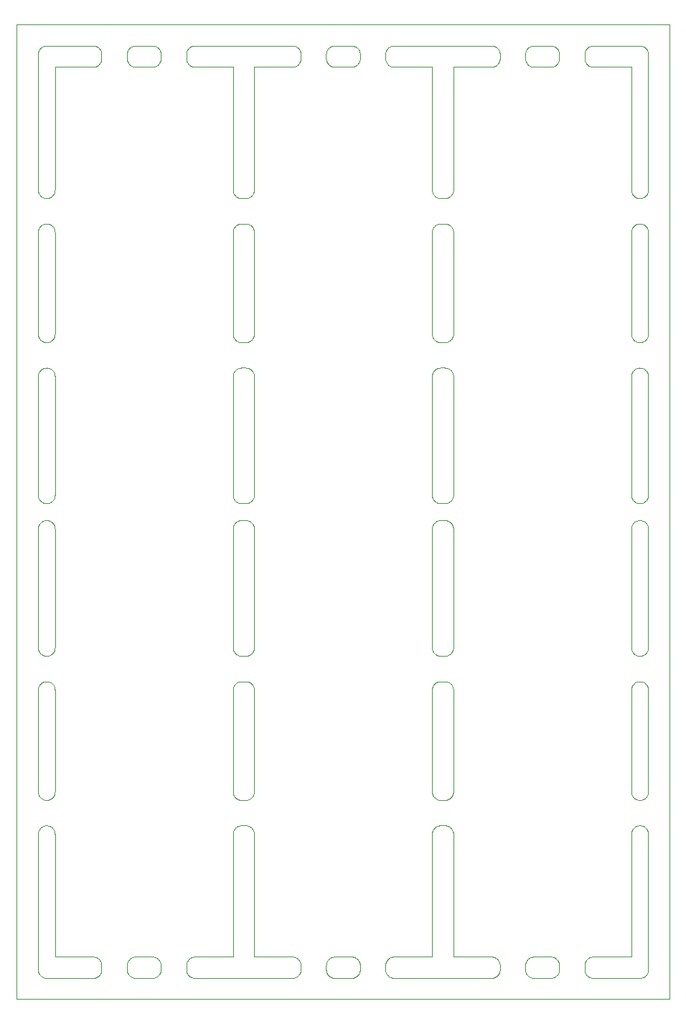
<source format=gbr>
%TF.GenerationSoftware,KiCad,Pcbnew,7.0.9*%
%TF.CreationDate,2024-05-10T15:48:26-04:00*%
%TF.ProjectId,panel,70616e65-6c2e-46b6-9963-61645f706362,rev?*%
%TF.SameCoordinates,Original*%
%TF.FileFunction,Profile,NP*%
%FSLAX46Y46*%
G04 Gerber Fmt 4.6, Leading zero omitted, Abs format (unit mm)*
G04 Created by KiCad (PCBNEW 7.0.9) date 2024-05-10 15:48:26*
%MOMM*%
%LPD*%
G01*
G04 APERTURE LIST*
%TA.AperFunction,Profile*%
%ADD10C,0.100000*%
%TD*%
G04 APERTURE END LIST*
D10*
X173995184Y-130901981D02*
X173998795Y-130950931D01*
X170528602Y-22618078D02*
X170572444Y-22596010D01*
X153828440Y-24740951D02*
X153792892Y-24707107D01*
X119427555Y-130096010D02*
X119471397Y-130118078D01*
X136450931Y-43501204D02*
X136499999Y-43500000D01*
X136450931Y-97501204D02*
X136499999Y-97500000D01*
X183646731Y-57489176D02*
X183598018Y-57495184D01*
X184423879Y-98117315D02*
X184441544Y-98163109D01*
X143171559Y-132240951D02*
X143134393Y-132273010D01*
X114357728Y-60985896D02*
X114381921Y-61028602D01*
X114403989Y-44072444D02*
X114423879Y-44117315D01*
X166336890Y-22558455D02*
X166382684Y-22576120D01*
X113304908Y-111480785D02*
X113257019Y-111470031D01*
X159058455Y-110836890D02*
X159043059Y-110790285D01*
X137000000Y-114500000D02*
X137049068Y-114501204D01*
X114381921Y-93971397D02*
X114357728Y-94014103D01*
X182696792Y-43904300D02*
X182726989Y-43865606D01*
X114171559Y-40240951D02*
X114134393Y-40273010D01*
X150441544Y-130663109D02*
X150456940Y-130709714D01*
X154304908Y-24980785D02*
X154257019Y-24970031D01*
X112792892Y-40207107D02*
X112759048Y-40171559D01*
X160742980Y-76470031D02*
X160695091Y-76480785D01*
X146558455Y-24336890D02*
X146543059Y-24290285D01*
X182501204Y-93549068D02*
X182500000Y-93500000D01*
X126471397Y-24881921D02*
X126427555Y-24903989D01*
X137707107Y-43792892D02*
X137740951Y-43828440D01*
X135642271Y-43985896D02*
X135668530Y-43944429D01*
X170950931Y-22501204D02*
X170999999Y-22500000D01*
X146543059Y-24290285D02*
X146529968Y-24242980D01*
X159950931Y-114501204D02*
X159999999Y-114500000D01*
X161456940Y-75790285D02*
X161441544Y-75836890D01*
X137831469Y-57055570D02*
X137803207Y-57095699D01*
X114171559Y-76240951D02*
X114134393Y-76273010D01*
X177196792Y-24595699D02*
X177168530Y-24555570D01*
X123001204Y-130950931D02*
X123004815Y-130901981D01*
X159019214Y-79304908D02*
X159029968Y-79257019D01*
X137903989Y-110927555D02*
X137881921Y-110971397D01*
X183072444Y-57403989D02*
X183028602Y-57381921D01*
X159118078Y-93971397D02*
X159096010Y-93927555D01*
X146828440Y-24740951D02*
X146792892Y-24707107D01*
X126098018Y-24995184D02*
X126049068Y-24998795D01*
X177901981Y-24995184D02*
X177853268Y-24989176D01*
X135558455Y-79163109D02*
X135576120Y-79117315D01*
X184331469Y-78944429D02*
X184357728Y-78985896D01*
X159043059Y-115209714D02*
X159058455Y-115163109D01*
X166146731Y-130010823D02*
X166195091Y-130019214D01*
X119671559Y-130259048D02*
X119707107Y-130292892D01*
X153543059Y-130709714D02*
X153558455Y-130663109D01*
X137941544Y-44163109D02*
X137956940Y-44209714D01*
X112618078Y-93971397D02*
X112596010Y-93927555D01*
X112944429Y-40331469D02*
X112904300Y-40303207D01*
X166773010Y-22865606D02*
X166803207Y-22904300D01*
X114303207Y-94095699D02*
X114273010Y-94134393D01*
X135944429Y-97668530D02*
X135985896Y-97642271D01*
X114423879Y-93882684D02*
X114403989Y-93927555D01*
X142882684Y-130076120D02*
X142927555Y-130096010D01*
X114095699Y-111303207D02*
X114055570Y-111331469D01*
X123043059Y-23209714D02*
X123058455Y-23163109D01*
X143381921Y-24471397D02*
X143357728Y-24514103D01*
X119049068Y-24998795D02*
X119000000Y-25000000D01*
X160882684Y-43576120D02*
X160927555Y-43596010D01*
X182944429Y-78668530D02*
X182985896Y-78642271D01*
X177010823Y-24146731D02*
X177004815Y-24098018D01*
X150480785Y-23304908D02*
X150489176Y-23353268D01*
X183971397Y-60618078D02*
X184014103Y-60642271D01*
X166980785Y-23304908D02*
X166989176Y-23353268D01*
X142742980Y-130029968D02*
X142790285Y-130043059D01*
X159010823Y-61353268D02*
X159019214Y-61304908D01*
X136499999Y-78500000D02*
X137000000Y-78500000D01*
X150403989Y-130572444D02*
X150423879Y-130617315D01*
X114273010Y-114865606D02*
X114303207Y-114904300D01*
X147028602Y-22618078D02*
X147072444Y-22596010D01*
X159004815Y-44401981D02*
X159010823Y-44353268D01*
X161456940Y-44209714D02*
X161470031Y-44257019D01*
X160500000Y-114500000D02*
X160549068Y-114501204D01*
X136401981Y-60504815D02*
X136450931Y-60501204D01*
X153519214Y-23304908D02*
X153529968Y-23257019D01*
X119998795Y-24049068D02*
X119995184Y-24098018D01*
X113646731Y-60510823D02*
X113695091Y-60519214D01*
X143055570Y-130168530D02*
X143095699Y-130196792D01*
X126740951Y-22828440D02*
X126773010Y-22865606D01*
X136304908Y-57480785D02*
X136257019Y-57470031D01*
X183790285Y-43543059D02*
X183836890Y-43558455D01*
X147209714Y-132456940D02*
X147163109Y-132441544D01*
X166831469Y-24555570D02*
X166803207Y-24595699D01*
X173956940Y-24290285D02*
X173941544Y-24336890D01*
X112865606Y-94273010D02*
X112828440Y-94240951D01*
X137773010Y-78865606D02*
X137803207Y-78904300D01*
X173382684Y-130076120D02*
X173427555Y-130096010D01*
X112865606Y-57273010D02*
X112828440Y-57240951D01*
X112558455Y-61163109D02*
X112576120Y-61117315D01*
X160549068Y-76498795D02*
X160500000Y-76500000D01*
X159999999Y-57500000D02*
X159950931Y-57498795D01*
X114273010Y-94134393D02*
X114240951Y-94171559D01*
X161014103Y-76357728D02*
X160971397Y-76381921D01*
X112828440Y-114759048D02*
X112865606Y-114726989D01*
X137903989Y-98072444D02*
X137923879Y-98117315D01*
X184480785Y-110695091D02*
X184470031Y-110742980D01*
X136072444Y-97596010D02*
X136117315Y-97576120D01*
X123572444Y-24903989D02*
X123528602Y-24881921D01*
X182558455Y-79163109D02*
X182576120Y-79117315D01*
X137634393Y-78726989D02*
X137671559Y-78759048D01*
X135865606Y-57273010D02*
X135828440Y-57240951D01*
X150403989Y-24427555D02*
X150381921Y-24471397D01*
X184423879Y-110882684D02*
X184403989Y-110927555D01*
X182828440Y-111240951D02*
X182792892Y-111207107D01*
X135792892Y-111207107D02*
X135759048Y-111171559D01*
X154209714Y-132456940D02*
X154163109Y-132441544D01*
X161171559Y-111240951D02*
X161134393Y-111273010D01*
X183257019Y-94470031D02*
X183209714Y-94456940D01*
X112618078Y-61028602D02*
X112642271Y-60985896D01*
X119290285Y-130043059D02*
X119336890Y-130058455D01*
X161498795Y-115450931D02*
X161500000Y-115499999D01*
X135828440Y-114759048D02*
X135865606Y-114726989D01*
X161014103Y-57357728D02*
X160971397Y-57381921D01*
X173000000Y-25000000D02*
X170999999Y-25000000D01*
X112726989Y-76134393D02*
X112696792Y-76095699D01*
X159029968Y-39742980D02*
X159019214Y-39695091D01*
X113790285Y-94456940D02*
X113742980Y-94470031D01*
X184240951Y-78828440D02*
X184273010Y-78865606D01*
X135668530Y-60944429D02*
X135696792Y-60904300D01*
X112696792Y-94095699D02*
X112668530Y-94055570D01*
X142927555Y-22596010D02*
X142971397Y-22618078D01*
X184480785Y-115304908D02*
X184489176Y-115353268D01*
X173195091Y-24980785D02*
X173146731Y-24989176D01*
X159259048Y-43828440D02*
X159292892Y-43792892D01*
X170043059Y-131790285D02*
X170029968Y-131742980D01*
X184273010Y-94134393D02*
X184240951Y-94171559D01*
X166803207Y-24595699D02*
X166773010Y-24634393D01*
X126707107Y-24707107D02*
X126671559Y-24740951D01*
X137098018Y-57495184D02*
X137049068Y-57498795D01*
X184495184Y-79401981D02*
X184498795Y-79450931D01*
X184357728Y-78985896D02*
X184381921Y-79028602D01*
X159168530Y-76055570D02*
X159142271Y-76014103D01*
X136117315Y-111423879D02*
X136072444Y-111403989D01*
X137989176Y-61353268D02*
X137995184Y-61401981D01*
X166471397Y-130118078D02*
X166514103Y-130142271D01*
X135510823Y-110646731D02*
X135504815Y-110598018D01*
X184456940Y-56790285D02*
X184441544Y-56836890D01*
X159617315Y-114576120D02*
X159663109Y-114558455D01*
X160927555Y-43596010D02*
X160971397Y-43618078D01*
X137995184Y-110598018D02*
X137989176Y-110646731D01*
X113028602Y-40381921D02*
X112985896Y-40357728D01*
X126803207Y-22904300D02*
X126831469Y-22944429D01*
X183646731Y-76489176D02*
X183598018Y-76495184D01*
X113450931Y-94498795D02*
X113401981Y-94495184D01*
X137857728Y-76014103D02*
X137831469Y-76055570D01*
X182500000Y-61499999D02*
X182501204Y-61450931D01*
X113304908Y-78519214D02*
X113353268Y-78510823D01*
X138000000Y-25012272D02*
X138000000Y-39500000D01*
X161207107Y-78792892D02*
X161240951Y-78828440D01*
X159196792Y-43904300D02*
X159226989Y-43865606D01*
X137881921Y-98028602D02*
X137903989Y-98072444D01*
X114423879Y-79117315D02*
X114441544Y-79163109D01*
X123404300Y-132303207D02*
X123365606Y-132273010D01*
X184303207Y-40095699D02*
X184273010Y-40134393D01*
X137471397Y-78618078D02*
X137514103Y-78642271D01*
X159118078Y-98028602D02*
X159142271Y-97985896D01*
X112642271Y-60985896D02*
X112668530Y-60944429D01*
X153501204Y-131549068D02*
X153500000Y-131500000D01*
X150171559Y-24740951D02*
X150134393Y-24773010D01*
X177292892Y-132207107D02*
X177259048Y-132171559D01*
X143134393Y-130226989D02*
X143171559Y-130259048D01*
X166098018Y-22504815D02*
X166146731Y-22510823D01*
X112519214Y-39695091D02*
X112510823Y-39646731D01*
X177019214Y-23304908D02*
X177029968Y-23257019D01*
X166956940Y-131790285D02*
X166941544Y-131836890D01*
X183401981Y-76495184D02*
X183353268Y-76489176D01*
X159404300Y-111303207D02*
X159365606Y-111273010D01*
X177118078Y-131971397D02*
X177096010Y-131927555D01*
X137146731Y-57489176D02*
X137098018Y-57495184D01*
X137471397Y-43618078D02*
X137514103Y-43642271D01*
X166242980Y-24970031D02*
X166195091Y-24980785D01*
X161495184Y-98401981D02*
X161498795Y-98450931D01*
X160742980Y-40470031D02*
X160695091Y-40480785D01*
X183353268Y-57489176D02*
X183304908Y-57480785D01*
X159004815Y-39598018D02*
X159001204Y-39549068D01*
X184014103Y-43642271D02*
X184055570Y-43668530D01*
X149971397Y-132381921D02*
X149927555Y-132403989D01*
X137049068Y-78501204D02*
X137098018Y-78504815D01*
X170901981Y-130004815D02*
X170950931Y-130001204D01*
X183401981Y-43504815D02*
X183450931Y-43501204D01*
X112828440Y-132240951D02*
X112792892Y-132207107D01*
X153726989Y-22865606D02*
X153759048Y-22828440D01*
X153696792Y-22904300D02*
X153726989Y-22865606D01*
X182519214Y-115304908D02*
X182529968Y-115257019D01*
X113499999Y-40500000D02*
X113450931Y-40498795D01*
X183117315Y-40423879D02*
X183072444Y-40403989D01*
X160882684Y-76423879D02*
X160836890Y-76441544D01*
X183882684Y-76423879D02*
X183836890Y-76441544D01*
X119049068Y-130001204D02*
X119098018Y-130004815D01*
X114456940Y-75790285D02*
X114441544Y-75836890D01*
X183790285Y-60543059D02*
X183836890Y-60558455D01*
X130142271Y-132014103D02*
X130118078Y-131971397D01*
X182618078Y-61028602D02*
X182642271Y-60985896D01*
X130804908Y-132480785D02*
X130757019Y-132470031D01*
X130142271Y-22985896D02*
X130168530Y-22944429D01*
X170572444Y-132403989D02*
X170528602Y-132381921D01*
X184403989Y-93927555D02*
X184381921Y-93971397D01*
X183401981Y-114504815D02*
X183450931Y-114501204D01*
X170804908Y-22519214D02*
X170853268Y-22510823D01*
X143273010Y-22865606D02*
X143303207Y-22904300D01*
X135504815Y-79401981D02*
X135510823Y-79353268D01*
X150500000Y-130999999D02*
X150500000Y-131500000D01*
X114500000Y-98499999D02*
X114500000Y-110500000D01*
X113401981Y-76495184D02*
X113353268Y-76489176D01*
X173000000Y-132500000D02*
X170999999Y-132500000D01*
X154353268Y-24989176D02*
X154304908Y-24980785D01*
X147072444Y-130096010D02*
X147117315Y-130076120D01*
X114014103Y-43642271D02*
X114055570Y-43668530D01*
X161331469Y-94055570D02*
X161303207Y-94095699D01*
X135792892Y-43792892D02*
X135828440Y-43759048D01*
X170485896Y-24857728D02*
X170444429Y-24831469D01*
X114207107Y-94207107D02*
X114171559Y-94240951D01*
X114331469Y-97944429D02*
X114357728Y-97985896D01*
X114403989Y-98072444D02*
X114423879Y-98117315D01*
X135618078Y-44028602D02*
X135642271Y-43985896D01*
X137995184Y-75598018D02*
X137989176Y-75646731D01*
X146696792Y-130404300D02*
X146726989Y-130365606D01*
X112500000Y-93500000D02*
X112500000Y-79499999D01*
X146519214Y-131695091D02*
X146510823Y-131646731D01*
X112985896Y-76357728D02*
X112944429Y-76331469D01*
X183695091Y-114519214D02*
X183742980Y-114529968D01*
X161480785Y-61304908D02*
X161489176Y-61353268D01*
X177000000Y-23499999D02*
X177001204Y-23450931D01*
X123804908Y-22519214D02*
X123853268Y-22510823D01*
X119671559Y-132240951D02*
X119634393Y-132273010D01*
X123709714Y-22543059D02*
X123757019Y-22529968D01*
X159663109Y-43558455D02*
X159709714Y-43543059D01*
X113072444Y-114596010D02*
X113117315Y-114576120D01*
X159000000Y-56500000D02*
X159000000Y-44499999D01*
X119146731Y-132489176D02*
X119098018Y-132495184D01*
X137857728Y-57014103D02*
X137831469Y-57055570D01*
X143357728Y-132014103D02*
X143331469Y-132055570D01*
X137098018Y-76495184D02*
X137049068Y-76498795D01*
X130709714Y-22543059D02*
X130757019Y-22529968D01*
X135828440Y-97759048D02*
X135865606Y-97726989D01*
X114495184Y-93598018D02*
X114489176Y-93646731D01*
X160927555Y-97596010D02*
X160971397Y-97618078D01*
X130259048Y-130328440D02*
X130292892Y-130292892D01*
X149790285Y-24956940D02*
X149742980Y-24970031D01*
X153618078Y-131971397D02*
X153596010Y-131927555D01*
X137740951Y-111171559D02*
X137707107Y-111207107D01*
X161500000Y-110500000D02*
X161498795Y-110549068D01*
X112944429Y-132331469D02*
X112904300Y-132303207D01*
X113598018Y-57495184D02*
X113549068Y-57498795D01*
X114498795Y-93549068D02*
X114495184Y-93598018D01*
X126773010Y-24634393D02*
X126740951Y-24671559D01*
X184381921Y-79028602D02*
X184403989Y-79072444D01*
X112558455Y-131836890D02*
X112543059Y-131790285D01*
X166595699Y-130196792D02*
X166634393Y-130226989D01*
X160790285Y-114543059D02*
X160836890Y-114558455D01*
X159004815Y-56598018D02*
X159001204Y-56549068D01*
X170804908Y-24980785D02*
X170757019Y-24970031D01*
X130259048Y-132171559D02*
X130226989Y-132134393D01*
X182529968Y-44257019D02*
X182543059Y-44209714D01*
X135618078Y-98028602D02*
X135642271Y-97985896D01*
X135529968Y-75742980D02*
X135519214Y-75695091D01*
X130950931Y-130001204D02*
X130999999Y-130000000D01*
X159663109Y-40441544D02*
X159617315Y-40423879D01*
X137595699Y-94303207D02*
X137555570Y-94331469D01*
X114381921Y-110971397D02*
X114357728Y-111014103D01*
X147028602Y-24881921D02*
X146985896Y-24857728D01*
X113209714Y-43543059D02*
X113257019Y-43529968D01*
X182792892Y-60792892D02*
X182828440Y-60759048D01*
X166146731Y-24989176D02*
X166098018Y-24995184D01*
X161055570Y-111331469D02*
X161014103Y-111357728D01*
X183209714Y-76456940D02*
X183163109Y-76441544D01*
X183499999Y-94500000D02*
X183450931Y-94498795D01*
X183695091Y-76480785D02*
X183646731Y-76489176D01*
X161498795Y-61450931D02*
X161500000Y-61499999D01*
X130096010Y-131927555D02*
X130076120Y-131882684D01*
X143489176Y-23353268D02*
X143495184Y-23401981D01*
X153792892Y-130292892D02*
X153828440Y-130259048D01*
X184498795Y-110549068D02*
X184495184Y-110598018D01*
X184489176Y-39646731D02*
X184480785Y-39695091D01*
X138000000Y-79499999D02*
X138000000Y-93500000D01*
X114403989Y-61072444D02*
X114423879Y-61117315D01*
X184357728Y-111014103D02*
X184331469Y-111055570D01*
X130118078Y-24471397D02*
X130096010Y-24427555D01*
X159029968Y-79257019D02*
X159043059Y-79209714D01*
X184403989Y-23072444D02*
X184423879Y-23117315D01*
X135519214Y-110695091D02*
X135510823Y-110646731D01*
X114207107Y-43792892D02*
X114240951Y-43828440D01*
X159328440Y-57240951D02*
X159292892Y-57207107D01*
X182985896Y-40357728D02*
X182944429Y-40331469D01*
X123528602Y-130118078D02*
X123572444Y-130096010D01*
X113598018Y-94495184D02*
X113549068Y-94498795D01*
X177226989Y-22865606D02*
X177259048Y-22828440D01*
X112510823Y-98353268D02*
X112519214Y-98304908D01*
X166000000Y-130000000D02*
X166049068Y-130001204D01*
X137336890Y-57441544D02*
X137290285Y-57456940D01*
X136072444Y-40403989D02*
X136028602Y-40381921D01*
X154401981Y-22504815D02*
X154450931Y-22501204D01*
X184456940Y-79209714D02*
X184470031Y-79257019D01*
X136163109Y-40441544D02*
X136117315Y-40423879D01*
X135596010Y-56927555D02*
X135576120Y-56882684D01*
X159663109Y-111441544D02*
X159617315Y-111423879D01*
X114171559Y-111240951D02*
X114134393Y-111273010D01*
X114134393Y-76273010D02*
X114095699Y-76303207D01*
X113742980Y-114529968D02*
X113790285Y-114543059D01*
X112618078Y-98028602D02*
X112642271Y-97985896D01*
X182828440Y-78759048D02*
X182865606Y-78726989D01*
X119989176Y-131646731D02*
X119980785Y-131695091D01*
X135596010Y-93927555D02*
X135576120Y-93882684D01*
X114423879Y-110882684D02*
X114403989Y-110927555D01*
X161500000Y-56500000D02*
X161498795Y-56549068D01*
X112904300Y-43696792D02*
X112944429Y-43668530D01*
X126956940Y-23209714D02*
X126970031Y-23257019D01*
X184381921Y-39971397D02*
X184357728Y-40014103D01*
X166941544Y-130663109D02*
X166956940Y-130709714D01*
X126980785Y-23304908D02*
X126989176Y-23353268D01*
X161480785Y-79304908D02*
X161489176Y-79353268D01*
X177950931Y-24998795D02*
X177901981Y-24995184D01*
X130001204Y-23450931D02*
X130004815Y-23401981D01*
X130019214Y-23304908D02*
X130029968Y-23257019D01*
X160549068Y-78501204D02*
X160598018Y-78504815D01*
X161240951Y-60828440D02*
X161273010Y-60865606D01*
X135501204Y-39549068D02*
X135500000Y-39500000D01*
X153726989Y-132134393D02*
X153696792Y-132095699D01*
X177663109Y-22558455D02*
X177709714Y-22543059D01*
X161470031Y-56742980D02*
X161456940Y-56790285D01*
X166671559Y-130259048D02*
X166707107Y-130292892D01*
X182726989Y-76134393D02*
X182696792Y-76095699D01*
X136209714Y-76456940D02*
X136163109Y-76441544D01*
X183646731Y-114510823D02*
X183695091Y-114519214D01*
X159043059Y-110790285D02*
X159029968Y-110742980D01*
X183549068Y-94498795D02*
X183500000Y-94500000D01*
X184014103Y-76357728D02*
X183971397Y-76381921D01*
X135759048Y-43828440D02*
X135792892Y-43792892D01*
X184357728Y-94014103D02*
X184331469Y-94055570D01*
X160646731Y-111489176D02*
X160598018Y-111495184D01*
X113028602Y-114618078D02*
X113072444Y-114596010D01*
X135668530Y-114944429D02*
X135696792Y-114904300D01*
X150381921Y-130528602D02*
X150403989Y-130572444D01*
X159076120Y-61117315D02*
X159096010Y-61072444D01*
X184456940Y-75790285D02*
X184441544Y-75836890D01*
X177757019Y-24970031D02*
X177709714Y-24956940D01*
X135642271Y-60985896D02*
X135668530Y-60944429D01*
X119903989Y-130572444D02*
X119923879Y-130617315D01*
X184095699Y-40303207D02*
X184055570Y-40331469D01*
X153985896Y-22642271D02*
X154028602Y-22618078D01*
X159043059Y-61209714D02*
X159058455Y-61163109D01*
X159058455Y-61163109D02*
X159076120Y-61117315D01*
X166049068Y-130001204D02*
X166098018Y-130004815D01*
X119242980Y-24970031D02*
X119195091Y-24980785D01*
X137989176Y-115353268D02*
X137995184Y-115401981D01*
X114207107Y-78792892D02*
X114240951Y-78828440D01*
X137740951Y-43828440D02*
X137773010Y-43865606D01*
X147353268Y-24989176D02*
X147304908Y-24980785D01*
X112504815Y-23401981D02*
X112510823Y-23353268D01*
X182828440Y-40240951D02*
X182792892Y-40207107D01*
X113742980Y-43529968D02*
X113790285Y-43543059D01*
X147304908Y-132480785D02*
X147257019Y-132470031D01*
X150014103Y-22642271D02*
X150055570Y-22668530D01*
X113790285Y-111456940D02*
X113742980Y-111470031D01*
X137595699Y-78696792D02*
X137634393Y-78726989D01*
X112985896Y-94357728D02*
X112944429Y-94331469D01*
X173000000Y-130000000D02*
X173049068Y-130001204D01*
X184014103Y-97642271D02*
X184055570Y-97668530D01*
X137989176Y-79353268D02*
X137995184Y-79401981D01*
X161207107Y-111207107D02*
X161171559Y-111240951D01*
X126595699Y-22696792D02*
X126634393Y-22726989D01*
X159001204Y-115450931D02*
X159004815Y-115401981D01*
X135529968Y-93742980D02*
X135519214Y-93695091D01*
X159528602Y-43618078D02*
X159572444Y-43596010D01*
X161303207Y-43904300D02*
X161331469Y-43944429D01*
X182668530Y-43944429D02*
X182696792Y-43904300D01*
X159043059Y-75790285D02*
X159029968Y-75742980D01*
X159572444Y-43596010D02*
X159617315Y-43576120D01*
X184273010Y-132134393D02*
X184240951Y-132171559D01*
X154353268Y-22510823D02*
X154401981Y-22504815D01*
X166242980Y-22529968D02*
X166290285Y-22543059D01*
X146500000Y-24000000D02*
X146500000Y-23499999D01*
X135726989Y-111134393D02*
X135696792Y-111095699D01*
X114489176Y-115353268D02*
X114495184Y-115401981D01*
X112576120Y-93882684D02*
X112558455Y-93836890D01*
X177572444Y-130096010D02*
X177617315Y-130076120D01*
X135504815Y-115401981D02*
X135510823Y-115353268D01*
X183790285Y-78543059D02*
X183836890Y-78558455D01*
X159901981Y-43504815D02*
X159950931Y-43501204D01*
X149549068Y-130001204D02*
X149598018Y-130004815D01*
X184489176Y-56646731D02*
X184480785Y-56695091D01*
X160695091Y-40480785D02*
X160646731Y-40489176D01*
X123043059Y-24290285D02*
X123029968Y-24242980D01*
X137290285Y-57456940D02*
X137242980Y-57470031D01*
X153519214Y-24195091D02*
X153510823Y-24146731D01*
X126427555Y-22596010D02*
X126471397Y-22618078D01*
X184441544Y-23163109D02*
X184456940Y-23209714D01*
X112944429Y-78668530D02*
X112985896Y-78642271D01*
X159999999Y-76500000D02*
X159950931Y-76498795D01*
X135558455Y-115163109D02*
X135576120Y-115117315D01*
X170142271Y-132014103D02*
X170118078Y-131971397D01*
X184207107Y-22792892D02*
X184240951Y-22828440D01*
X126336890Y-132441544D02*
X126290285Y-132456940D01*
X182865606Y-76273010D02*
X182828440Y-76240951D01*
X161207107Y-76207107D02*
X161171559Y-76240951D01*
X184273010Y-114865606D02*
X184303207Y-114904300D01*
X161134393Y-78726989D02*
X161171559Y-78759048D01*
X184480785Y-93695091D02*
X184470031Y-93742980D01*
X159096010Y-56927555D02*
X159076120Y-56882684D01*
X153726989Y-24634393D02*
X153696792Y-24595699D01*
X154499999Y-22500000D02*
X166000000Y-22500000D01*
X177617315Y-24923879D02*
X177572444Y-24903989D01*
X183598018Y-97504815D02*
X183646731Y-97510823D01*
X136450931Y-60501204D02*
X136499999Y-60500000D01*
X183163109Y-57441544D02*
X183117315Y-57423879D01*
X167000000Y-131500000D02*
X166998795Y-131549068D01*
X112696792Y-97904300D02*
X112726989Y-97865606D01*
X161171559Y-57240951D02*
X161134393Y-57273010D01*
X184381921Y-23028602D02*
X184403989Y-23072444D01*
X159757019Y-43529968D02*
X159804908Y-43519214D01*
X137980785Y-93695091D02*
X137970031Y-93742980D01*
X130076120Y-24382684D02*
X130058455Y-24336890D01*
X154257019Y-130029968D02*
X154304908Y-130019214D01*
X136499999Y-94500000D02*
X136450931Y-94498795D01*
X159019214Y-98304908D02*
X159029968Y-98257019D01*
X160646731Y-94489176D02*
X160598018Y-94495184D01*
X182499705Y-129999704D02*
X182499999Y-129987727D01*
X182504815Y-98401981D02*
X182510823Y-98353268D01*
X159757019Y-97529968D02*
X159804908Y-97519214D01*
X114480785Y-61304908D02*
X114489176Y-61353268D01*
X170226989Y-22865606D02*
X170259048Y-22828440D01*
X123444429Y-24831469D02*
X123404300Y-24803207D01*
X135543059Y-93790285D02*
X135529968Y-93742980D01*
X159365606Y-60726989D02*
X159404300Y-60696792D01*
X183790285Y-57456940D02*
X183742980Y-57470031D01*
X159010823Y-98353268D02*
X159019214Y-98304908D01*
X182865606Y-43726989D02*
X182904300Y-43696792D01*
X184495184Y-61401981D02*
X184498795Y-61450931D01*
X147401981Y-22504815D02*
X147450931Y-22501204D01*
X161273010Y-60865606D02*
X161303207Y-60904300D01*
X173336890Y-130058455D02*
X173382684Y-130076120D01*
X161381921Y-98028602D02*
X161403989Y-98072444D01*
X153642271Y-132014103D02*
X153618078Y-131971397D01*
X112668530Y-60944429D02*
X112696792Y-60904300D01*
X159292892Y-40207107D02*
X159259048Y-40171559D01*
X161489176Y-56646731D02*
X161480785Y-56695091D01*
X160882684Y-94423879D02*
X160836890Y-94441544D01*
X184207107Y-94207107D02*
X184171559Y-94240951D01*
X112696792Y-111095699D02*
X112668530Y-111055570D01*
X113401981Y-22504815D02*
X113450931Y-22501204D01*
X153904300Y-130196792D02*
X153944429Y-130168530D01*
X112529968Y-115257019D02*
X112543059Y-115209714D01*
X147353268Y-22510823D02*
X147401981Y-22504815D01*
X112558455Y-115163109D02*
X112576120Y-115117315D01*
X123010823Y-130853268D02*
X123019214Y-130804908D01*
X173831469Y-24555570D02*
X173803207Y-24595699D01*
X119941544Y-23163109D02*
X119956940Y-23209714D01*
X182726989Y-97865606D02*
X182759048Y-97828440D01*
X135642271Y-97985896D02*
X135668530Y-97944429D01*
X126382684Y-132423879D02*
X126336890Y-132441544D01*
X135618078Y-39971397D02*
X135596010Y-39927555D01*
X161498795Y-93549068D02*
X161495184Y-93598018D01*
X126970031Y-24242980D02*
X126956940Y-24290285D01*
X177096010Y-131927555D02*
X177076120Y-131882684D01*
X170076120Y-130617315D02*
X170096010Y-130572444D01*
X123404300Y-130196792D02*
X123444429Y-130168530D01*
X113257019Y-43529968D02*
X113304908Y-43519214D01*
X159709714Y-76456940D02*
X159663109Y-76441544D01*
X112792892Y-78792892D02*
X112828440Y-78759048D01*
X150331469Y-130444429D02*
X150357728Y-130485896D01*
X160500000Y-60500000D02*
X160549068Y-60501204D01*
X119831469Y-22944429D02*
X119857728Y-22985896D01*
X137555570Y-40331469D02*
X137514103Y-40357728D01*
X147257019Y-22529968D02*
X147304908Y-22519214D01*
X183500000Y-132500000D02*
X177999999Y-132500000D01*
X147072444Y-22596010D02*
X147117315Y-22576120D01*
X112596010Y-98072444D02*
X112618078Y-98028602D01*
X112865606Y-76273010D02*
X112828440Y-76240951D01*
X161207107Y-40207107D02*
X161171559Y-40240951D01*
X137995184Y-115401981D02*
X137998795Y-115450931D01*
X161207107Y-43792892D02*
X161240951Y-43828440D01*
X159757019Y-111470031D02*
X159709714Y-111456940D01*
X159076120Y-44117315D02*
X159096010Y-44072444D01*
X166903989Y-24427555D02*
X166881921Y-24471397D01*
X160971397Y-60618078D02*
X161014103Y-60642271D01*
X182759048Y-43828440D02*
X182792892Y-43792892D01*
X182668530Y-60944429D02*
X182696792Y-60904300D01*
X137427555Y-111403989D02*
X137382684Y-111423879D01*
X112668530Y-132055570D02*
X112642271Y-132014103D01*
X161423879Y-93882684D02*
X161403989Y-93927555D01*
X137923879Y-44117315D02*
X137941544Y-44163109D01*
X182529968Y-61257019D02*
X182543059Y-61209714D01*
X123001204Y-23450931D02*
X123004815Y-23401981D01*
X112519214Y-115304908D02*
X112529968Y-115257019D01*
X177663109Y-24941544D02*
X177617315Y-24923879D01*
X130259048Y-24671559D02*
X130226989Y-24634393D01*
X114403989Y-115072444D02*
X114423879Y-115117315D01*
X112642271Y-114985896D02*
X112668530Y-114944429D01*
X149927555Y-130096010D02*
X149971397Y-130118078D01*
X137634393Y-114726989D02*
X137671559Y-114759048D01*
X130485896Y-130142271D02*
X130528602Y-130118078D01*
X153865606Y-24773010D02*
X153828440Y-24740951D01*
X112985896Y-57357728D02*
X112944429Y-57331469D01*
X126514103Y-24857728D02*
X126471397Y-24881921D01*
X114470031Y-93742980D02*
X114456940Y-93790285D01*
X161240951Y-43828440D02*
X161273010Y-43865606D01*
X161171559Y-76240951D02*
X161134393Y-76273010D01*
X146501204Y-131549068D02*
X146500000Y-131500000D01*
X184095699Y-76303207D02*
X184055570Y-76331469D01*
X182865606Y-111273010D02*
X182828440Y-111240951D01*
X159663109Y-76441544D02*
X159617315Y-76423879D01*
X135543059Y-98209714D02*
X135558455Y-98163109D01*
X126970031Y-130757019D02*
X126980785Y-130804908D01*
X184055570Y-94331469D02*
X184014103Y-94357728D01*
X123485896Y-132357728D02*
X123444429Y-132331469D01*
X159757019Y-57470031D02*
X159709714Y-57456940D01*
X126555570Y-132331469D02*
X126514103Y-132357728D01*
X159096010Y-75927555D02*
X159076120Y-75882684D01*
X136304908Y-111480785D02*
X136257019Y-111470031D01*
X113028602Y-43618078D02*
X113072444Y-43596010D01*
X114480785Y-98304908D02*
X114489176Y-98353268D01*
X137595699Y-111303207D02*
X137555570Y-111331469D01*
X137671559Y-111240951D02*
X137634393Y-111273010D01*
X114273010Y-40134393D02*
X114240951Y-40171559D01*
X137049068Y-94498795D02*
X137000000Y-94500000D01*
X146759048Y-132171559D02*
X146726989Y-132134393D01*
X166146731Y-132489176D02*
X166098018Y-132495184D01*
X126970031Y-23257019D02*
X126980785Y-23304908D01*
X183646731Y-97510823D02*
X183695091Y-97519214D01*
X177804908Y-132480785D02*
X177757019Y-132470031D01*
X137242980Y-78529968D02*
X137290285Y-78543059D01*
X127000000Y-23499999D02*
X127000000Y-24000000D01*
X182642271Y-76014103D02*
X182618078Y-75971397D01*
X166471397Y-132381921D02*
X166427555Y-132403989D01*
X137471397Y-57381921D02*
X137427555Y-57403989D01*
X183304908Y-40480785D02*
X183257019Y-40470031D01*
X112519214Y-131695091D02*
X112510823Y-131646731D01*
X161171559Y-43759048D02*
X161207107Y-43792892D01*
X123999999Y-25000000D02*
X123950931Y-24998795D01*
X137740951Y-57171559D02*
X137707107Y-57207107D01*
X166923879Y-24382684D02*
X166903989Y-24427555D01*
X113209714Y-114543059D02*
X113257019Y-114529968D01*
X159196792Y-94095699D02*
X159168530Y-94055570D01*
X119857728Y-22985896D02*
X119881921Y-23028602D01*
X161331469Y-60944429D02*
X161357728Y-60985896D01*
X183304908Y-60519214D02*
X183353268Y-60510823D01*
X183450931Y-60501204D02*
X183499999Y-60500000D01*
X135696792Y-40095699D02*
X135668530Y-40055570D01*
X182696792Y-40095699D02*
X182668530Y-40055570D01*
X136401981Y-94495184D02*
X136353268Y-94489176D01*
X110000294Y-20000295D02*
X110000000Y-20012272D01*
X113257019Y-76470031D02*
X113209714Y-76456940D01*
X161441544Y-115163109D02*
X161456940Y-115209714D01*
X184495184Y-39598018D02*
X184489176Y-39646731D01*
X126671559Y-22759048D02*
X126707107Y-22792892D01*
X126903989Y-130572444D02*
X126923879Y-130617315D01*
X159901981Y-114504815D02*
X159950931Y-114501204D01*
X114303207Y-57095699D02*
X114273010Y-57134393D01*
X166382684Y-22576120D02*
X166427555Y-22596010D01*
X159168530Y-43944429D02*
X159196792Y-43904300D01*
X182529968Y-79257019D02*
X182543059Y-79209714D01*
X161381921Y-39971397D02*
X161357728Y-40014103D01*
X153543059Y-23209714D02*
X153558455Y-23163109D01*
X177950931Y-132498795D02*
X177901981Y-132495184D01*
X136163109Y-76441544D02*
X136117315Y-76423879D01*
X177804908Y-24980785D02*
X177757019Y-24970031D01*
X182558455Y-110836890D02*
X182543059Y-110790285D01*
X119773010Y-24634393D02*
X119740951Y-24671559D01*
X135828440Y-94240951D02*
X135792892Y-94207107D01*
X136257019Y-40470031D02*
X136209714Y-40456940D01*
X123901981Y-130004815D02*
X123950931Y-130001204D01*
X126903989Y-24427555D02*
X126881921Y-24471397D01*
X184470031Y-56742980D02*
X184456940Y-56790285D01*
X159001204Y-56549068D02*
X159000000Y-56500000D01*
X159019214Y-75695091D02*
X159010823Y-75646731D01*
X166740951Y-130328440D02*
X166773010Y-130365606D01*
X135501204Y-115450931D02*
X135504815Y-115401981D01*
X159572444Y-94403989D02*
X159528602Y-94381921D01*
X137634393Y-43726989D02*
X137671559Y-43759048D01*
X130999999Y-25000000D02*
X130950931Y-24998795D01*
X142882684Y-22576120D02*
X142927555Y-22596010D01*
X130142271Y-130485896D02*
X130168530Y-130444429D01*
X184470031Y-75742980D02*
X184456940Y-75790285D01*
X183927555Y-111403989D02*
X183882684Y-111423879D01*
X159118078Y-115028602D02*
X159142271Y-114985896D01*
X182618078Y-44028602D02*
X182642271Y-43985896D01*
X137980785Y-79304908D02*
X137989176Y-79353268D01*
X182500000Y-98499999D02*
X182501204Y-98450931D01*
X153828440Y-22759048D02*
X153865606Y-22726989D01*
X149598018Y-24995184D02*
X149549068Y-24998795D01*
X182510823Y-44353268D02*
X182519214Y-44304908D01*
X173998795Y-24049068D02*
X173995184Y-24098018D01*
X159029968Y-98257019D02*
X159043059Y-98209714D01*
X183971397Y-76381921D02*
X183927555Y-76403989D01*
X184273010Y-60865606D02*
X184303207Y-60904300D01*
X113549068Y-60501204D02*
X113598018Y-60504815D01*
X126671559Y-24740951D02*
X126634393Y-24773010D01*
X184498795Y-56549068D02*
X184495184Y-56598018D01*
X183971397Y-43618078D02*
X184014103Y-43642271D01*
X150014103Y-132357728D02*
X149971397Y-132381921D01*
X126923879Y-24382684D02*
X126903989Y-24427555D01*
X158999999Y-25012272D02*
X158999705Y-25000295D01*
X183598018Y-60504815D02*
X183646731Y-60510823D01*
X137049068Y-60501204D02*
X137098018Y-60504815D01*
X135576120Y-39882684D02*
X135558455Y-39836890D01*
X160598018Y-78504815D02*
X160646731Y-78510823D01*
X113163109Y-40441544D02*
X113117315Y-40423879D01*
X160927555Y-111403989D02*
X160882684Y-111423879D01*
X126989176Y-24146731D02*
X126980785Y-24195091D01*
X119634393Y-132273010D02*
X119595699Y-132303207D01*
X159226989Y-60865606D02*
X159259048Y-60828440D01*
X126242980Y-24970031D02*
X126195091Y-24980785D01*
X112596010Y-131927555D02*
X112576120Y-131882684D01*
X160549068Y-111498795D02*
X160500000Y-111500000D01*
X126980785Y-24195091D02*
X126970031Y-24242980D01*
X159196792Y-111095699D02*
X159168530Y-111055570D01*
X167000000Y-24000000D02*
X166998795Y-24049068D01*
X113353268Y-94489176D02*
X113304908Y-94480785D01*
X184357728Y-57014103D02*
X184331469Y-57055570D01*
X113742980Y-57470031D02*
X113695091Y-57480785D01*
X123365606Y-132273010D02*
X123328440Y-132240951D01*
X136353268Y-97510823D02*
X136401981Y-97504815D01*
X112985896Y-60642271D02*
X113028602Y-60618078D01*
X184456940Y-110790285D02*
X184441544Y-110836890D01*
X123528602Y-22618078D02*
X123572444Y-22596010D01*
X119336890Y-24941544D02*
X119290285Y-24956940D01*
X112576120Y-39882684D02*
X112558455Y-39836890D01*
X146944429Y-22668530D02*
X146985896Y-22642271D01*
X137773010Y-40134393D02*
X137740951Y-40171559D01*
X126242980Y-130029968D02*
X126290285Y-130043059D01*
X182500000Y-39500000D02*
X182500000Y-25012272D01*
X153985896Y-132357728D02*
X153944429Y-132331469D01*
X159168530Y-60944429D02*
X159196792Y-60904300D01*
X114055570Y-94331469D02*
X114014103Y-94357728D01*
X113163109Y-43558455D02*
X113209714Y-43543059D01*
X126049068Y-132498795D02*
X126000000Y-132500000D01*
X135792892Y-78792892D02*
X135828440Y-78759048D01*
X130168530Y-130444429D02*
X130196792Y-130404300D01*
X184331469Y-76055570D02*
X184303207Y-76095699D01*
X147117315Y-22576120D02*
X147163109Y-22558455D01*
X137671559Y-76240951D02*
X137634393Y-76273010D01*
X135904300Y-57303207D02*
X135865606Y-57273010D01*
X173923879Y-24382684D02*
X173903989Y-24427555D01*
X113836890Y-94441544D02*
X113790285Y-94456940D01*
X137923879Y-93882684D02*
X137903989Y-93927555D01*
X112944429Y-97668530D02*
X112985896Y-97642271D01*
X113209714Y-60543059D02*
X113257019Y-60529968D01*
X182504815Y-110598018D02*
X182501204Y-110549068D01*
X184095699Y-132303207D02*
X184055570Y-132331469D01*
X159999999Y-78500000D02*
X160500000Y-78500000D01*
X159901981Y-78504815D02*
X159950931Y-78501204D01*
X184303207Y-57095699D02*
X184273010Y-57134393D01*
X159142271Y-40014103D02*
X159118078Y-39971397D01*
X114495184Y-98401981D02*
X114498795Y-98450931D01*
X182529968Y-75742980D02*
X182519214Y-75695091D01*
X177328440Y-22759048D02*
X177365606Y-22726989D01*
X177142271Y-132014103D02*
X177118078Y-131971397D01*
X184498795Y-61450931D02*
X184500000Y-61499999D01*
X170853268Y-24989176D02*
X170804908Y-24980785D01*
X177029968Y-131742980D02*
X177019214Y-131695091D01*
X150240951Y-22828440D02*
X150273010Y-22865606D01*
X161423879Y-98117315D02*
X161441544Y-98163109D01*
X159292892Y-57207107D02*
X159259048Y-57171559D01*
X114134393Y-60726989D02*
X114171559Y-60759048D01*
X135558455Y-44163109D02*
X135576120Y-44117315D01*
X114357728Y-40014103D02*
X114331469Y-40055570D01*
X114171559Y-114759048D02*
X114207107Y-114792892D01*
X159365606Y-94273010D02*
X159328440Y-94240951D01*
X177043059Y-131790285D02*
X177029968Y-131742980D01*
X114240951Y-43828440D02*
X114273010Y-43865606D01*
X170617315Y-130076120D02*
X170663109Y-130058455D01*
X170142271Y-22985896D02*
X170168530Y-22944429D01*
X112596010Y-75927555D02*
X112576120Y-75882684D01*
X184303207Y-78904300D02*
X184331469Y-78944429D01*
X184240951Y-76171559D02*
X184207107Y-76207107D01*
X114423879Y-56882684D02*
X114403989Y-56927555D01*
X119881921Y-131971397D02*
X119857728Y-132014103D01*
X150171559Y-132240951D02*
X150134393Y-132273010D01*
X137427555Y-60596010D02*
X137471397Y-60618078D01*
X113117315Y-43576120D02*
X113163109Y-43558455D01*
X137995184Y-79401981D02*
X137998795Y-79450931D01*
X166707107Y-130292892D02*
X166740951Y-130328440D01*
X146726989Y-24634393D02*
X146696792Y-24595699D01*
X160646731Y-97510823D02*
X160695091Y-97519214D01*
X135519214Y-61304908D02*
X135529968Y-61257019D01*
X114403989Y-79072444D02*
X114423879Y-79117315D01*
X159485896Y-114642271D02*
X159528602Y-114618078D01*
X173989176Y-130853268D02*
X173995184Y-130901981D01*
X112510823Y-23353268D02*
X112519214Y-23304908D01*
X112904300Y-57303207D02*
X112865606Y-57273010D01*
X112642271Y-76014103D02*
X112618078Y-75971397D01*
X126881921Y-23028602D02*
X126903989Y-23072444D01*
X161055570Y-40331469D02*
X161014103Y-40357728D01*
X114134393Y-78726989D02*
X114171559Y-78759048D01*
X177572444Y-22596010D02*
X177617315Y-22576120D01*
X114512272Y-25000000D02*
X114500295Y-25000294D01*
X126773010Y-132134393D02*
X126740951Y-132171559D01*
X160790285Y-94456940D02*
X160742980Y-94470031D01*
X114240951Y-78828440D02*
X114273010Y-78865606D01*
X137941544Y-110836890D02*
X137923879Y-110882684D01*
X173146731Y-22510823D02*
X173195091Y-22519214D01*
X184500000Y-39500000D02*
X184498795Y-39549068D01*
X159328440Y-60759048D02*
X159365606Y-60726989D01*
X182642271Y-57014103D02*
X182618078Y-56971397D01*
X123168530Y-22944429D02*
X123196792Y-22904300D01*
X182828440Y-114759048D02*
X182865606Y-114726989D01*
X119956940Y-24290285D02*
X119941544Y-24336890D01*
X160695091Y-60519214D02*
X160742980Y-60529968D01*
X137831469Y-76055570D02*
X137803207Y-76095699D01*
X159804908Y-94480785D02*
X159757019Y-94470031D01*
X154304908Y-132480785D02*
X154257019Y-132470031D01*
X184441544Y-61163109D02*
X184456940Y-61209714D01*
X149598018Y-130004815D02*
X149646731Y-130010823D01*
X119956940Y-23209714D02*
X119970031Y-23257019D01*
X182596010Y-61072444D02*
X182618078Y-61028602D01*
X119989176Y-23353268D02*
X119995184Y-23401981D01*
X114480785Y-75695091D02*
X114470031Y-75742980D01*
X113836890Y-43558455D02*
X113882684Y-43576120D01*
X143456940Y-131790285D02*
X143441544Y-131836890D01*
X135792892Y-40207107D02*
X135759048Y-40171559D01*
X182504815Y-56598018D02*
X182501204Y-56549068D01*
X159444429Y-76331469D02*
X159404300Y-76303207D01*
X182576120Y-56882684D02*
X182558455Y-56836890D01*
X184207107Y-43792892D02*
X184240951Y-43828440D01*
X130043059Y-24290285D02*
X130029968Y-24242980D01*
X159365606Y-57273010D02*
X159328440Y-57240951D01*
X184480785Y-23304908D02*
X184489176Y-23353268D01*
X113882684Y-111423879D02*
X113836890Y-111441544D01*
X166555570Y-130168530D02*
X166595699Y-130196792D01*
X113500000Y-60500000D02*
X113549068Y-60501204D01*
X112519214Y-75695091D02*
X112510823Y-75646731D01*
X166514103Y-24857728D02*
X166471397Y-24881921D01*
X143423879Y-130617315D02*
X143441544Y-130663109D01*
X182759048Y-97828440D02*
X182792892Y-97792892D01*
X177168530Y-132055570D02*
X177142271Y-132014103D01*
X170029968Y-131742980D02*
X170019214Y-131695091D01*
X114055570Y-60668530D02*
X114095699Y-60696792D01*
X173382684Y-132423879D02*
X173336890Y-132441544D01*
X177853268Y-24989176D02*
X177804908Y-24980785D01*
X137956940Y-75790285D02*
X137941544Y-75836890D01*
X182529968Y-98257019D02*
X182543059Y-98209714D01*
X112904300Y-22696792D02*
X112944429Y-22668530D01*
X137146731Y-76489176D02*
X137098018Y-76495184D01*
X112668530Y-43944429D02*
X112696792Y-43904300D01*
X112529968Y-61257019D02*
X112543059Y-61209714D01*
X159572444Y-97596010D02*
X159617315Y-97576120D01*
X173595699Y-22696792D02*
X173634393Y-22726989D01*
X113353268Y-76489176D02*
X113304908Y-76480785D01*
X183028602Y-76381921D02*
X182985896Y-76357728D01*
X137471397Y-111381921D02*
X137427555Y-111403989D01*
X123000000Y-130999999D02*
X123001204Y-130950931D01*
X143441544Y-24336890D02*
X143423879Y-24382684D01*
X149695091Y-24980785D02*
X149646731Y-24989176D01*
X149646731Y-22510823D02*
X149695091Y-22519214D01*
X159000000Y-39500000D02*
X159000000Y-25012272D01*
X135501204Y-56549068D02*
X135500000Y-56500000D01*
X113072444Y-94403989D02*
X113028602Y-94381921D01*
X119923879Y-24382684D02*
X119903989Y-24427555D01*
X137000000Y-43500000D02*
X137049068Y-43501204D01*
X135668530Y-40055570D02*
X135642271Y-40014103D01*
X173831469Y-132055570D02*
X173803207Y-132095699D01*
X110000000Y-20012272D02*
X110000000Y-134987727D01*
X166634393Y-22726989D02*
X166671559Y-22759048D01*
X113598018Y-111495184D02*
X113549068Y-111498795D01*
X173923879Y-131882684D02*
X173903989Y-131927555D01*
X159617315Y-97576120D02*
X159663109Y-97558455D01*
X182576120Y-79117315D02*
X182596010Y-79072444D01*
X135510823Y-39646731D02*
X135504815Y-39598018D01*
X173707107Y-130292892D02*
X173740951Y-130328440D01*
X161095699Y-97696792D02*
X161134393Y-97726989D01*
X123043059Y-130709714D02*
X123058455Y-130663109D01*
X136028602Y-57381921D02*
X135985896Y-57357728D01*
X119471397Y-132381921D02*
X119427555Y-132403989D01*
X119995184Y-23401981D02*
X119998795Y-23450931D01*
X153543059Y-131790285D02*
X153529968Y-131742980D01*
X135558455Y-75836890D02*
X135543059Y-75790285D01*
X160836890Y-43558455D02*
X160882684Y-43576120D01*
X154163109Y-22558455D02*
X154209714Y-22543059D01*
X159058455Y-79163109D02*
X159076120Y-79117315D01*
X170528602Y-24881921D02*
X170485896Y-24857728D01*
X184500000Y-61499999D02*
X184500000Y-75500000D01*
X183971397Y-40381921D02*
X183927555Y-40403989D01*
X160598018Y-114504815D02*
X160646731Y-114510823D01*
X112792892Y-76207107D02*
X112759048Y-76171559D01*
X142836890Y-130058455D02*
X142882684Y-130076120D01*
X137146731Y-97510823D02*
X137195091Y-97519214D01*
X114055570Y-114668530D02*
X114095699Y-114696792D01*
X153558455Y-130663109D02*
X153576120Y-130617315D01*
X173956940Y-23209714D02*
X173970031Y-23257019D01*
X113598018Y-60504815D02*
X113646731Y-60510823D01*
X112668530Y-40055570D02*
X112642271Y-40014103D01*
X126514103Y-132357728D02*
X126471397Y-132381921D01*
X114381921Y-79028602D02*
X114403989Y-79072444D01*
X147450931Y-130001204D02*
X147499999Y-130000000D01*
X159444429Y-57331469D02*
X159404300Y-57303207D01*
X159259048Y-94171559D02*
X159226989Y-94134393D01*
X123365606Y-130226989D02*
X123404300Y-130196792D01*
X136257019Y-94470031D02*
X136209714Y-94456940D01*
X146529968Y-130757019D02*
X146543059Y-130709714D01*
X126146731Y-130010823D02*
X126195091Y-130019214D01*
X146500000Y-130999999D02*
X146501204Y-130950931D01*
X182500000Y-56500000D02*
X182500000Y-44499999D01*
X183353268Y-111489176D02*
X183304908Y-111480785D01*
X161441544Y-98163109D02*
X161456940Y-98209714D01*
X143441544Y-23163109D02*
X143456940Y-23209714D01*
X166555570Y-24831469D02*
X166514103Y-24857728D01*
X137514103Y-97642271D02*
X137555570Y-97668530D01*
X166707107Y-24707107D02*
X166671559Y-24740951D01*
X123709714Y-24956940D02*
X123663109Y-24941544D01*
X159950931Y-76498795D02*
X159901981Y-76495184D01*
X126989176Y-130853268D02*
X126995184Y-130901981D01*
X174000000Y-23499999D02*
X174000000Y-24000000D01*
X114500000Y-129987727D02*
X114500294Y-129999704D01*
X177076120Y-131882684D02*
X177058455Y-131836890D01*
X149549068Y-132498795D02*
X149500000Y-132500000D01*
X146904300Y-22696792D02*
X146944429Y-22668530D01*
X137941544Y-79163109D02*
X137956940Y-79209714D01*
X114498795Y-39549068D02*
X114495184Y-39598018D01*
X114498795Y-110549068D02*
X114495184Y-110598018D01*
X182828440Y-76240951D02*
X182792892Y-76207107D01*
X136304908Y-94480785D02*
X136257019Y-94470031D01*
X114403989Y-110927555D02*
X114381921Y-110971397D01*
X159485896Y-97642271D02*
X159528602Y-97618078D01*
X183549068Y-114501204D02*
X183598018Y-114504815D01*
X136304908Y-76480785D02*
X136257019Y-76470031D01*
X112504815Y-75598018D02*
X112501204Y-75549068D01*
X114134393Y-114726989D02*
X114171559Y-114759048D01*
X170000000Y-130999999D02*
X170001204Y-130950931D01*
X114489176Y-44353268D02*
X114495184Y-44401981D01*
X159950931Y-78501204D02*
X159999999Y-78500000D01*
X137671559Y-94240951D02*
X137634393Y-94273010D01*
X174000000Y-130999999D02*
X174000000Y-131500000D01*
X143240951Y-130328440D02*
X143273010Y-130365606D01*
X159043059Y-39790285D02*
X159029968Y-39742980D01*
X114331469Y-78944429D02*
X114357728Y-78985896D01*
X153696792Y-130404300D02*
X153726989Y-130365606D01*
X135726989Y-97865606D02*
X135759048Y-97828440D01*
X159076120Y-93882684D02*
X159058455Y-93836890D01*
X182828440Y-94240951D02*
X182792892Y-94207107D01*
X126773010Y-130365606D02*
X126803207Y-130404300D01*
X183882684Y-60576120D02*
X183927555Y-60596010D01*
X113304908Y-60519214D02*
X113353268Y-60510823D01*
X130010823Y-24146731D02*
X130004815Y-24098018D01*
X184381921Y-61028602D02*
X184403989Y-61072444D01*
X177259048Y-132171559D02*
X177226989Y-132134393D01*
X136257019Y-60529968D02*
X136304908Y-60519214D01*
X126146731Y-132489176D02*
X126098018Y-132495184D01*
X135500000Y-110500000D02*
X135500000Y-98499999D01*
X142971397Y-132381921D02*
X142927555Y-132403989D01*
X142695091Y-132480785D02*
X142646731Y-132489176D01*
X135865606Y-94273010D02*
X135828440Y-94240951D01*
X114303207Y-76095699D02*
X114273010Y-76134393D01*
X114500000Y-79499999D02*
X114500000Y-93500000D01*
X113549068Y-97501204D02*
X113598018Y-97504815D01*
X184095699Y-114696792D02*
X184134393Y-114726989D01*
X137195091Y-76480785D02*
X137146731Y-76489176D01*
X114357728Y-97985896D02*
X114381921Y-98028602D01*
X160927555Y-76403989D02*
X160882684Y-76423879D01*
X184134393Y-111273010D02*
X184095699Y-111303207D01*
X159617315Y-76423879D02*
X159572444Y-76403989D01*
X173998795Y-131549068D02*
X173995184Y-131598018D01*
X184403989Y-131927555D02*
X184381921Y-131971397D01*
X183401981Y-78504815D02*
X183450931Y-78501204D01*
X160695091Y-43519214D02*
X160742980Y-43529968D01*
X138000000Y-44499999D02*
X138000000Y-56500000D01*
X137671559Y-114759048D02*
X137707107Y-114792892D01*
X113927555Y-97596010D02*
X113971397Y-97618078D01*
X112543059Y-61209714D02*
X112558455Y-61163109D01*
X161303207Y-111095699D02*
X161273010Y-111134393D01*
X146792892Y-22792892D02*
X146828440Y-22759048D01*
X142646731Y-132489176D02*
X142598018Y-132495184D01*
X126998795Y-23450931D02*
X127000000Y-23499999D01*
X119881921Y-130528602D02*
X119903989Y-130572444D01*
X173980785Y-131695091D02*
X173970031Y-131742980D01*
X183304908Y-57480785D02*
X183257019Y-57470031D01*
X182642271Y-94014103D02*
X182618078Y-93971397D01*
X114331469Y-94055570D02*
X114303207Y-94095699D01*
X182596010Y-110927555D02*
X182576120Y-110882684D01*
X137049068Y-57498795D02*
X137000000Y-57500000D01*
X170404300Y-132303207D02*
X170365606Y-132273010D01*
X126773010Y-22865606D02*
X126803207Y-22904300D01*
X182543059Y-39790285D02*
X182529968Y-39742980D01*
X183695091Y-40480785D02*
X183646731Y-40489176D01*
X137146731Y-43510823D02*
X137195091Y-43519214D01*
X112501204Y-44450931D02*
X112504815Y-44401981D01*
X123168530Y-130444429D02*
X123196792Y-130404300D01*
X130043059Y-130709714D02*
X130058455Y-130663109D01*
X135828440Y-43759048D02*
X135865606Y-43726989D01*
X137382684Y-114576120D02*
X137427555Y-114596010D01*
X113790285Y-97543059D02*
X113836890Y-97558455D01*
X183209714Y-60543059D02*
X183257019Y-60529968D01*
X184441544Y-98163109D02*
X184456940Y-98209714D01*
X159259048Y-78828440D02*
X159292892Y-78792892D01*
X184456940Y-44209714D02*
X184470031Y-44257019D01*
X170076120Y-23117315D02*
X170096010Y-23072444D01*
X150500000Y-24000000D02*
X150498795Y-24049068D01*
X170259048Y-132171559D02*
X170226989Y-132134393D01*
X150055570Y-24831469D02*
X150014103Y-24857728D01*
X167000000Y-23499999D02*
X167000000Y-24000000D01*
X119998795Y-130950931D02*
X120000000Y-130999999D01*
X113971397Y-76381921D02*
X113927555Y-76403989D01*
X112696792Y-78904300D02*
X112726989Y-78865606D01*
X137514103Y-111357728D02*
X137471397Y-111381921D01*
X166970031Y-24242980D02*
X166956940Y-24290285D01*
X119803207Y-130404300D02*
X119831469Y-130444429D01*
X182696792Y-78904300D02*
X182726989Y-78865606D01*
X135904300Y-60696792D02*
X135944429Y-60668530D01*
X159901981Y-60504815D02*
X159950931Y-60501204D01*
X159485896Y-76357728D02*
X159444429Y-76331469D01*
X182510823Y-93646731D02*
X182504815Y-93598018D01*
X114423879Y-39882684D02*
X114403989Y-39927555D01*
X123292892Y-132207107D02*
X123259048Y-132171559D01*
X173555570Y-130168530D02*
X173595699Y-130196792D01*
X123444429Y-22668530D02*
X123485896Y-22642271D01*
X113117315Y-94423879D02*
X113072444Y-94403989D01*
X160971397Y-43618078D02*
X161014103Y-43642271D01*
X150456940Y-23209714D02*
X150470031Y-23257019D01*
X119382684Y-24923879D02*
X119336890Y-24941544D01*
X114357728Y-43985896D02*
X114381921Y-44028602D01*
X173923879Y-130617315D02*
X173941544Y-130663109D01*
X160927555Y-94403989D02*
X160882684Y-94423879D01*
X112500000Y-131500000D02*
X112500000Y-115499999D01*
X184498795Y-98450931D02*
X184500000Y-98499999D01*
X166995184Y-130901981D02*
X166998795Y-130950931D01*
X114489176Y-98353268D02*
X114495184Y-98401981D01*
X184423879Y-39882684D02*
X184403989Y-39927555D01*
X135618078Y-93971397D02*
X135596010Y-93927555D01*
X173336890Y-24941544D02*
X173290285Y-24956940D01*
X112596010Y-56927555D02*
X112576120Y-56882684D01*
X113450931Y-22501204D02*
X113499999Y-22500000D01*
X130757019Y-130029968D02*
X130804908Y-130019214D01*
X113695091Y-114519214D02*
X113742980Y-114529968D01*
X147117315Y-130076120D02*
X147163109Y-130058455D01*
X135487727Y-129999999D02*
X135499704Y-129999705D01*
X170485896Y-22642271D02*
X170528602Y-22618078D01*
X184134393Y-22726989D02*
X184171559Y-22759048D01*
X113882684Y-40423879D02*
X113836890Y-40441544D01*
X159404300Y-94303207D02*
X159365606Y-94273010D01*
X146501204Y-24049068D02*
X146500000Y-24000000D01*
X143207107Y-22792892D02*
X143240951Y-22828440D01*
X161403989Y-98072444D02*
X161423879Y-98117315D01*
X150273010Y-24634393D02*
X150240951Y-24671559D01*
X184171559Y-97759048D02*
X184207107Y-97792892D01*
X114480785Y-93695091D02*
X114470031Y-93742980D01*
X166000000Y-25000000D02*
X161512272Y-25000000D01*
X161500000Y-79499999D02*
X161500000Y-93500000D01*
X184207107Y-60792892D02*
X184240951Y-60828440D01*
X136072444Y-57403989D02*
X136028602Y-57381921D01*
X119049068Y-22501204D02*
X119098018Y-22504815D01*
X137595699Y-57303207D02*
X137555570Y-57331469D01*
X184500000Y-79499999D02*
X184500000Y-93500000D01*
X123019214Y-131695091D02*
X123010823Y-131646731D01*
X184489176Y-93646731D02*
X184480785Y-93695091D01*
X184500000Y-98499999D02*
X184500000Y-110500000D01*
X112696792Y-132095699D02*
X112668530Y-132055570D01*
X177528602Y-24881921D02*
X177485896Y-24857728D01*
X137923879Y-56882684D02*
X137903989Y-56927555D01*
X112944429Y-43668530D02*
X112985896Y-43642271D01*
X130096010Y-24427555D02*
X130076120Y-24382684D01*
X161381921Y-115028602D02*
X161403989Y-115072444D01*
X173336890Y-132441544D02*
X173290285Y-132456940D01*
X137195091Y-97519214D02*
X137242980Y-97529968D01*
X183500000Y-78500000D02*
X183549068Y-78501204D01*
X154209714Y-130043059D02*
X154257019Y-130029968D01*
X146504815Y-130901981D02*
X146510823Y-130853268D01*
X142598018Y-24995184D02*
X142549068Y-24998795D01*
X138000000Y-93500000D02*
X137998795Y-93549068D01*
X135759048Y-57171559D02*
X135726989Y-57134393D01*
X161480785Y-56695091D02*
X161470031Y-56742980D01*
X154499999Y-130000000D02*
X158987727Y-130000000D01*
X173514103Y-22642271D02*
X173555570Y-22668530D01*
X150331469Y-132055570D02*
X150303207Y-132095699D01*
X182904300Y-111303207D02*
X182865606Y-111273010D01*
X146944429Y-130168530D02*
X146985896Y-130142271D01*
X113257019Y-78529968D02*
X113304908Y-78519214D01*
X149500000Y-132500000D02*
X147499999Y-132500000D01*
X130168530Y-24555570D02*
X130142271Y-24514103D01*
X136028602Y-78618078D02*
X136072444Y-78596010D01*
X137923879Y-115117315D02*
X137941544Y-115163109D01*
X142695091Y-22519214D02*
X142742980Y-22529968D01*
X160549068Y-97501204D02*
X160598018Y-97504815D01*
X123444429Y-132331469D02*
X123404300Y-132303207D01*
X154401981Y-24995184D02*
X154353268Y-24989176D01*
X119773010Y-132134393D02*
X119740951Y-132171559D01*
X137336890Y-78558455D02*
X137382684Y-78576120D01*
X184240951Y-132171559D02*
X184207107Y-132207107D01*
X170328440Y-130259048D02*
X170365606Y-130226989D01*
X159096010Y-93927555D02*
X159076120Y-93882684D01*
X177029968Y-130757019D02*
X177043059Y-130709714D01*
X136304908Y-78519214D02*
X136353268Y-78510823D01*
X177118078Y-24471397D02*
X177096010Y-24427555D01*
X112543059Y-98209714D02*
X112558455Y-98163109D01*
X159001204Y-98450931D02*
X159004815Y-98401981D01*
X112944429Y-76331469D02*
X112904300Y-76303207D01*
X137740951Y-114828440D02*
X137773010Y-114865606D01*
X150303207Y-130404300D02*
X150331469Y-130444429D01*
X137923879Y-75882684D02*
X137903989Y-75927555D01*
X130196792Y-24595699D02*
X130168530Y-24555570D01*
X126195091Y-24980785D02*
X126146731Y-24989176D01*
X123853268Y-22510823D02*
X123901981Y-22504815D01*
X136209714Y-78543059D02*
X136257019Y-78529968D01*
X113927555Y-111403989D02*
X113882684Y-111423879D01*
X161134393Y-94273010D02*
X161095699Y-94303207D01*
X183072444Y-43596010D02*
X183117315Y-43576120D01*
X123142271Y-130485896D02*
X123168530Y-130444429D01*
X112944429Y-57331469D02*
X112904300Y-57303207D01*
X142790285Y-24956940D02*
X142742980Y-24970031D01*
X119514103Y-130142271D02*
X119555570Y-130168530D01*
X137923879Y-39882684D02*
X137903989Y-39927555D01*
X114014103Y-78642271D02*
X114055570Y-78668530D01*
X114095699Y-40303207D02*
X114055570Y-40331469D01*
X184381921Y-75971397D02*
X184357728Y-76014103D01*
X183028602Y-57381921D02*
X182985896Y-57357728D01*
X183072444Y-78596010D02*
X183117315Y-78576120D01*
X159076120Y-115117315D02*
X159096010Y-115072444D01*
X112904300Y-60696792D02*
X112944429Y-60668530D01*
X177076120Y-130617315D02*
X177096010Y-130572444D01*
X177901981Y-132495184D02*
X177853268Y-132489176D01*
X113927555Y-114596010D02*
X113971397Y-114618078D01*
X149971397Y-22618078D02*
X150014103Y-22642271D01*
X123004815Y-23401981D02*
X123010823Y-23353268D01*
X137857728Y-60985896D02*
X137881921Y-61028602D01*
X147401981Y-132495184D02*
X147353268Y-132489176D01*
X130663109Y-24941544D02*
X130617315Y-24923879D01*
X113646731Y-43510823D02*
X113695091Y-43519214D01*
X135944429Y-114668530D02*
X135985896Y-114642271D01*
X113971397Y-114618078D02*
X114014103Y-114642271D01*
X160790285Y-78543059D02*
X160836890Y-78558455D01*
X183304908Y-43519214D02*
X183353268Y-43510823D01*
X147209714Y-130043059D02*
X147257019Y-130029968D01*
X113742980Y-111470031D02*
X113695091Y-111480785D01*
X136117315Y-76423879D02*
X136072444Y-76403989D01*
X126980785Y-131695091D02*
X126970031Y-131742980D01*
X183353268Y-78510823D02*
X183401981Y-78504815D01*
X146668530Y-132055570D02*
X146642271Y-132014103D01*
X136209714Y-111456940D02*
X136163109Y-111441544D01*
X114134393Y-43726989D02*
X114171559Y-43759048D01*
X153759048Y-130328440D02*
X153792892Y-130292892D01*
X153759048Y-24671559D02*
X153726989Y-24634393D01*
X113209714Y-22543059D02*
X113257019Y-22529968D01*
X159004815Y-98401981D02*
X159010823Y-98353268D01*
X166980785Y-24195091D02*
X166970031Y-24242980D01*
X166773010Y-132134393D02*
X166740951Y-132171559D01*
X149971397Y-24881921D02*
X149927555Y-24903989D01*
X113028602Y-97618078D02*
X113072444Y-97596010D01*
X154163109Y-132441544D02*
X154117315Y-132423879D01*
X166970031Y-130757019D02*
X166980785Y-130804908D01*
X137595699Y-76303207D02*
X137555570Y-76331469D01*
X159043059Y-56790285D02*
X159029968Y-56742980D01*
X184055570Y-78668530D02*
X184095699Y-78696792D01*
X183598018Y-43504815D02*
X183646731Y-43510823D01*
X112618078Y-131971397D02*
X112596010Y-131927555D01*
X170292892Y-132207107D02*
X170259048Y-132171559D01*
X113549068Y-43501204D02*
X113598018Y-43504815D01*
X183927555Y-57403989D02*
X183882684Y-57423879D01*
X123528602Y-24881921D02*
X123485896Y-24857728D01*
X170259048Y-24671559D02*
X170226989Y-24634393D01*
X137146731Y-94489176D02*
X137098018Y-94495184D01*
X114441544Y-39836890D02*
X114423879Y-39882684D01*
X114303207Y-78904300D02*
X114331469Y-78944429D01*
X112529968Y-39742980D02*
X112519214Y-39695091D01*
X130853268Y-24989176D02*
X130804908Y-24980785D01*
X137998795Y-79450931D02*
X138000000Y-79499999D01*
X182618078Y-93971397D02*
X182596010Y-93927555D01*
X153944429Y-24831469D02*
X153904300Y-24803207D01*
X153865606Y-130226989D02*
X153904300Y-130196792D01*
X159328440Y-94240951D02*
X159292892Y-94207107D01*
X110000295Y-134999705D02*
X110012272Y-134999999D01*
X182759048Y-94171559D02*
X182726989Y-94134393D01*
X135510823Y-93646731D02*
X135504815Y-93598018D01*
X159118078Y-39971397D02*
X159096010Y-39927555D01*
X161357728Y-78985896D02*
X161381921Y-79028602D01*
X114207107Y-97792892D02*
X114240951Y-97828440D01*
X159076120Y-98117315D02*
X159096010Y-98072444D01*
X114331469Y-60944429D02*
X114357728Y-60985896D01*
X159853268Y-43510823D02*
X159901981Y-43504815D01*
X114498795Y-79450931D02*
X114500000Y-79499999D01*
X147257019Y-24970031D02*
X147209714Y-24956940D01*
X113790285Y-60543059D02*
X113836890Y-60558455D01*
X184095699Y-111303207D02*
X184055570Y-111331469D01*
X113836890Y-76441544D02*
X113790285Y-76456940D01*
X159076120Y-75882684D02*
X159058455Y-75836890D01*
X112596010Y-23072444D02*
X112618078Y-23028602D01*
X136499999Y-111500000D02*
X136450931Y-111498795D01*
X159528602Y-76381921D02*
X159485896Y-76357728D01*
X113927555Y-43596010D02*
X113971397Y-43618078D01*
X112504815Y-56598018D02*
X112501204Y-56549068D01*
X113117315Y-76423879D02*
X113072444Y-76403989D01*
X159528602Y-111381921D02*
X159485896Y-111357728D01*
X182642271Y-114985896D02*
X182668530Y-114944429D01*
X173634393Y-132273010D02*
X173595699Y-132303207D01*
X166427555Y-24903989D02*
X166382684Y-24923879D01*
X123196792Y-24595699D02*
X123168530Y-24555570D01*
X110000000Y-134987727D02*
X110000294Y-134999704D01*
X177043059Y-23209714D02*
X177058455Y-23163109D01*
X173336890Y-22558455D02*
X173382684Y-22576120D01*
X177444429Y-24831469D02*
X177404300Y-24803207D01*
X159709714Y-43543059D02*
X159757019Y-43529968D01*
X113028602Y-111381921D02*
X112985896Y-111357728D01*
X182696792Y-97904300D02*
X182726989Y-97865606D01*
X182668530Y-40055570D02*
X182642271Y-40014103D01*
X113163109Y-57441544D02*
X113117315Y-57423879D01*
X170168530Y-22944429D02*
X170196792Y-22904300D01*
X170444429Y-22668530D02*
X170485896Y-22642271D01*
X143171559Y-24740951D02*
X143134393Y-24773010D01*
X130196792Y-22904300D02*
X130226989Y-22865606D01*
X130365606Y-24773010D02*
X130328440Y-24740951D01*
X173514103Y-132357728D02*
X173471397Y-132381921D01*
X113304908Y-22519214D02*
X113353268Y-22510823D01*
X123757019Y-130029968D02*
X123804908Y-130019214D01*
X137857728Y-111014103D02*
X137831469Y-111055570D01*
X173290285Y-22543059D02*
X173336890Y-22558455D01*
X170096010Y-24427555D02*
X170076120Y-24382684D01*
X112504815Y-61401981D02*
X112510823Y-61353268D01*
X130292892Y-24707107D02*
X130259048Y-24671559D01*
X161498795Y-110549068D02*
X161495184Y-110598018D01*
X137998795Y-110549068D02*
X137995184Y-110598018D01*
X112504815Y-39598018D02*
X112501204Y-39549068D01*
X177444429Y-130168530D02*
X177485896Y-130142271D01*
X160500000Y-57500000D02*
X159999999Y-57500000D01*
X126595699Y-132303207D02*
X126555570Y-132331469D01*
X170617315Y-22576120D02*
X170663109Y-22558455D01*
X183549068Y-60501204D02*
X183598018Y-60504815D01*
X170572444Y-130096010D02*
X170617315Y-130076120D01*
X112558455Y-98163109D02*
X112576120Y-98117315D01*
X186987727Y-20000000D02*
X110012272Y-20000000D01*
X161303207Y-57095699D02*
X161273010Y-57134393D01*
X159901981Y-40495184D02*
X159853268Y-40489176D01*
X126382684Y-130076120D02*
X126427555Y-130096010D01*
X135504815Y-110598018D02*
X135501204Y-110549068D01*
X183598018Y-57495184D02*
X183549068Y-57498795D01*
X113353268Y-43510823D02*
X113401981Y-43504815D01*
X182618078Y-98028602D02*
X182642271Y-97985896D01*
X170043059Y-23209714D02*
X170058455Y-23163109D01*
X183117315Y-57423879D02*
X183072444Y-57403989D01*
X114495184Y-75598018D02*
X114489176Y-75646731D01*
X137595699Y-114696792D02*
X137634393Y-114726989D01*
X177010823Y-23353268D02*
X177019214Y-23304908D01*
X119000000Y-22500000D02*
X119049068Y-22501204D01*
X112792892Y-57207107D02*
X112759048Y-57171559D01*
X161495184Y-93598018D02*
X161489176Y-93646731D01*
X135985896Y-43642271D02*
X136028602Y-43618078D01*
X160927555Y-114596010D02*
X160971397Y-114618078D01*
X161470031Y-39742980D02*
X161456940Y-39790285D01*
X161498795Y-44450931D02*
X161500000Y-44499999D01*
X113257019Y-132470031D02*
X113209714Y-132456940D01*
X159010823Y-93646731D02*
X159004815Y-93598018D01*
X160598018Y-97504815D02*
X160646731Y-97510823D01*
X112519214Y-98304908D02*
X112529968Y-98257019D01*
X137707107Y-76207107D02*
X137671559Y-76240951D01*
X112792892Y-94207107D02*
X112759048Y-94171559D01*
X137000000Y-57500000D02*
X136499999Y-57500000D01*
X135499999Y-25012272D02*
X135499705Y-25000295D01*
X184470031Y-110742980D02*
X184456940Y-110790285D01*
X137382684Y-40423879D02*
X137336890Y-40441544D01*
X184403989Y-98072444D02*
X184423879Y-98117315D01*
X173671559Y-24740951D02*
X173634393Y-24773010D01*
X135576120Y-56882684D02*
X135558455Y-56836890D01*
X135558455Y-93836890D02*
X135543059Y-93790285D01*
X183450931Y-97501204D02*
X183499999Y-97500000D01*
X146668530Y-24555570D02*
X146642271Y-24514103D01*
X173671559Y-130259048D02*
X173707107Y-130292892D01*
X170058455Y-23163109D02*
X170076120Y-23117315D01*
X161134393Y-76273010D02*
X161095699Y-76303207D01*
X161489176Y-79353268D02*
X161495184Y-79401981D01*
X166382684Y-130076120D02*
X166427555Y-130096010D01*
X143014103Y-24857728D02*
X142971397Y-24881921D01*
X183401981Y-94495184D02*
X183353268Y-94489176D01*
X114441544Y-56836890D02*
X114423879Y-56882684D01*
X161456940Y-115209714D02*
X161470031Y-115257019D01*
X119995184Y-131598018D02*
X119989176Y-131646731D01*
X114489176Y-110646731D02*
X114480785Y-110695091D01*
X166995184Y-24098018D02*
X166989176Y-24146731D01*
X183304908Y-97519214D02*
X183353268Y-97510823D01*
X143403989Y-23072444D02*
X143423879Y-23117315D01*
X170804908Y-132480785D02*
X170757019Y-132470031D01*
X126857728Y-24514103D02*
X126831469Y-24555570D01*
X184207107Y-78792892D02*
X184240951Y-78828440D01*
X114500000Y-93500000D02*
X114498795Y-93549068D01*
X123292892Y-130292892D02*
X123328440Y-130259048D01*
X183646731Y-60510823D02*
X183695091Y-60519214D01*
X119634393Y-22726989D02*
X119671559Y-22759048D01*
X137740951Y-76171559D02*
X137707107Y-76207107D01*
X161500000Y-61499999D02*
X161500000Y-75500000D01*
X113971397Y-97618078D02*
X114014103Y-97642271D01*
X166555570Y-22668530D02*
X166595699Y-22696792D01*
X170617315Y-24923879D02*
X170572444Y-24903989D01*
X130617315Y-132423879D02*
X130572444Y-132403989D01*
X177901981Y-22504815D02*
X177950931Y-22501204D01*
X183927555Y-78596010D02*
X183971397Y-78618078D01*
X150240951Y-130328440D02*
X150273010Y-130365606D01*
X119146731Y-24989176D02*
X119098018Y-24995184D01*
X146618078Y-24471397D02*
X146596010Y-24427555D01*
X177853268Y-132489176D02*
X177804908Y-132480785D01*
X159709714Y-94456940D02*
X159663109Y-94441544D01*
X130043059Y-23209714D02*
X130058455Y-23163109D01*
X154401981Y-130004815D02*
X154450931Y-130001204D01*
X146529968Y-131742980D02*
X146519214Y-131695091D01*
X153510823Y-130853268D02*
X153519214Y-130804908D01*
X112504815Y-131598018D02*
X112501204Y-131549068D01*
X170950931Y-130001204D02*
X170999999Y-130000000D01*
X113836890Y-111441544D02*
X113790285Y-111456940D01*
X112944429Y-111331469D02*
X112904300Y-111303207D01*
X130001204Y-130950931D02*
X130004815Y-130901981D01*
X183117315Y-60576120D02*
X183163109Y-60558455D01*
X137514103Y-94357728D02*
X137471397Y-94381921D01*
X183598018Y-94495184D02*
X183549068Y-94498795D01*
X114423879Y-115117315D02*
X114441544Y-115163109D01*
X112543059Y-110790285D02*
X112529968Y-110742980D01*
X161240951Y-57171559D02*
X161207107Y-57207107D01*
X146696792Y-22904300D02*
X146726989Y-22865606D01*
X119242980Y-22529968D02*
X119290285Y-22543059D01*
X147072444Y-132403989D02*
X147028602Y-132381921D01*
X114495184Y-110598018D02*
X114489176Y-110646731D01*
X136163109Y-60558455D02*
X136209714Y-60543059D01*
X126000000Y-132500000D02*
X123999999Y-132500000D01*
X184055570Y-114668530D02*
X184095699Y-114696792D01*
X160646731Y-43510823D02*
X160695091Y-43519214D01*
X183163109Y-78558455D02*
X183209714Y-78543059D01*
X159528602Y-60618078D02*
X159572444Y-60596010D01*
X184095699Y-97696792D02*
X184134393Y-97726989D01*
X142790285Y-22543059D02*
X142836890Y-22558455D01*
X136353268Y-76489176D02*
X136304908Y-76480785D01*
X154117315Y-132423879D02*
X154072444Y-132403989D01*
X159328440Y-114759048D02*
X159365606Y-114726989D01*
X113927555Y-78596010D02*
X113971397Y-78618078D01*
X159328440Y-97759048D02*
X159365606Y-97726989D01*
X159076120Y-39882684D02*
X159058455Y-39836890D01*
X150498795Y-130950931D02*
X150500000Y-130999999D01*
X177999999Y-25000000D02*
X177950931Y-24998795D01*
X183598018Y-40495184D02*
X183549068Y-40498795D01*
X137956940Y-44209714D02*
X137970031Y-44257019D01*
X135500000Y-56500000D02*
X135500000Y-44499999D01*
X114055570Y-76331469D02*
X114014103Y-76357728D01*
X174000000Y-24000000D02*
X173998795Y-24049068D01*
X112759048Y-60828440D02*
X112792892Y-60792892D01*
X170365606Y-24773010D02*
X170328440Y-24740951D01*
X166427555Y-22596010D02*
X166471397Y-22618078D01*
X137831469Y-97944429D02*
X137857728Y-97985896D01*
X170259048Y-22828440D02*
X170292892Y-22792892D01*
X137427555Y-114596010D02*
X137471397Y-114618078D01*
X183500000Y-43500000D02*
X183549068Y-43501204D01*
X184273010Y-78865606D02*
X184303207Y-78904300D01*
X161512272Y-25000000D02*
X161500295Y-25000294D01*
X159757019Y-78529968D02*
X159804908Y-78519214D01*
X184500000Y-75500000D02*
X184498795Y-75549068D01*
X135543059Y-75790285D02*
X135529968Y-75742980D01*
X123029968Y-23257019D02*
X123043059Y-23209714D01*
X112500000Y-79499999D02*
X112501204Y-79450931D01*
X159853268Y-114510823D02*
X159901981Y-114504815D01*
X137671559Y-97759048D02*
X137707107Y-97792892D01*
X130485896Y-22642271D02*
X130528602Y-22618078D01*
X137956940Y-98209714D02*
X137970031Y-98257019D01*
X177096010Y-23072444D02*
X177118078Y-23028602D01*
X161273010Y-97865606D02*
X161303207Y-97904300D01*
X177853268Y-130010823D02*
X177901981Y-130004815D01*
X137098018Y-60504815D02*
X137146731Y-60510823D01*
X126831469Y-22944429D02*
X126857728Y-22985896D01*
X159804908Y-40480785D02*
X159757019Y-40470031D01*
X166336890Y-130058455D02*
X166382684Y-130076120D01*
X135504815Y-61401981D02*
X135510823Y-61353268D01*
X136304908Y-114519214D02*
X136353268Y-114510823D01*
X113401981Y-132495184D02*
X113353268Y-132489176D01*
X113257019Y-94470031D02*
X113209714Y-94456940D01*
X159663109Y-94441544D02*
X159617315Y-94423879D01*
X126427555Y-130096010D02*
X126471397Y-130118078D01*
X136117315Y-40423879D02*
X136072444Y-40403989D01*
X160549068Y-43501204D02*
X160598018Y-43504815D01*
X150055570Y-132331469D02*
X150014103Y-132357728D01*
X184240951Y-22828440D02*
X184273010Y-22865606D01*
X159010823Y-39646731D02*
X159004815Y-39598018D01*
X135726989Y-57134393D02*
X135696792Y-57095699D01*
X143423879Y-131882684D02*
X143403989Y-131927555D01*
X126956940Y-24290285D02*
X126941544Y-24336890D01*
X137803207Y-111095699D02*
X137773010Y-111134393D01*
X170196792Y-130404300D02*
X170226989Y-130365606D01*
X146828440Y-132240951D02*
X146792892Y-132207107D01*
X114498795Y-75549068D02*
X114495184Y-75598018D01*
X137995184Y-93598018D02*
X137989176Y-93646731D01*
X182944429Y-97668530D02*
X182985896Y-97642271D01*
X161500000Y-115499999D02*
X161500000Y-129987727D01*
X184470031Y-61257019D02*
X184480785Y-61304908D01*
X161303207Y-40095699D02*
X161273010Y-40134393D01*
X184331469Y-43944429D02*
X184357728Y-43985896D01*
X126098018Y-132495184D02*
X126049068Y-132498795D01*
X113836890Y-114558455D02*
X113882684Y-114576120D01*
X159226989Y-40134393D02*
X159196792Y-40095699D01*
X150095699Y-22696792D02*
X150134393Y-22726989D01*
X182543059Y-115209714D02*
X182558455Y-115163109D01*
X135618078Y-75971397D02*
X135596010Y-75927555D01*
X184331469Y-94055570D02*
X184303207Y-94095699D01*
X137941544Y-39836890D02*
X137923879Y-39882684D01*
X143331469Y-130444429D02*
X143357728Y-130485896D01*
X184171559Y-114759048D02*
X184207107Y-114792892D01*
X183028602Y-60618078D02*
X183072444Y-60596010D01*
X130118078Y-130528602D02*
X130142271Y-130485896D01*
X130572444Y-130096010D02*
X130617315Y-130076120D01*
X112510823Y-56646731D02*
X112504815Y-56598018D01*
X159000000Y-79499999D02*
X159001204Y-79450931D01*
X160549068Y-94498795D02*
X160500000Y-94500000D01*
X137903989Y-61072444D02*
X137923879Y-61117315D01*
X184357728Y-76014103D02*
X184331469Y-76055570D01*
X183257019Y-40470031D02*
X183209714Y-40456940D01*
X183117315Y-78576120D02*
X183163109Y-78558455D01*
X112759048Y-97828440D02*
X112792892Y-97792892D01*
X183742980Y-114529968D02*
X183790285Y-114543059D01*
X136450931Y-76498795D02*
X136401981Y-76495184D01*
X173555570Y-22668530D02*
X173595699Y-22696792D01*
X136450931Y-94498795D02*
X136401981Y-94495184D01*
X113209714Y-76456940D02*
X113163109Y-76441544D01*
X150273010Y-132134393D02*
X150240951Y-132171559D01*
X114495184Y-56598018D02*
X114489176Y-56646731D01*
X149500000Y-22500000D02*
X149549068Y-22501204D01*
X170029968Y-24242980D02*
X170019214Y-24195091D01*
X114171559Y-97759048D02*
X114207107Y-97792892D01*
X173146731Y-132489176D02*
X173098018Y-132495184D01*
X159617315Y-57423879D02*
X159572444Y-57403989D01*
X159404300Y-97696792D02*
X159444429Y-97668530D01*
X182529968Y-110742980D02*
X182519214Y-110695091D01*
X136401981Y-97504815D02*
X136450931Y-97501204D01*
X159259048Y-97828440D02*
X159292892Y-97792892D01*
X159444429Y-40331469D02*
X159404300Y-40303207D01*
X130328440Y-22759048D02*
X130365606Y-22726989D01*
X136401981Y-43504815D02*
X136450931Y-43501204D01*
X137956940Y-110790285D02*
X137941544Y-110836890D01*
X154209714Y-22543059D02*
X154257019Y-22529968D01*
X123226989Y-24634393D02*
X123196792Y-24595699D01*
X160971397Y-114618078D02*
X161014103Y-114642271D01*
X182904300Y-94303207D02*
X182865606Y-94273010D01*
X137970031Y-110742980D02*
X137956940Y-110790285D01*
X184403989Y-79072444D02*
X184423879Y-79117315D01*
X183882684Y-22576120D02*
X183927555Y-22596010D01*
X182904300Y-57303207D02*
X182865606Y-57273010D01*
X114456940Y-39790285D02*
X114441544Y-39836890D01*
X184331469Y-97944429D02*
X184357728Y-97985896D01*
X166857728Y-130485896D02*
X166881921Y-130528602D01*
X170853268Y-132489176D02*
X170804908Y-132480785D01*
X166857728Y-132014103D02*
X166831469Y-132055570D01*
X182558455Y-56836890D02*
X182543059Y-56790285D01*
X113072444Y-40403989D02*
X113028602Y-40381921D01*
X143095699Y-24803207D02*
X143055570Y-24831469D01*
X137989176Y-56646731D02*
X137980785Y-56695091D01*
X123617315Y-132423879D02*
X123572444Y-132403989D01*
X170292892Y-130292892D02*
X170328440Y-130259048D01*
X173049068Y-22501204D02*
X173098018Y-22504815D01*
X159709714Y-114543059D02*
X159757019Y-114529968D01*
X149742980Y-130029968D02*
X149790285Y-130043059D01*
X136072444Y-78596010D02*
X136117315Y-78576120D01*
X166195091Y-132480785D02*
X166146731Y-132489176D01*
X161495184Y-44401981D02*
X161498795Y-44450931D01*
X147353268Y-130010823D02*
X147401981Y-130004815D01*
X143381921Y-131971397D02*
X143357728Y-132014103D01*
X182543059Y-56790285D02*
X182529968Y-56742980D01*
X143495184Y-130901981D02*
X143498795Y-130950931D01*
X182576120Y-93882684D02*
X182558455Y-93836890D01*
X137980785Y-75695091D02*
X137970031Y-75742980D01*
X182865606Y-78726989D02*
X182904300Y-78696792D01*
X170196792Y-22904300D02*
X170226989Y-22865606D01*
X159804908Y-97519214D02*
X159853268Y-97510823D01*
X137427555Y-43596010D02*
X137471397Y-43618078D01*
X160500000Y-94500000D02*
X159999999Y-94500000D01*
X137634393Y-40273010D02*
X137595699Y-40303207D01*
X135792892Y-60792892D02*
X135828440Y-60759048D01*
X112904300Y-114696792D02*
X112944429Y-114668530D01*
X159757019Y-94470031D02*
X159709714Y-94456940D01*
X184273010Y-43865606D02*
X184303207Y-43904300D01*
X177058455Y-131836890D02*
X177043059Y-131790285D01*
X123004815Y-131598018D02*
X123001204Y-131549068D01*
X182510823Y-56646731D02*
X182504815Y-56598018D01*
X177259048Y-24671559D02*
X177226989Y-24634393D01*
X160742980Y-114529968D02*
X160790285Y-114543059D01*
X130058455Y-24336890D02*
X130043059Y-24290285D01*
X143403989Y-130572444D02*
X143423879Y-130617315D01*
X161134393Y-43726989D02*
X161171559Y-43759048D01*
X182576120Y-98117315D02*
X182596010Y-98072444D01*
X159001204Y-93549068D02*
X159000000Y-93500000D01*
X184273010Y-57134393D02*
X184240951Y-57171559D01*
X183499999Y-40500000D02*
X183450931Y-40498795D01*
X136117315Y-43576120D02*
X136163109Y-43558455D01*
X137000000Y-60500000D02*
X137049068Y-60501204D01*
X170168530Y-132055570D02*
X170142271Y-132014103D01*
X173831469Y-22944429D02*
X173857728Y-22985896D01*
X182558455Y-115163109D02*
X182576120Y-115117315D01*
X114171559Y-60759048D02*
X114207107Y-60792892D01*
X130485896Y-132357728D02*
X130444429Y-132331469D01*
X161014103Y-111357728D02*
X160971397Y-111381921D01*
X150134393Y-132273010D02*
X150095699Y-132303207D01*
X184489176Y-61353268D02*
X184495184Y-61401981D01*
X136117315Y-57423879D02*
X136072444Y-57403989D01*
X173098018Y-132495184D02*
X173049068Y-132498795D01*
X161480785Y-98304908D02*
X161489176Y-98353268D01*
X166000000Y-132500000D02*
X154499999Y-132500000D01*
X119555570Y-130168530D02*
X119595699Y-130196792D01*
X183927555Y-40403989D02*
X183882684Y-40423879D01*
X184495184Y-23401981D02*
X184498795Y-23450931D01*
X166803207Y-132095699D02*
X166773010Y-132134393D01*
X177142271Y-24514103D02*
X177118078Y-24471397D01*
X137740951Y-97828440D02*
X137773010Y-97865606D01*
X123259048Y-130328440D02*
X123292892Y-130292892D01*
X166098018Y-132495184D02*
X166049068Y-132498795D01*
X137773010Y-94134393D02*
X137740951Y-94171559D01*
X173514103Y-24857728D02*
X173471397Y-24881921D01*
X114303207Y-111095699D02*
X114273010Y-111134393D01*
X126634393Y-130226989D02*
X126671559Y-130259048D01*
X149790285Y-132456940D02*
X149742980Y-132470031D01*
X143470031Y-23257019D02*
X143480785Y-23304908D01*
X137970031Y-79257019D02*
X137980785Y-79304908D01*
X183695091Y-43519214D02*
X183742980Y-43529968D01*
X159404300Y-57303207D02*
X159365606Y-57273010D01*
X160500000Y-111500000D02*
X159999999Y-111500000D01*
X143498795Y-23450931D02*
X143500000Y-23499999D01*
X112501204Y-115450931D02*
X112504815Y-115401981D01*
X112985896Y-78642271D02*
X113028602Y-78618078D01*
X166857728Y-22985896D02*
X166881921Y-23028602D01*
X137740951Y-94171559D02*
X137707107Y-94207107D01*
X126707107Y-132207107D02*
X126671559Y-132240951D01*
X135500000Y-115499999D02*
X135501204Y-115450931D01*
X170004815Y-130901981D02*
X170010823Y-130853268D01*
X112558455Y-39836890D02*
X112543059Y-39790285D01*
X135944429Y-60668530D02*
X135985896Y-60642271D01*
X161423879Y-115117315D02*
X161441544Y-115163109D01*
X182985896Y-94357728D02*
X182944429Y-94331469D01*
X161470031Y-115257019D02*
X161480785Y-115304908D01*
X135759048Y-111171559D02*
X135726989Y-111134393D01*
X161331469Y-76055570D02*
X161303207Y-76095699D01*
X119336890Y-132441544D02*
X119290285Y-132456940D01*
X147450931Y-22501204D02*
X147499999Y-22500000D01*
X166740951Y-132171559D02*
X166707107Y-132207107D01*
X166671559Y-132240951D02*
X166634393Y-132273010D01*
X159004815Y-75598018D02*
X159001204Y-75549068D01*
X166634393Y-132273010D02*
X166595699Y-132303207D01*
X183304908Y-114519214D02*
X183353268Y-114510823D01*
X137980785Y-115304908D02*
X137989176Y-115353268D01*
X183836890Y-111441544D02*
X183790285Y-111456940D01*
X112618078Y-39971397D02*
X112596010Y-39927555D01*
X166923879Y-23117315D02*
X166941544Y-23163109D01*
X159617315Y-60576120D02*
X159663109Y-60558455D01*
X137956940Y-39790285D02*
X137941544Y-39836890D01*
X112792892Y-22792892D02*
X112828440Y-22759048D01*
X123226989Y-22865606D02*
X123259048Y-22828440D01*
X126382684Y-24923879D02*
X126336890Y-24941544D01*
X182519214Y-44304908D02*
X182529968Y-44257019D01*
X142549068Y-130001204D02*
X142598018Y-130004815D01*
X126831469Y-130444429D02*
X126857728Y-130485896D01*
X123485896Y-24857728D02*
X123444429Y-24831469D01*
X166290285Y-22543059D02*
X166336890Y-22558455D01*
X184480785Y-39695091D02*
X184470031Y-39742980D01*
X113353268Y-78510823D02*
X113401981Y-78504815D01*
X126146731Y-24989176D02*
X126098018Y-24995184D01*
X161381921Y-75971397D02*
X161357728Y-76014103D01*
X187000000Y-134987727D02*
X187000000Y-20012272D01*
X112759048Y-111171559D02*
X112726989Y-111134393D01*
X150456940Y-24290285D02*
X150441544Y-24336890D01*
X159365606Y-114726989D02*
X159404300Y-114696792D01*
X114480785Y-39695091D02*
X114470031Y-39742980D01*
X183028602Y-97618078D02*
X183072444Y-97596010D01*
X147401981Y-130004815D02*
X147450931Y-130001204D01*
X154353268Y-132489176D02*
X154304908Y-132480785D01*
X126000000Y-130000000D02*
X126049068Y-130001204D01*
X166595699Y-22696792D02*
X166634393Y-22726989D01*
X135792892Y-94207107D02*
X135759048Y-94171559D01*
X137970031Y-56742980D02*
X137956940Y-56790285D01*
X160971397Y-97618078D02*
X161014103Y-97642271D01*
X146642271Y-130485896D02*
X146668530Y-130444429D01*
X184014103Y-40357728D02*
X183971397Y-40381921D01*
X161381921Y-44028602D02*
X161403989Y-44072444D01*
X159999999Y-97500000D02*
X160500000Y-97500000D01*
X170572444Y-22596010D02*
X170617315Y-22576120D01*
X184095699Y-43696792D02*
X184134393Y-43726989D01*
X119671559Y-24740951D02*
X119634393Y-24773010D01*
X146529968Y-23257019D02*
X146543059Y-23209714D01*
X123010823Y-131646731D02*
X123004815Y-131598018D01*
X183927555Y-94403989D02*
X183882684Y-94423879D01*
X166290285Y-130043059D02*
X166336890Y-130058455D01*
X161470031Y-61257019D02*
X161480785Y-61304908D01*
X184240951Y-94171559D02*
X184207107Y-94207107D01*
X159404300Y-78696792D02*
X159444429Y-78668530D01*
X183499999Y-111500000D02*
X183450931Y-111498795D01*
X135668530Y-97944429D02*
X135696792Y-97904300D01*
X126995184Y-131598018D02*
X126989176Y-131646731D01*
X114500000Y-56500000D02*
X114498795Y-56549068D01*
X150303207Y-132095699D02*
X150273010Y-132134393D01*
X112519214Y-110695091D02*
X112510823Y-110646731D01*
X112501204Y-56549068D02*
X112500000Y-56500000D01*
X159804908Y-57480785D02*
X159757019Y-57470031D01*
X170404300Y-22696792D02*
X170444429Y-22668530D01*
X123328440Y-22759048D02*
X123365606Y-22726989D01*
X183646731Y-78510823D02*
X183695091Y-78519214D01*
X114403989Y-56927555D02*
X114381921Y-56971397D01*
X160790285Y-97543059D02*
X160836890Y-97558455D01*
X177804908Y-22519214D02*
X177853268Y-22510823D01*
X112642271Y-94014103D02*
X112618078Y-93971397D01*
X161331469Y-111055570D02*
X161303207Y-111095699D01*
X113401981Y-111495184D02*
X113353268Y-111489176D01*
X149695091Y-22519214D02*
X149742980Y-22529968D01*
X143095699Y-130196792D02*
X143134393Y-130226989D01*
X112726989Y-40134393D02*
X112696792Y-40095699D01*
X182596010Y-93927555D02*
X182576120Y-93882684D01*
X184134393Y-57273010D02*
X184095699Y-57303207D01*
X114381921Y-61028602D02*
X114403989Y-61072444D01*
X112529968Y-56742980D02*
X112519214Y-56695091D01*
X159226989Y-57134393D02*
X159196792Y-57095699D01*
X159001204Y-75549068D02*
X159000000Y-75500000D01*
X183695091Y-57480785D02*
X183646731Y-57489176D01*
X150095699Y-130196792D02*
X150134393Y-130226989D01*
X138000000Y-98499999D02*
X138000000Y-110500000D01*
X159365606Y-40273010D02*
X159328440Y-40240951D01*
X126980785Y-130804908D02*
X126989176Y-130853268D01*
X170709714Y-22543059D02*
X170757019Y-22529968D01*
X126049068Y-22501204D02*
X126098018Y-22504815D01*
X143357728Y-22985896D02*
X143381921Y-23028602D01*
X119831469Y-132055570D02*
X119803207Y-132095699D01*
X183882684Y-97576120D02*
X183927555Y-97596010D01*
X170444429Y-130168530D02*
X170485896Y-130142271D01*
X170058455Y-24336890D02*
X170043059Y-24290285D01*
X161489176Y-39646731D02*
X161480785Y-39695091D01*
X123058455Y-23163109D02*
X123076120Y-23117315D01*
X153726989Y-130365606D02*
X153759048Y-130328440D01*
X161403989Y-115072444D02*
X161423879Y-115117315D01*
X113882684Y-60576120D02*
X113927555Y-60596010D01*
X112944429Y-114668530D02*
X112985896Y-114642271D01*
X184423879Y-23117315D02*
X184441544Y-23163109D01*
X159142271Y-60985896D02*
X159168530Y-60944429D01*
X177076120Y-24382684D02*
X177058455Y-24336890D01*
X135510823Y-98353268D02*
X135519214Y-98304908D01*
X135759048Y-78828440D02*
X135792892Y-78792892D01*
X136257019Y-114529968D02*
X136304908Y-114519214D01*
X154117315Y-24923879D02*
X154072444Y-24903989D01*
X159528602Y-114618078D02*
X159572444Y-114596010D01*
X119195091Y-22519214D02*
X119242980Y-22529968D01*
X126000000Y-25000000D02*
X123999999Y-25000000D01*
X182792892Y-78792892D02*
X182828440Y-78759048D01*
X147450931Y-132498795D02*
X147401981Y-132495184D01*
X123617315Y-22576120D02*
X123663109Y-22558455D01*
X182487727Y-25000000D02*
X177999999Y-25000000D01*
X184498795Y-93549068D02*
X184495184Y-93598018D01*
X137098018Y-97504815D02*
X137146731Y-97510823D01*
X149742980Y-22529968D02*
X149790285Y-22543059D01*
X149836890Y-132441544D02*
X149790285Y-132456940D01*
X184500000Y-56500000D02*
X184498795Y-56549068D01*
X182668530Y-114944429D02*
X182696792Y-114904300D01*
X143273010Y-130365606D02*
X143303207Y-130404300D01*
X166471397Y-24881921D02*
X166427555Y-24903989D01*
X182510823Y-61353268D02*
X182519214Y-61304908D01*
X135510823Y-56646731D02*
X135504815Y-56598018D01*
X159196792Y-114904300D02*
X159226989Y-114865606D01*
X126336890Y-130058455D02*
X126382684Y-130076120D01*
X114480785Y-56695091D02*
X114470031Y-56742980D01*
X130404300Y-132303207D02*
X130365606Y-132273010D01*
X161498795Y-75549068D02*
X161495184Y-75598018D01*
X113499999Y-111500000D02*
X113450931Y-111498795D01*
X184498795Y-44450931D02*
X184500000Y-44499999D01*
X159528602Y-57381921D02*
X159485896Y-57357728D01*
X114055570Y-57331469D02*
X114014103Y-57357728D01*
X153759048Y-22828440D02*
X153792892Y-22792892D01*
X146726989Y-132134393D02*
X146696792Y-132095699D01*
X112500000Y-115499999D02*
X112501204Y-115450931D01*
X159029968Y-56742980D02*
X159019214Y-56695091D01*
X159000000Y-75500000D02*
X159000000Y-61499999D01*
X161014103Y-78642271D02*
X161055570Y-78668530D01*
X177058455Y-130663109D02*
X177076120Y-130617315D01*
X137290285Y-111456940D02*
X137242980Y-111470031D01*
X136163109Y-94441544D02*
X136117315Y-94423879D01*
X177999999Y-132500000D02*
X177950931Y-132498795D01*
X182558455Y-75836890D02*
X182543059Y-75790285D01*
X137995184Y-56598018D02*
X137989176Y-56646731D01*
X126000000Y-22500000D02*
X126049068Y-22501204D01*
X143331469Y-22944429D02*
X143357728Y-22985896D01*
X137970031Y-61257019D02*
X137980785Y-61304908D01*
X130365606Y-130226989D02*
X130404300Y-130196792D01*
X159528602Y-97618078D02*
X159572444Y-97596010D01*
X137471397Y-40381921D02*
X137427555Y-40403989D01*
X150480785Y-24195091D02*
X150470031Y-24242980D01*
X170118078Y-23028602D02*
X170142271Y-22985896D01*
X137707107Y-78792892D02*
X137740951Y-78828440D01*
X114470031Y-98257019D02*
X114480785Y-98304908D01*
X113499999Y-76500000D02*
X113450931Y-76498795D01*
X153519214Y-131695091D02*
X153510823Y-131646731D01*
X183927555Y-60596010D02*
X183971397Y-60618078D01*
X170999999Y-130000000D02*
X173000000Y-130000000D01*
X159001204Y-61450931D02*
X159004815Y-61401981D01*
X166336890Y-24941544D02*
X166290285Y-24956940D01*
X114441544Y-61163109D02*
X114456940Y-61209714D01*
X137881921Y-44028602D02*
X137903989Y-44072444D01*
X184273010Y-111134393D02*
X184240951Y-111171559D01*
X182543059Y-61209714D02*
X182558455Y-61163109D01*
X159259048Y-57171559D02*
X159226989Y-57134393D01*
X173707107Y-24707107D02*
X173671559Y-24740951D01*
X135642271Y-76014103D02*
X135618078Y-75971397D01*
X161055570Y-114668530D02*
X161095699Y-114696792D01*
X119989176Y-130853268D02*
X119995184Y-130901981D01*
X112668530Y-114944429D02*
X112696792Y-114904300D01*
X114014103Y-111357728D02*
X113971397Y-111381921D01*
X130617315Y-22576120D02*
X130663109Y-22558455D01*
X166634393Y-130226989D02*
X166671559Y-130259048D01*
X170010823Y-24146731D02*
X170004815Y-24098018D01*
X173707107Y-22792892D02*
X173740951Y-22828440D01*
X184423879Y-79117315D02*
X184441544Y-79163109D01*
X147257019Y-130029968D02*
X147304908Y-130019214D01*
X146576120Y-131882684D02*
X146558455Y-131836890D01*
X114500000Y-39500000D02*
X114498795Y-39549068D01*
X183790285Y-111456940D02*
X183742980Y-111470031D01*
X137803207Y-43904300D02*
X137831469Y-43944429D01*
X173290285Y-24956940D02*
X173242980Y-24970031D01*
X184456940Y-131790285D02*
X184441544Y-131836890D01*
X142500000Y-25000000D02*
X138012272Y-25000000D01*
X112828440Y-111240951D02*
X112792892Y-111207107D01*
X135865606Y-111273010D02*
X135828440Y-111240951D01*
X170010823Y-130853268D02*
X170019214Y-130804908D01*
X150014103Y-130142271D02*
X150055570Y-130168530D01*
X159804908Y-111480785D02*
X159757019Y-111470031D01*
X143303207Y-22904300D02*
X143331469Y-22944429D01*
X146510823Y-131646731D02*
X146504815Y-131598018D01*
X159999999Y-40500000D02*
X159950931Y-40498795D01*
X119595699Y-132303207D02*
X119555570Y-132331469D01*
X137195091Y-94480785D02*
X137146731Y-94489176D01*
X112642271Y-111014103D02*
X112618078Y-110971397D01*
X114171559Y-43759048D02*
X114207107Y-43792892D01*
X183028602Y-78618078D02*
X183072444Y-78596010D01*
X123365606Y-24773010D02*
X123328440Y-24740951D01*
X173049068Y-24998795D02*
X173000000Y-25000000D01*
X123058455Y-131836890D02*
X123043059Y-131790285D01*
X119290285Y-24956940D02*
X119242980Y-24970031D01*
X135618078Y-115028602D02*
X135642271Y-114985896D01*
X153792892Y-24707107D02*
X153759048Y-24671559D01*
X126803207Y-132095699D02*
X126773010Y-132134393D01*
X135519214Y-79304908D02*
X135529968Y-79257019D01*
X136209714Y-114543059D02*
X136257019Y-114529968D01*
X136304908Y-60519214D02*
X136353268Y-60510823D01*
X182519214Y-79304908D02*
X182529968Y-79257019D01*
X119000000Y-130000000D02*
X119049068Y-130001204D01*
X173671559Y-132240951D02*
X173634393Y-132273010D01*
X160971397Y-78618078D02*
X161014103Y-78642271D01*
X182500000Y-44499999D02*
X182501204Y-44450931D01*
X113836890Y-78558455D02*
X113882684Y-78576120D01*
X170757019Y-22529968D02*
X170804908Y-22519214D01*
X126941544Y-23163109D02*
X126956940Y-23209714D01*
X153618078Y-130528602D02*
X153642271Y-130485896D01*
X184480785Y-75695091D02*
X184470031Y-75742980D01*
X183836890Y-22558455D02*
X183882684Y-22576120D01*
X173970031Y-23257019D02*
X173980785Y-23304908D01*
X113072444Y-76403989D02*
X113028602Y-76381921D01*
X183549068Y-40498795D02*
X183500000Y-40500000D01*
X182618078Y-39971397D02*
X182596010Y-39927555D01*
X161357728Y-111014103D02*
X161331469Y-111055570D01*
X137290285Y-114543059D02*
X137336890Y-114558455D01*
X153529968Y-23257019D02*
X153543059Y-23209714D01*
X170757019Y-132470031D02*
X170709714Y-132456940D01*
X184134393Y-60726989D02*
X184171559Y-60759048D01*
X183450931Y-40498795D02*
X183401981Y-40495184D01*
X112865606Y-114726989D02*
X112904300Y-114696792D01*
X130365606Y-132273010D02*
X130328440Y-132240951D01*
X166970031Y-23257019D02*
X166980785Y-23304908D01*
X170001204Y-24049068D02*
X170000000Y-24000000D01*
X119740951Y-24671559D02*
X119707107Y-24707107D01*
X119000000Y-25000000D02*
X114512272Y-25000000D01*
X184303207Y-111095699D02*
X184273010Y-111134393D01*
X183549068Y-22501204D02*
X183598018Y-22504815D01*
X154257019Y-22529968D02*
X154304908Y-22519214D01*
X135501204Y-61450931D02*
X135504815Y-61401981D01*
X112642271Y-43985896D02*
X112668530Y-43944429D01*
X149549068Y-24998795D02*
X149500000Y-25000000D01*
X137146731Y-111489176D02*
X137098018Y-111495184D01*
X160598018Y-57495184D02*
X160549068Y-57498795D01*
X135596010Y-44072444D02*
X135618078Y-44028602D01*
X137671559Y-40240951D02*
X137634393Y-40273010D01*
X143500000Y-23499999D02*
X143500000Y-24000000D01*
X153696792Y-24595699D02*
X153668530Y-24555570D01*
X137956940Y-56790285D02*
X137941544Y-56836890D01*
X135668530Y-43944429D02*
X135696792Y-43904300D01*
X126707107Y-22792892D02*
X126740951Y-22828440D01*
X137707107Y-114792892D02*
X137740951Y-114828440D01*
X112510823Y-61353268D02*
X112519214Y-61304908D01*
X149549068Y-22501204D02*
X149598018Y-22504815D01*
X130226989Y-24634393D02*
X130196792Y-24595699D01*
X159950931Y-111498795D02*
X159901981Y-111495184D01*
X149882684Y-132423879D02*
X149836890Y-132441544D01*
X160549068Y-114501204D02*
X160598018Y-114504815D01*
X149882684Y-130076120D02*
X149927555Y-130096010D01*
X113209714Y-132456940D02*
X113163109Y-132441544D01*
X112668530Y-57055570D02*
X112642271Y-57014103D01*
X135904300Y-114696792D02*
X135944429Y-114668530D01*
X135500000Y-61499999D02*
X135501204Y-61450931D01*
X159168530Y-114944429D02*
X159196792Y-114904300D01*
X137290285Y-60543059D02*
X137336890Y-60558455D01*
X150470031Y-130757019D02*
X150480785Y-130804908D01*
X184357728Y-43985896D02*
X184381921Y-44028602D01*
X159617315Y-111423879D02*
X159572444Y-111403989D01*
X183353268Y-114510823D02*
X183401981Y-114504815D01*
X113072444Y-57403989D02*
X113028602Y-57381921D01*
X170001204Y-23450931D02*
X170004815Y-23401981D01*
X161456940Y-56790285D02*
X161441544Y-56836890D01*
X159096010Y-61072444D02*
X159118078Y-61028602D01*
X183353268Y-97510823D02*
X183401981Y-97504815D01*
X137098018Y-94495184D02*
X137049068Y-94498795D01*
X142549068Y-24998795D02*
X142500000Y-25000000D01*
X135944429Y-78668530D02*
X135985896Y-78642271D01*
X136401981Y-78504815D02*
X136450931Y-78501204D01*
X137382684Y-94423879D02*
X137336890Y-94441544D01*
X143357728Y-24514103D02*
X143331469Y-24555570D01*
X143498795Y-24049068D02*
X143495184Y-24098018D01*
X159950931Y-40498795D02*
X159901981Y-40495184D01*
X150403989Y-131927555D02*
X150381921Y-131971397D01*
X112759048Y-78828440D02*
X112792892Y-78792892D01*
X161403989Y-39927555D02*
X161381921Y-39971397D01*
X137998795Y-115450931D02*
X138000000Y-115499999D01*
X159259048Y-111171559D02*
X159226989Y-111134393D01*
X159019214Y-44304908D02*
X159029968Y-44257019D01*
X137098018Y-78504815D02*
X137146731Y-78510823D01*
X150381921Y-23028602D02*
X150403989Y-23072444D01*
X159804908Y-76480785D02*
X159757019Y-76470031D01*
X130853268Y-130010823D02*
X130901981Y-130004815D01*
X136401981Y-57495184D02*
X136353268Y-57489176D01*
X114500000Y-75500000D02*
X114498795Y-75549068D01*
X112510823Y-44353268D02*
X112519214Y-44304908D01*
X182529968Y-115257019D02*
X182543059Y-115209714D01*
X126998795Y-24049068D02*
X126995184Y-24098018D01*
X177617315Y-22576120D02*
X177663109Y-22558455D01*
X143489176Y-24146731D02*
X143480785Y-24195091D01*
X137290285Y-78543059D02*
X137336890Y-78558455D01*
X184423879Y-131882684D02*
X184403989Y-131927555D01*
X170444429Y-24831469D02*
X170404300Y-24803207D01*
X159019214Y-39695091D02*
X159010823Y-39646731D01*
X112501204Y-93549068D02*
X112500000Y-93500000D01*
X183742980Y-132470031D02*
X183695091Y-132480785D01*
X130572444Y-132403989D02*
X130528602Y-132381921D01*
X114331469Y-76055570D02*
X114303207Y-76095699D01*
X119290285Y-22543059D02*
X119336890Y-22558455D01*
X173903989Y-23072444D02*
X173923879Y-23117315D01*
X137098018Y-114504815D02*
X137146731Y-114510823D01*
X153944429Y-22668530D02*
X153985896Y-22642271D01*
X135500000Y-39500000D02*
X135500000Y-25012272D01*
X177010823Y-131646731D02*
X177004815Y-131598018D01*
X154163109Y-24941544D02*
X154117315Y-24923879D01*
X183117315Y-76423879D02*
X183072444Y-76403989D01*
X161240951Y-114828440D02*
X161273010Y-114865606D01*
X154304908Y-22519214D02*
X154353268Y-22510823D01*
X184095699Y-60696792D02*
X184134393Y-60726989D01*
X160500000Y-43500000D02*
X160549068Y-43501204D01*
X137998795Y-75549068D02*
X137995184Y-75598018D01*
X137773010Y-60865606D02*
X137803207Y-60904300D01*
X137857728Y-40014103D02*
X137831469Y-40055570D01*
X147117315Y-24923879D02*
X147072444Y-24903989D01*
X135501204Y-79450931D02*
X135504815Y-79401981D01*
X130168530Y-132055570D02*
X130142271Y-132014103D01*
X183882684Y-43576120D02*
X183927555Y-43596010D01*
X159259048Y-114828440D02*
X159292892Y-114792892D01*
X137941544Y-93836890D02*
X137923879Y-93882684D01*
X159709714Y-97543059D02*
X159757019Y-97529968D01*
X159000000Y-129987727D02*
X159000000Y-115499999D01*
X170328440Y-24740951D02*
X170292892Y-24707107D01*
X183450931Y-94498795D02*
X183401981Y-94495184D01*
X183353268Y-43510823D02*
X183401981Y-43504815D01*
X182500000Y-79499999D02*
X182501204Y-79450931D01*
X183450931Y-57498795D02*
X183401981Y-57495184D01*
X119970031Y-23257019D02*
X119980785Y-23304908D01*
X112519214Y-44304908D02*
X112529968Y-44257019D01*
X161095699Y-57303207D02*
X161055570Y-57331469D01*
X130663109Y-130058455D02*
X130709714Y-130043059D01*
X137514103Y-57357728D02*
X137471397Y-57381921D01*
X112510823Y-39646731D02*
X112504815Y-39598018D01*
X137427555Y-57403989D02*
X137382684Y-57423879D01*
X135596010Y-61072444D02*
X135618078Y-61028602D01*
X137242980Y-40470031D02*
X137195091Y-40480785D01*
X126195091Y-132480785D02*
X126146731Y-132489176D01*
X183836890Y-97558455D02*
X183882684Y-97576120D01*
X150207107Y-132207107D02*
X150171559Y-132240951D01*
X137857728Y-114985896D02*
X137881921Y-115028602D01*
X182576120Y-115117315D02*
X182596010Y-115072444D01*
X136353268Y-57489176D02*
X136304908Y-57480785D01*
X183450931Y-43501204D02*
X183499999Y-43500000D01*
X146558455Y-131836890D02*
X146543059Y-131790285D01*
X150495184Y-130901981D02*
X150498795Y-130950931D01*
X146985896Y-130142271D02*
X147028602Y-130118078D01*
X170901981Y-132495184D02*
X170853268Y-132489176D01*
X183209714Y-114543059D02*
X183257019Y-114529968D01*
X147257019Y-132470031D02*
X147209714Y-132456940D01*
X182792892Y-94207107D02*
X182759048Y-94171559D01*
X130292892Y-22792892D02*
X130328440Y-22759048D01*
X127000000Y-130999999D02*
X127000000Y-131500000D01*
X183450931Y-114501204D02*
X183499999Y-114500000D01*
X143014103Y-130142271D02*
X143055570Y-130168530D01*
X130999999Y-132500000D02*
X130950931Y-132498795D01*
X112519214Y-23304908D02*
X112529968Y-23257019D01*
X177528602Y-130118078D02*
X177572444Y-130096010D01*
X137382684Y-111423879D02*
X137336890Y-111441544D01*
X112668530Y-22944429D02*
X112696792Y-22904300D01*
X183353268Y-94489176D02*
X183304908Y-94480785D01*
X154028602Y-132381921D02*
X153985896Y-132357728D01*
X149742980Y-24970031D02*
X149695091Y-24980785D01*
X126290285Y-22543059D02*
X126336890Y-22558455D01*
X137514103Y-76357728D02*
X137471397Y-76381921D01*
X126740951Y-132171559D02*
X126707107Y-132207107D01*
X112519214Y-79304908D02*
X112529968Y-79257019D01*
X119514103Y-132357728D02*
X119471397Y-132381921D01*
X135792892Y-114792892D02*
X135828440Y-114759048D01*
X137903989Y-75927555D02*
X137881921Y-75971397D01*
X143134393Y-132273010D02*
X143095699Y-132303207D01*
X159043059Y-79209714D02*
X159058455Y-79163109D01*
X160927555Y-57403989D02*
X160882684Y-57423879D01*
X123528602Y-132381921D02*
X123485896Y-132357728D01*
X137595699Y-60696792D02*
X137634393Y-60726989D01*
X113028602Y-78618078D02*
X113072444Y-78596010D01*
X159663109Y-60558455D02*
X159709714Y-60543059D01*
X184500000Y-110500000D02*
X184498795Y-110549068D01*
X159029968Y-44257019D02*
X159043059Y-44209714D01*
X137707107Y-97792892D02*
X137740951Y-97828440D01*
X113742980Y-76470031D02*
X113695091Y-76480785D01*
X154072444Y-132403989D02*
X154028602Y-132381921D01*
X137903989Y-39927555D02*
X137881921Y-39971397D01*
X170292892Y-22792892D02*
X170328440Y-22759048D01*
X183971397Y-97618078D02*
X184014103Y-97642271D01*
X137098018Y-111495184D02*
X137049068Y-111498795D01*
X137773010Y-114865606D02*
X137803207Y-114904300D01*
X161381921Y-93971397D02*
X161357728Y-94014103D01*
X153865606Y-132273010D02*
X153828440Y-132240951D01*
X136450931Y-57498795D02*
X136401981Y-57495184D01*
X135558455Y-56836890D02*
X135543059Y-56790285D01*
X137881921Y-93971397D02*
X137857728Y-94014103D01*
X123196792Y-22904300D02*
X123226989Y-22865606D01*
X183072444Y-94403989D02*
X183028602Y-94381921D01*
X159001204Y-44450931D02*
X159004815Y-44401981D01*
X159142271Y-57014103D02*
X159118078Y-56971397D01*
X114423879Y-61117315D02*
X114441544Y-61163109D01*
X183882684Y-40423879D02*
X183836890Y-40441544D01*
X153792892Y-22792892D02*
X153828440Y-22759048D01*
X153501204Y-23450931D02*
X153504815Y-23401981D01*
X161498795Y-79450931D02*
X161500000Y-79499999D01*
X137773010Y-111134393D02*
X137740951Y-111171559D01*
X184357728Y-22985896D02*
X184381921Y-23028602D01*
X130226989Y-22865606D02*
X130259048Y-22828440D01*
X177001204Y-131549068D02*
X177000000Y-131500000D01*
X183790285Y-76456940D02*
X183742980Y-76470031D01*
X170328440Y-132240951D02*
X170292892Y-132207107D01*
X170118078Y-130528602D02*
X170142271Y-130485896D01*
X114498795Y-44450931D02*
X114500000Y-44499999D01*
X137049068Y-43501204D02*
X137098018Y-43504815D01*
X159804908Y-78519214D02*
X159853268Y-78510823D01*
X153510823Y-131646731D02*
X153504815Y-131598018D01*
X161441544Y-44163109D02*
X161456940Y-44209714D01*
X154353268Y-130010823D02*
X154401981Y-130004815D01*
X159010823Y-75646731D02*
X159004815Y-75598018D01*
X119956940Y-131790285D02*
X119941544Y-131836890D01*
X184403989Y-61072444D02*
X184423879Y-61117315D01*
X183353268Y-40489176D02*
X183304908Y-40480785D01*
X160549068Y-40498795D02*
X160500000Y-40500000D01*
X159901981Y-111495184D02*
X159853268Y-111489176D01*
X184489176Y-115353268D02*
X184495184Y-115401981D01*
X137427555Y-76403989D02*
X137382684Y-76423879D01*
X183695091Y-60519214D02*
X183742980Y-60529968D01*
X177000000Y-131500000D02*
X177000000Y-130999999D01*
X177043059Y-130709714D02*
X177058455Y-130663109D01*
X161273010Y-40134393D02*
X161240951Y-40171559D01*
X114441544Y-75836890D02*
X114423879Y-75882684D01*
X173098018Y-130004815D02*
X173146731Y-130010823D01*
X173941544Y-24336890D02*
X173923879Y-24382684D01*
X123043059Y-131790285D02*
X123029968Y-131742980D01*
X119242980Y-130029968D02*
X119290285Y-130043059D01*
X160598018Y-94495184D02*
X160549068Y-94498795D01*
X113209714Y-40456940D02*
X113163109Y-40441544D01*
X166956940Y-24290285D02*
X166941544Y-24336890D01*
X119803207Y-24595699D02*
X119773010Y-24634393D01*
X183549068Y-111498795D02*
X183500000Y-111500000D01*
X113072444Y-132403989D02*
X113028602Y-132381921D01*
X114423879Y-98117315D02*
X114441544Y-98163109D01*
X143500000Y-24000000D02*
X143498795Y-24049068D01*
X123001204Y-24049068D02*
X123000000Y-24000000D01*
X182668530Y-76055570D02*
X182642271Y-76014103D01*
X159404300Y-60696792D02*
X159444429Y-60668530D01*
X182642271Y-43985896D02*
X182668530Y-43944429D01*
X159118078Y-75971397D02*
X159096010Y-75927555D01*
X161171559Y-114759048D02*
X161207107Y-114792892D01*
X153642271Y-24514103D02*
X153618078Y-24471397D01*
X113695091Y-97519214D02*
X113742980Y-97529968D01*
X135576120Y-79117315D02*
X135596010Y-79072444D01*
X143171559Y-130259048D02*
X143207107Y-130292892D01*
X166471397Y-22618078D02*
X166514103Y-22642271D01*
X183028602Y-94381921D02*
X182985896Y-94357728D01*
X135558455Y-61163109D02*
X135576120Y-61117315D01*
X184498795Y-39549068D02*
X184495184Y-39598018D01*
X153500000Y-130999999D02*
X153501204Y-130950931D01*
X182904300Y-114696792D02*
X182944429Y-114668530D01*
X184498795Y-131549068D02*
X184495184Y-131598018D01*
X182759048Y-57171559D02*
X182726989Y-57134393D01*
X130950931Y-24998795D02*
X130901981Y-24995184D01*
X137998795Y-98450931D02*
X138000000Y-98499999D01*
X182792892Y-111207107D02*
X182759048Y-111171559D01*
X135596010Y-79072444D02*
X135618078Y-79028602D01*
X137555570Y-97668530D02*
X137595699Y-97696792D01*
X135618078Y-79028602D02*
X135642271Y-78985896D01*
X184240951Y-97828440D02*
X184273010Y-97865606D01*
X135828440Y-40240951D02*
X135792892Y-40207107D01*
X161303207Y-60904300D02*
X161331469Y-60944429D01*
X113790285Y-40456940D02*
X113742980Y-40470031D01*
X173941544Y-23163109D02*
X173956940Y-23209714D01*
X183971397Y-114618078D02*
X184014103Y-114642271D01*
X159043059Y-93790285D02*
X159029968Y-93742980D01*
X170804908Y-130019214D02*
X170853268Y-130010823D01*
X126956940Y-131790285D02*
X126941544Y-131836890D01*
X160742980Y-94470031D02*
X160695091Y-94480785D01*
X119998795Y-131549068D02*
X119995184Y-131598018D01*
X114273010Y-57134393D02*
X114240951Y-57171559D01*
X173242980Y-24970031D02*
X173195091Y-24980785D01*
X137000000Y-111500000D02*
X136499999Y-111500000D01*
X161403989Y-93927555D02*
X161381921Y-93971397D01*
X161470031Y-93742980D02*
X161456940Y-93790285D01*
X147401981Y-24995184D02*
X147353268Y-24989176D01*
X143480785Y-23304908D02*
X143489176Y-23353268D01*
X182510823Y-79353268D02*
X182519214Y-79304908D01*
X113549068Y-57498795D02*
X113500000Y-57500000D01*
X161489176Y-44353268D02*
X161495184Y-44401981D01*
X137831469Y-43944429D02*
X137857728Y-43985896D01*
X130076120Y-23117315D02*
X130096010Y-23072444D01*
X113117315Y-22576120D02*
X113163109Y-22558455D01*
X119970031Y-130757019D02*
X119980785Y-130804908D01*
X126857728Y-22985896D02*
X126881921Y-23028602D01*
X184303207Y-97904300D02*
X184331469Y-97944429D01*
X146596010Y-131927555D02*
X146576120Y-131882684D01*
X184357728Y-114985896D02*
X184381921Y-115028602D01*
X114441544Y-44163109D02*
X114456940Y-44209714D01*
X177058455Y-23163109D02*
X177076120Y-23117315D01*
X130999999Y-22500000D02*
X142500000Y-22500000D01*
X137970031Y-75742980D02*
X137956940Y-75790285D01*
X143303207Y-132095699D02*
X143273010Y-132134393D01*
X130663109Y-132441544D02*
X130617315Y-132423879D01*
X126707107Y-130292892D02*
X126740951Y-130328440D01*
X173671559Y-22759048D02*
X173707107Y-22792892D01*
X184498795Y-75549068D02*
X184495184Y-75598018D01*
X114381921Y-56971397D02*
X114357728Y-57014103D01*
X159292892Y-60792892D02*
X159328440Y-60759048D01*
X170901981Y-22504815D02*
X170950931Y-22501204D01*
X113882684Y-43576120D02*
X113927555Y-43596010D01*
X159000000Y-93500000D02*
X159000000Y-79499999D01*
X123901981Y-24995184D02*
X123853268Y-24989176D01*
X123010823Y-23353268D02*
X123019214Y-23304908D01*
X142790285Y-130043059D02*
X142836890Y-130058455D01*
X173707107Y-132207107D02*
X173671559Y-132240951D01*
X137290285Y-43543059D02*
X137336890Y-43558455D01*
X137242980Y-97529968D02*
X137290285Y-97543059D01*
X166049068Y-24998795D02*
X166000000Y-25000000D01*
X114470031Y-56742980D02*
X114456940Y-56790285D01*
X159485896Y-60642271D02*
X159528602Y-60618078D01*
X161134393Y-97726989D02*
X161171559Y-97759048D01*
X182696792Y-111095699D02*
X182668530Y-111055570D01*
X161456940Y-79209714D02*
X161470031Y-79257019D01*
X130950931Y-132498795D02*
X130901981Y-132495184D01*
X112726989Y-43865606D02*
X112759048Y-43828440D01*
X126555570Y-22668530D02*
X126595699Y-22696792D01*
X142549068Y-132498795D02*
X142500000Y-132500000D01*
X161207107Y-57207107D02*
X161171559Y-57240951D01*
X113304908Y-97519214D02*
X113353268Y-97510823D01*
X159019214Y-56695091D02*
X159010823Y-56646731D01*
X135985896Y-94357728D02*
X135944429Y-94331469D01*
X120000000Y-24000000D02*
X119998795Y-24049068D01*
X123999999Y-132500000D02*
X123950931Y-132498795D01*
X161207107Y-97792892D02*
X161240951Y-97828440D01*
X174000000Y-131500000D02*
X173998795Y-131549068D01*
X153576120Y-23117315D02*
X153596010Y-23072444D01*
X159096010Y-79072444D02*
X159118078Y-79028602D01*
X113163109Y-76441544D02*
X113117315Y-76423879D01*
X146726989Y-22865606D02*
X146759048Y-22828440D01*
X135985896Y-114642271D02*
X136028602Y-114618078D01*
X173857728Y-24514103D02*
X173831469Y-24555570D01*
X153985896Y-24857728D02*
X153944429Y-24831469D01*
X177019214Y-24195091D02*
X177010823Y-24146731D01*
X182642271Y-40014103D02*
X182618078Y-39971397D01*
X184403989Y-56927555D02*
X184381921Y-56971397D01*
X113598018Y-78504815D02*
X113646731Y-78510823D01*
X130709714Y-130043059D02*
X130757019Y-130029968D01*
X184489176Y-131646731D02*
X184480785Y-131695091D01*
X159444429Y-114668530D02*
X159485896Y-114642271D01*
X137941544Y-61163109D02*
X137956940Y-61209714D01*
X146510823Y-130853268D02*
X146519214Y-130804908D01*
X166707107Y-22792892D02*
X166740951Y-22828440D01*
X112944429Y-60668530D02*
X112985896Y-60642271D01*
X153596010Y-131927555D02*
X153576120Y-131882684D01*
X114095699Y-76303207D02*
X114055570Y-76331469D01*
X159804908Y-43519214D02*
X159853268Y-43510823D01*
X136499999Y-57500000D02*
X136450931Y-57498795D01*
X150495184Y-131598018D02*
X150489176Y-131646731D01*
X160836890Y-76441544D02*
X160790285Y-76456940D01*
X159901981Y-94495184D02*
X159853268Y-94489176D01*
X130901981Y-22504815D02*
X130950931Y-22501204D01*
X130444429Y-24831469D02*
X130404300Y-24803207D01*
X146668530Y-22944429D02*
X146696792Y-22904300D01*
X161480785Y-115304908D02*
X161489176Y-115353268D01*
X161273010Y-43865606D02*
X161303207Y-43904300D01*
X159528602Y-40381921D02*
X159485896Y-40357728D01*
X161357728Y-94014103D02*
X161331469Y-94055570D01*
X130019214Y-130804908D02*
X130029968Y-130757019D01*
X159485896Y-111357728D02*
X159444429Y-111331469D01*
X170118078Y-24471397D02*
X170096010Y-24427555D01*
X183882684Y-94423879D02*
X183836890Y-94441544D01*
X184480785Y-61304908D02*
X184489176Y-61353268D01*
X112596010Y-39927555D02*
X112576120Y-39882684D01*
X135500000Y-98499999D02*
X135501204Y-98450931D01*
X137146731Y-78510823D02*
X137195091Y-78519214D01*
X114240951Y-76171559D02*
X114207107Y-76207107D01*
X166903989Y-23072444D02*
X166923879Y-23117315D01*
X183742980Y-94470031D02*
X183695091Y-94480785D01*
X146828440Y-22759048D02*
X146865606Y-22726989D01*
X161134393Y-114726989D02*
X161171559Y-114759048D01*
X173881921Y-131971397D02*
X173857728Y-132014103D01*
X147117315Y-132423879D02*
X147072444Y-132403989D01*
X183882684Y-111423879D02*
X183836890Y-111441544D01*
X166336890Y-132441544D02*
X166290285Y-132456940D01*
X177617315Y-130076120D02*
X177663109Y-130058455D01*
X146576120Y-23117315D02*
X146596010Y-23072444D01*
X184500000Y-115499999D02*
X184500000Y-131500000D01*
X126857728Y-130485896D02*
X126881921Y-130528602D01*
X142927555Y-130096010D02*
X142971397Y-130118078D01*
X114357728Y-111014103D02*
X114331469Y-111055570D01*
X184456940Y-61209714D02*
X184470031Y-61257019D01*
X183401981Y-97504815D02*
X183450931Y-97501204D01*
X160646731Y-60510823D02*
X160695091Y-60519214D01*
X135596010Y-75927555D02*
X135576120Y-75882684D01*
X159404300Y-114696792D02*
X159444429Y-114668530D01*
X113257019Y-97529968D02*
X113304908Y-97519214D01*
X113163109Y-60558455D02*
X113209714Y-60543059D01*
X123950931Y-24998795D02*
X123901981Y-24995184D01*
X182576120Y-75882684D02*
X182558455Y-75836890D01*
X114470031Y-110742980D02*
X114456940Y-110790285D01*
X135504815Y-44401981D02*
X135510823Y-44353268D01*
X177010823Y-130853268D02*
X177019214Y-130804908D01*
X114500000Y-44499999D02*
X114500000Y-56500000D01*
X135865606Y-78726989D02*
X135904300Y-78696792D01*
X183500000Y-60500000D02*
X183549068Y-60501204D01*
X137336890Y-40441544D02*
X137290285Y-40456940D01*
X166595699Y-132303207D02*
X166555570Y-132331469D01*
X182543059Y-79209714D02*
X182558455Y-79163109D01*
X184240951Y-43828440D02*
X184273010Y-43865606D01*
X166049068Y-22501204D02*
X166098018Y-22504815D01*
X113927555Y-60596010D02*
X113971397Y-60618078D01*
X119195091Y-24980785D02*
X119146731Y-24989176D01*
X112618078Y-115028602D02*
X112642271Y-114985896D01*
X170901981Y-24995184D02*
X170853268Y-24989176D01*
X113836890Y-60558455D02*
X113882684Y-60576120D01*
X114470031Y-75742980D02*
X114456940Y-75790285D01*
X159292892Y-94207107D02*
X159259048Y-94171559D01*
X114470031Y-39742980D02*
X114456940Y-39790285D01*
X112985896Y-22642271D02*
X113028602Y-22618078D01*
X184014103Y-60642271D02*
X184055570Y-60668530D01*
X143331469Y-132055570D02*
X143303207Y-132095699D01*
X161273010Y-78865606D02*
X161303207Y-78904300D01*
X112696792Y-60904300D02*
X112726989Y-60865606D01*
X182596010Y-75927555D02*
X182576120Y-75882684D01*
X113028602Y-132381921D02*
X112985896Y-132357728D01*
X137555570Y-94331469D02*
X137514103Y-94357728D01*
X161512272Y-130000000D02*
X166000000Y-130000000D01*
X112865606Y-22726989D02*
X112904300Y-22696792D01*
X126471397Y-22618078D02*
X126514103Y-22642271D01*
X182726989Y-114865606D02*
X182759048Y-114828440D01*
X153792892Y-132207107D02*
X153759048Y-132171559D01*
X159168530Y-57055570D02*
X159142271Y-57014103D01*
X183304908Y-76480785D02*
X183257019Y-76470031D01*
X183549068Y-132498795D02*
X183500000Y-132500000D01*
X114331469Y-40055570D02*
X114303207Y-40095699D01*
X135519214Y-98304908D02*
X135529968Y-98257019D01*
X146759048Y-22828440D02*
X146792892Y-22792892D01*
X170365606Y-22726989D02*
X170404300Y-22696792D01*
X166956940Y-23209714D02*
X166970031Y-23257019D01*
X135529968Y-61257019D02*
X135543059Y-61209714D01*
X183450931Y-111498795D02*
X183401981Y-111495184D01*
X159010823Y-110646731D02*
X159004815Y-110598018D01*
X183028602Y-111381921D02*
X182985896Y-111357728D01*
X135944429Y-111331469D02*
X135904300Y-111303207D01*
X177709714Y-132456940D02*
X177663109Y-132441544D01*
X135500000Y-79499999D02*
X135501204Y-79450931D01*
X170142271Y-130485896D02*
X170168530Y-130444429D01*
X161303207Y-97904300D02*
X161331469Y-97944429D01*
X170444429Y-132331469D02*
X170404300Y-132303207D01*
X119000000Y-132500000D02*
X113499999Y-132500000D01*
X160695091Y-94480785D02*
X160646731Y-94489176D01*
X137671559Y-57240951D02*
X137634393Y-57273010D01*
X137242980Y-111470031D02*
X137195091Y-111480785D01*
X154450931Y-24998795D02*
X154401981Y-24995184D01*
X153529968Y-130757019D02*
X153543059Y-130709714D01*
X160500000Y-76500000D02*
X159999999Y-76500000D01*
X161480785Y-110695091D02*
X161470031Y-110742980D01*
X126941544Y-131836890D02*
X126923879Y-131882684D01*
X173831469Y-130444429D02*
X173857728Y-130485896D01*
X113646731Y-114510823D02*
X113695091Y-114519214D01*
X183500000Y-114500000D02*
X183549068Y-114501204D01*
X183598018Y-114504815D02*
X183646731Y-114510823D01*
X113598018Y-40495184D02*
X113549068Y-40498795D01*
X114171559Y-94240951D02*
X114134393Y-94273010D01*
X170292892Y-24707107D02*
X170259048Y-24671559D01*
X173146731Y-24989176D02*
X173098018Y-24995184D01*
X184303207Y-60904300D02*
X184331469Y-60944429D01*
X150423879Y-131882684D02*
X150403989Y-131927555D01*
X159096010Y-39927555D02*
X159076120Y-39882684D01*
X159444429Y-60668530D02*
X159485896Y-60642271D01*
X137427555Y-40403989D02*
X137382684Y-40423879D01*
X182501204Y-115450931D02*
X182504815Y-115401981D01*
X123118078Y-131971397D02*
X123096010Y-131927555D01*
X119195091Y-130019214D02*
X119242980Y-130029968D01*
X149836890Y-22558455D02*
X149882684Y-22576120D01*
X119707107Y-132207107D02*
X119671559Y-132240951D01*
X137740951Y-40171559D02*
X137707107Y-40207107D01*
X184403989Y-44072444D02*
X184423879Y-44117315D01*
X186999999Y-20012272D02*
X186999705Y-20000295D01*
X161014103Y-97642271D02*
X161055570Y-97668530D01*
X114381921Y-44028602D02*
X114403989Y-44072444D01*
X177019214Y-131695091D02*
X177010823Y-131646731D01*
X123328440Y-24740951D02*
X123292892Y-24707107D01*
X114403989Y-93927555D02*
X114381921Y-93971397D01*
X154450931Y-130001204D02*
X154499999Y-130000000D01*
X135985896Y-78642271D02*
X136028602Y-78618078D01*
X183450931Y-76498795D02*
X183401981Y-76495184D01*
X170168530Y-130444429D02*
X170196792Y-130404300D01*
X153501204Y-24049068D02*
X153500000Y-24000000D01*
X166980785Y-131695091D02*
X166970031Y-131742980D01*
X130019214Y-24195091D02*
X130010823Y-24146731D01*
X150498795Y-24049068D02*
X150495184Y-24098018D01*
X153668530Y-130444429D02*
X153696792Y-130404300D01*
X113028602Y-22618078D02*
X113072444Y-22596010D01*
X146576120Y-24382684D02*
X146558455Y-24336890D01*
X112792892Y-111207107D02*
X112759048Y-111171559D01*
X146759048Y-24671559D02*
X146726989Y-24634393D01*
X166989176Y-131646731D02*
X166980785Y-131695091D01*
X130404300Y-130196792D02*
X130444429Y-130168530D01*
X119382684Y-22576120D02*
X119427555Y-22596010D01*
X123118078Y-24471397D02*
X123096010Y-24427555D01*
X170058455Y-131836890D02*
X170043059Y-131790285D01*
X161171559Y-97759048D02*
X161207107Y-97792892D01*
X166923879Y-130617315D02*
X166941544Y-130663109D01*
X173555570Y-24831469D02*
X173514103Y-24857728D01*
X161171559Y-94240951D02*
X161134393Y-94273010D01*
X112865606Y-78726989D02*
X112904300Y-78696792D01*
X159142271Y-78985896D02*
X159168530Y-78944429D01*
X123663109Y-132441544D02*
X123617315Y-132423879D01*
X183163109Y-43558455D02*
X183209714Y-43543059D01*
X159804908Y-114519214D02*
X159853268Y-114510823D01*
X112501204Y-79450931D02*
X112504815Y-79401981D01*
X183971397Y-57381921D02*
X183927555Y-57403989D01*
X136117315Y-94423879D02*
X136072444Y-94403989D01*
X119707107Y-22792892D02*
X119740951Y-22828440D01*
X159572444Y-76403989D02*
X159528602Y-76381921D01*
X114273010Y-76134393D02*
X114240951Y-76171559D01*
X137980785Y-110695091D02*
X137970031Y-110742980D01*
X177709714Y-22543059D02*
X177757019Y-22529968D01*
X123999999Y-130000000D02*
X126000000Y-130000000D01*
X119707107Y-130292892D02*
X119740951Y-130328440D01*
X182792892Y-43792892D02*
X182828440Y-43759048D01*
X135642271Y-111014103D02*
X135618078Y-110971397D01*
X160695091Y-78519214D02*
X160742980Y-78529968D01*
X153576120Y-130617315D02*
X153596010Y-130572444D01*
X113882684Y-57423879D02*
X113836890Y-57441544D01*
X159328440Y-40240951D02*
X159292892Y-40207107D01*
X143498795Y-130950931D02*
X143500000Y-130999999D01*
X137998795Y-44450931D02*
X138000000Y-44499999D01*
X184134393Y-76273010D02*
X184095699Y-76303207D01*
X135596010Y-98072444D02*
X135618078Y-98028602D01*
X183549068Y-76498795D02*
X183500000Y-76500000D01*
X112904300Y-97696792D02*
X112944429Y-97668530D01*
X119382684Y-130076120D02*
X119427555Y-130096010D01*
X137290285Y-76456940D02*
X137242980Y-76470031D01*
X161055570Y-78668530D02*
X161095699Y-78696792D01*
X161331469Y-78944429D02*
X161357728Y-78985896D01*
X130096010Y-130572444D02*
X130118078Y-130528602D01*
X113257019Y-57470031D02*
X113209714Y-57456940D01*
X150240951Y-132171559D02*
X150207107Y-132207107D01*
X183257019Y-114529968D02*
X183304908Y-114519214D01*
X130226989Y-132134393D02*
X130196792Y-132095699D01*
X161240951Y-76171559D02*
X161207107Y-76207107D01*
X182828440Y-60759048D02*
X182865606Y-60726989D01*
X135504815Y-39598018D02*
X135501204Y-39549068D01*
X182985896Y-111357728D02*
X182944429Y-111331469D01*
X173471397Y-22618078D02*
X173514103Y-22642271D01*
X112944429Y-94331469D02*
X112904300Y-94303207D01*
X182519214Y-93695091D02*
X182510823Y-93646731D01*
X159663109Y-78558455D02*
X159709714Y-78543059D01*
X182642271Y-78985896D02*
X182668530Y-78944429D01*
X161273010Y-114865606D02*
X161303207Y-114904300D01*
X113209714Y-78543059D02*
X113257019Y-78529968D01*
X177757019Y-130029968D02*
X177804908Y-130019214D01*
X184171559Y-57240951D02*
X184134393Y-57273010D01*
X173290285Y-130043059D02*
X173336890Y-130058455D01*
X137514103Y-40357728D02*
X137471397Y-40381921D01*
X183927555Y-43596010D02*
X183971397Y-43618078D01*
X137471397Y-76381921D02*
X137427555Y-76403989D01*
X177365606Y-24773010D02*
X177328440Y-24740951D01*
X183598018Y-132495184D02*
X183549068Y-132498795D01*
X161134393Y-60726989D02*
X161171559Y-60759048D01*
X177000000Y-130999999D02*
X177001204Y-130950931D01*
X182985896Y-76357728D02*
X182944429Y-76331469D01*
X113353268Y-22510823D02*
X113401981Y-22504815D01*
X177365606Y-132273010D02*
X177328440Y-132240951D01*
X150273010Y-22865606D02*
X150303207Y-22904300D01*
X113450931Y-57498795D02*
X113401981Y-57495184D01*
X177029968Y-24242980D02*
X177019214Y-24195091D01*
X130853268Y-132489176D02*
X130804908Y-132480785D01*
X112576120Y-56882684D02*
X112558455Y-56836890D01*
X135828440Y-60759048D02*
X135865606Y-60726989D01*
X135944429Y-76331469D02*
X135904300Y-76303207D01*
X123196792Y-130404300D02*
X123226989Y-130365606D01*
X113695091Y-43519214D02*
X113742980Y-43529968D01*
X146543059Y-131790285D02*
X146529968Y-131742980D01*
X137923879Y-110882684D02*
X137903989Y-110927555D01*
X184331469Y-114944429D02*
X184357728Y-114985896D01*
X135499704Y-25000294D02*
X135487727Y-25000000D01*
X166707107Y-132207107D02*
X166671559Y-132240951D01*
X114240951Y-40171559D02*
X114207107Y-40207107D01*
X113790285Y-78543059D02*
X113836890Y-78558455D01*
X153865606Y-22726989D02*
X153904300Y-22696792D01*
X161171559Y-40240951D02*
X161134393Y-40273010D01*
X113117315Y-40423879D02*
X113072444Y-40403989D01*
X161470031Y-110742980D02*
X161456940Y-110790285D01*
X182726989Y-57134393D02*
X182696792Y-57095699D01*
X137831469Y-40055570D02*
X137803207Y-40095699D01*
X112529968Y-75742980D02*
X112519214Y-75695091D01*
X135510823Y-79353268D02*
X135519214Y-79304908D01*
X154117315Y-22576120D02*
X154163109Y-22558455D01*
X126098018Y-130004815D02*
X126146731Y-130010823D01*
X173803207Y-24595699D02*
X173773010Y-24634393D01*
X138000000Y-110500000D02*
X137998795Y-110549068D01*
X161331469Y-114944429D02*
X161357728Y-114985896D01*
X137740951Y-78828440D02*
X137773010Y-78865606D01*
X137881921Y-39971397D02*
X137857728Y-40014103D01*
X114456940Y-98209714D02*
X114470031Y-98257019D01*
X136257019Y-43529968D02*
X136304908Y-43519214D01*
X166989176Y-23353268D02*
X166995184Y-23401981D01*
X184441544Y-79163109D02*
X184456940Y-79209714D01*
X149500000Y-25000000D02*
X147499999Y-25000000D01*
X150489176Y-131646731D02*
X150480785Y-131695091D01*
X130058455Y-130663109D02*
X130076120Y-130617315D01*
X123365606Y-22726989D02*
X123404300Y-22696792D01*
X135696792Y-114904300D02*
X135726989Y-114865606D01*
X173857728Y-22985896D02*
X173881921Y-23028602D01*
X184240951Y-40171559D02*
X184207107Y-40207107D01*
X143381921Y-23028602D02*
X143403989Y-23072444D01*
X114171559Y-57240951D02*
X114134393Y-57273010D01*
X137514103Y-60642271D02*
X137555570Y-60668530D01*
X183549068Y-78501204D02*
X183598018Y-78504815D01*
X182504815Y-44401981D02*
X182510823Y-44353268D01*
X159709714Y-40456940D02*
X159663109Y-40441544D01*
X150207107Y-22792892D02*
X150240951Y-22828440D01*
X130444429Y-132331469D02*
X130404300Y-132303207D01*
X126242980Y-132470031D02*
X126195091Y-132480785D01*
X182642271Y-97985896D02*
X182668530Y-97944429D01*
X160971397Y-76381921D02*
X160927555Y-76403989D01*
X177663109Y-130058455D02*
X177709714Y-130043059D01*
X135501204Y-44450931D02*
X135504815Y-44401981D01*
X166740951Y-24671559D02*
X166707107Y-24707107D01*
X112501204Y-39549068D02*
X112500000Y-39500000D01*
X137671559Y-78759048D02*
X137707107Y-78792892D01*
X112618078Y-56971397D02*
X112596010Y-56927555D01*
X166995184Y-131598018D02*
X166989176Y-131646731D01*
X112696792Y-76095699D02*
X112668530Y-76055570D01*
X150456940Y-130709714D02*
X150470031Y-130757019D01*
X177004815Y-24098018D02*
X177001204Y-24049068D01*
X159663109Y-114558455D02*
X159709714Y-114543059D01*
X112558455Y-44163109D02*
X112576120Y-44117315D01*
X137595699Y-97696792D02*
X137634393Y-97726989D01*
X137941544Y-115163109D02*
X137956940Y-115209714D01*
X136028602Y-97618078D02*
X136072444Y-97596010D01*
X112510823Y-75646731D02*
X112504815Y-75598018D01*
X182576120Y-44117315D02*
X182596010Y-44072444D01*
X161403989Y-79072444D02*
X161423879Y-79117315D01*
X112792892Y-97792892D02*
X112828440Y-97759048D01*
X135618078Y-110971397D02*
X135596010Y-110927555D01*
X114423879Y-44117315D02*
X114441544Y-44163109D01*
X113549068Y-40498795D02*
X113500000Y-40500000D01*
X160790285Y-60543059D02*
X160836890Y-60558455D01*
X160927555Y-78596010D02*
X160971397Y-78618078D01*
X135759048Y-94171559D02*
X135726989Y-94134393D01*
X161456940Y-61209714D02*
X161470031Y-61257019D01*
X126427555Y-24903989D02*
X126382684Y-24923879D01*
X166941544Y-23163109D02*
X166956940Y-23209714D01*
X177259048Y-22828440D02*
X177292892Y-22792892D01*
X135529968Y-44257019D02*
X135543059Y-44209714D01*
X161489176Y-110646731D02*
X161480785Y-110695091D01*
X135726989Y-94134393D02*
X135696792Y-94095699D01*
X113646731Y-76489176D02*
X113598018Y-76495184D01*
X147499999Y-130000000D02*
X149500000Y-130000000D01*
X183549068Y-43501204D02*
X183598018Y-43504815D01*
X146865606Y-22726989D02*
X146904300Y-22696792D01*
X184134393Y-132273010D02*
X184095699Y-132303207D01*
X170000000Y-131500000D02*
X170000000Y-130999999D01*
X127000000Y-24000000D02*
X126998795Y-24049068D01*
X138000000Y-75500000D02*
X137998795Y-75549068D01*
X112828440Y-97759048D02*
X112865606Y-97726989D01*
X136028602Y-40381921D02*
X135985896Y-40357728D01*
X126146731Y-22510823D02*
X126195091Y-22519214D01*
X184357728Y-132014103D02*
X184331469Y-132055570D01*
X112865606Y-60726989D02*
X112904300Y-60696792D01*
X153904300Y-24803207D02*
X153865606Y-24773010D01*
X170853268Y-130010823D02*
X170901981Y-130004815D01*
X112828440Y-60759048D02*
X112865606Y-60726989D01*
X158999705Y-129999704D02*
X158999999Y-129987727D01*
X135792892Y-57207107D02*
X135759048Y-57171559D01*
X170019214Y-24195091D02*
X170010823Y-24146731D01*
X159029968Y-61257019D02*
X159043059Y-61209714D01*
X173634393Y-24773010D02*
X173595699Y-24803207D01*
X130757019Y-22529968D02*
X130804908Y-22519214D01*
X113401981Y-60504815D02*
X113450931Y-60501204D01*
X143134393Y-24773010D02*
X143095699Y-24803207D01*
X173514103Y-130142271D02*
X173555570Y-130168530D01*
X114500000Y-61499999D02*
X114500000Y-75500000D01*
X137195091Y-40480785D02*
X137146731Y-40489176D01*
X160646731Y-76489176D02*
X160598018Y-76495184D01*
X159019214Y-93695091D02*
X159010823Y-93646731D01*
X149500000Y-130000000D02*
X149549068Y-130001204D01*
X136163109Y-97558455D02*
X136209714Y-97543059D01*
X170226989Y-130365606D02*
X170259048Y-130328440D01*
X150095699Y-132303207D02*
X150055570Y-132331469D01*
X170019214Y-130804908D02*
X170029968Y-130757019D01*
X184495184Y-44401981D02*
X184498795Y-44450931D01*
X184273010Y-22865606D02*
X184303207Y-22904300D01*
X114500000Y-110500000D02*
X114498795Y-110549068D01*
X184495184Y-93598018D02*
X184489176Y-93646731D01*
X112500000Y-61499999D02*
X112501204Y-61450931D01*
X184381921Y-98028602D02*
X184403989Y-98072444D01*
X182500000Y-93500000D02*
X182500000Y-79499999D01*
X123999999Y-22500000D02*
X126000000Y-22500000D01*
X136028602Y-60618078D02*
X136072444Y-60596010D01*
X159142271Y-114985896D02*
X159168530Y-114944429D01*
X113695091Y-78519214D02*
X113742980Y-78529968D01*
X130000000Y-24000000D02*
X130000000Y-23499999D01*
X161014103Y-40357728D02*
X160971397Y-40381921D01*
X150303207Y-22904300D02*
X150331469Y-22944429D01*
X112504815Y-115401981D02*
X112510823Y-115353268D01*
X112985896Y-40357728D02*
X112944429Y-40331469D01*
X123259048Y-24671559D02*
X123226989Y-24634393D01*
X160500000Y-40500000D02*
X159999999Y-40500000D01*
X114014103Y-60642271D02*
X114055570Y-60668530D01*
X113927555Y-76403989D02*
X113882684Y-76423879D01*
X173595699Y-24803207D02*
X173555570Y-24831469D01*
X114381921Y-75971397D02*
X114357728Y-76014103D01*
X182504815Y-61401981D02*
X182510823Y-61353268D01*
X184207107Y-40207107D02*
X184171559Y-40240951D01*
X142598018Y-22504815D02*
X142646731Y-22510823D01*
X182596010Y-115072444D02*
X182618078Y-115028602D01*
X114500000Y-115499999D02*
X114500000Y-129987727D01*
X123076120Y-23117315D02*
X123096010Y-23072444D01*
X119382684Y-132423879D02*
X119336890Y-132441544D01*
X149695091Y-132480785D02*
X149646731Y-132489176D01*
X182576120Y-39882684D02*
X182558455Y-39836890D01*
X173970031Y-24242980D02*
X173956940Y-24290285D01*
X110012272Y-20000000D02*
X110000295Y-20000294D01*
X182504815Y-115401981D02*
X182510823Y-115353268D01*
X137242980Y-114529968D02*
X137290285Y-114543059D01*
X135865606Y-40273010D02*
X135828440Y-40240951D01*
X137049068Y-76498795D02*
X137000000Y-76500000D01*
X161273010Y-57134393D02*
X161240951Y-57171559D01*
X112558455Y-75836890D02*
X112543059Y-75790285D01*
X166671559Y-24740951D02*
X166634393Y-24773010D01*
X137773010Y-76134393D02*
X137740951Y-76171559D01*
X159757019Y-60529968D02*
X159804908Y-60519214D01*
X184500000Y-93500000D02*
X184498795Y-93549068D01*
X182696792Y-60904300D02*
X182726989Y-60865606D01*
X160927555Y-40403989D02*
X160882684Y-40423879D01*
X183695091Y-97519214D02*
X183742980Y-97529968D01*
X153500000Y-23499999D02*
X153501204Y-23450931D01*
X135726989Y-43865606D02*
X135759048Y-43828440D01*
X146944429Y-132331469D02*
X146904300Y-132303207D01*
X112865606Y-40273010D02*
X112828440Y-40240951D01*
X123572444Y-132403989D02*
X123528602Y-132381921D01*
X161331469Y-57055570D02*
X161303207Y-57095699D01*
X159853268Y-40489176D02*
X159804908Y-40480785D01*
X112904300Y-111303207D02*
X112865606Y-111273010D01*
X160742980Y-57470031D02*
X160695091Y-57480785D01*
X123572444Y-22596010D02*
X123617315Y-22576120D01*
X123709714Y-130043059D02*
X123757019Y-130029968D01*
X114134393Y-97726989D02*
X114171559Y-97759048D01*
X114500000Y-25012272D02*
X114500000Y-39500000D01*
X112865606Y-97726989D02*
X112904300Y-97696792D01*
X159853268Y-111489176D02*
X159804908Y-111480785D01*
X184134393Y-40273010D02*
X184095699Y-40303207D01*
X113790285Y-114543059D02*
X113836890Y-114558455D01*
X161498795Y-56549068D02*
X161495184Y-56598018D01*
X161489176Y-98353268D02*
X161495184Y-98401981D01*
X113117315Y-132423879D02*
X113072444Y-132403989D01*
X114095699Y-114696792D02*
X114134393Y-114726989D01*
X184055570Y-76331469D02*
X184014103Y-76357728D01*
X183646731Y-111489176D02*
X183598018Y-111495184D01*
X173989176Y-24146731D02*
X173980785Y-24195091D01*
X130010823Y-131646731D02*
X130004815Y-131598018D01*
X170004815Y-24098018D02*
X170001204Y-24049068D01*
X153759048Y-132171559D02*
X153726989Y-132134393D01*
X136257019Y-76470031D02*
X136209714Y-76456940D01*
X159901981Y-97504815D02*
X159950931Y-97501204D01*
X150381921Y-24471397D02*
X150357728Y-24514103D01*
X166671559Y-22759048D02*
X166707107Y-22792892D01*
X119336890Y-130058455D02*
X119382684Y-130076120D01*
X150207107Y-24707107D02*
X150171559Y-24740951D01*
X137740951Y-60828440D02*
X137773010Y-60865606D01*
X161423879Y-75882684D02*
X161403989Y-75927555D01*
X166290285Y-132456940D02*
X166242980Y-132470031D01*
X123444429Y-130168530D02*
X123485896Y-130142271D01*
X184403989Y-115072444D02*
X184423879Y-115117315D01*
X112726989Y-57134393D02*
X112696792Y-57095699D01*
X146519214Y-23304908D02*
X146529968Y-23257019D01*
X130292892Y-132207107D02*
X130259048Y-132171559D01*
X161014103Y-60642271D02*
X161055570Y-60668530D01*
X142646731Y-22510823D02*
X142695091Y-22519214D01*
X113646731Y-57489176D02*
X113598018Y-57495184D01*
X130444429Y-130168530D02*
X130485896Y-130142271D01*
X150055570Y-130168530D02*
X150095699Y-130196792D01*
X153543059Y-24290285D02*
X153529968Y-24242980D01*
X182759048Y-40171559D02*
X182726989Y-40134393D01*
X137555570Y-60668530D02*
X137595699Y-60696792D01*
X182596010Y-98072444D02*
X182618078Y-98028602D01*
X113695091Y-40480785D02*
X113646731Y-40489176D01*
X182985896Y-60642271D02*
X183028602Y-60618078D01*
X135985896Y-60642271D02*
X136028602Y-60618078D01*
X114055570Y-43668530D02*
X114095699Y-43696792D01*
X161403989Y-110927555D02*
X161381921Y-110971397D01*
X182865606Y-94273010D02*
X182828440Y-94240951D01*
X135529968Y-79257019D02*
X135543059Y-79209714D01*
X112828440Y-76240951D02*
X112792892Y-76207107D01*
X137903989Y-44072444D02*
X137923879Y-44117315D01*
X114441544Y-98163109D02*
X114456940Y-98209714D01*
X126923879Y-23117315D02*
X126941544Y-23163109D01*
X161500295Y-129999705D02*
X161512272Y-129999999D01*
X153500000Y-131500000D02*
X153500000Y-130999999D01*
X159528602Y-78618078D02*
X159572444Y-78596010D01*
X159444429Y-78668530D02*
X159485896Y-78642271D01*
X159196792Y-76095699D02*
X159168530Y-76055570D01*
X160790285Y-43543059D02*
X160836890Y-43558455D01*
X182529968Y-56742980D02*
X182519214Y-56695091D01*
X147209714Y-22543059D02*
X147257019Y-22529968D01*
X137857728Y-97985896D02*
X137881921Y-98028602D01*
X136028602Y-114618078D02*
X136072444Y-114596010D01*
X113927555Y-57403989D02*
X113882684Y-57423879D01*
X161441544Y-110836890D02*
X161423879Y-110882684D01*
X184055570Y-132331469D02*
X184014103Y-132357728D01*
X135759048Y-114828440D02*
X135792892Y-114792892D01*
X184441544Y-39836890D02*
X184423879Y-39882684D01*
X183209714Y-94456940D02*
X183163109Y-94441544D01*
X183646731Y-132489176D02*
X183598018Y-132495184D01*
X184381921Y-44028602D02*
X184403989Y-44072444D01*
X182985896Y-43642271D02*
X183028602Y-43618078D01*
X183072444Y-114596010D02*
X183117315Y-114576120D01*
X173740951Y-22828440D02*
X173773010Y-22865606D01*
X182487727Y-129999999D02*
X182499704Y-129999705D01*
X150441544Y-24336890D02*
X150423879Y-24382684D01*
X161014103Y-114642271D02*
X161055570Y-114668530D01*
X119941544Y-24336890D02*
X119923879Y-24382684D01*
X161357728Y-60985896D02*
X161381921Y-61028602D01*
X173471397Y-24881921D02*
X173427555Y-24903989D01*
X184207107Y-97792892D02*
X184240951Y-97828440D01*
X183353268Y-76489176D02*
X183304908Y-76480785D01*
X114498795Y-115450931D02*
X114500000Y-115499999D01*
X114303207Y-40095699D02*
X114273010Y-40134393D01*
X113163109Y-97558455D02*
X113209714Y-97543059D01*
X153668530Y-132055570D02*
X153642271Y-132014103D01*
X114014103Y-94357728D02*
X113971397Y-94381921D01*
X123142271Y-22985896D02*
X123168530Y-22944429D01*
X142836890Y-24941544D02*
X142790285Y-24956940D01*
X177196792Y-132095699D02*
X177168530Y-132055570D01*
X112904300Y-78696792D02*
X112944429Y-78668530D01*
X159029968Y-93742980D02*
X159019214Y-93695091D01*
X135985896Y-57357728D02*
X135944429Y-57331469D01*
X161423879Y-110882684D02*
X161403989Y-110927555D01*
X184303207Y-76095699D02*
X184273010Y-76134393D01*
X112668530Y-94055570D02*
X112642271Y-94014103D01*
X182500000Y-115499999D02*
X182501204Y-115450931D01*
X184207107Y-132207107D02*
X184171559Y-132240951D01*
X119555570Y-22668530D02*
X119595699Y-22696792D01*
X135828440Y-76240951D02*
X135792892Y-76207107D01*
X160695091Y-114519214D02*
X160742980Y-114529968D01*
X159259048Y-60828440D02*
X159292892Y-60792892D01*
X114331469Y-114944429D02*
X114357728Y-114985896D01*
X136163109Y-57441544D02*
X136117315Y-57423879D01*
X136499999Y-97500000D02*
X137000000Y-97500000D01*
X113353268Y-97510823D02*
X113401981Y-97504815D01*
X159058455Y-93836890D02*
X159043059Y-93790285D01*
X135543059Y-110790285D02*
X135529968Y-110742980D01*
X182596010Y-79072444D02*
X182618078Y-79028602D01*
X166998795Y-23450931D02*
X167000000Y-23499999D01*
X160695091Y-111480785D02*
X160646731Y-111489176D01*
X183836890Y-40441544D02*
X183790285Y-40456940D01*
X173857728Y-130485896D02*
X173881921Y-130528602D01*
X182596010Y-44072444D02*
X182618078Y-44028602D01*
X130999999Y-130000000D02*
X135487727Y-130000000D01*
X177019214Y-130804908D02*
X177029968Y-130757019D01*
X159142271Y-97985896D02*
X159168530Y-97944429D01*
X182985896Y-78642271D02*
X183028602Y-78618078D01*
X112510823Y-131646731D02*
X112504815Y-131598018D01*
X160790285Y-40456940D02*
X160742980Y-40470031D01*
X182543059Y-98209714D02*
X182558455Y-98163109D01*
X113353268Y-114510823D02*
X113401981Y-114504815D01*
X126740951Y-24671559D02*
X126707107Y-24707107D01*
X184456940Y-39790285D02*
X184441544Y-39836890D01*
X112642271Y-57014103D02*
X112618078Y-56971397D01*
X113072444Y-43596010D02*
X113117315Y-43576120D01*
X130196792Y-130404300D02*
X130226989Y-130365606D01*
X182865606Y-97726989D02*
X182904300Y-97696792D01*
X135504815Y-98401981D02*
X135510823Y-98353268D01*
X183163109Y-76441544D02*
X183117315Y-76423879D01*
X143331469Y-24555570D02*
X143303207Y-24595699D01*
X160836890Y-94441544D02*
X160790285Y-94456940D01*
X158987727Y-25000000D02*
X154499999Y-25000000D01*
X173803207Y-130404300D02*
X173831469Y-130444429D01*
X182668530Y-57055570D02*
X182642271Y-57014103D01*
X130118078Y-23028602D02*
X130142271Y-22985896D01*
X160646731Y-57489176D02*
X160598018Y-57495184D01*
X114134393Y-40273010D02*
X114095699Y-40303207D01*
X147209714Y-24956940D02*
X147163109Y-24941544D01*
X153618078Y-23028602D02*
X153642271Y-22985896D01*
X130000000Y-130999999D02*
X130001204Y-130950931D01*
X136163109Y-43558455D02*
X136209714Y-43543059D01*
X183257019Y-57470031D02*
X183209714Y-57456940D01*
X130328440Y-130259048D02*
X130365606Y-130226989D01*
X183209714Y-97543059D02*
X183257019Y-97529968D01*
X166998795Y-24049068D02*
X166995184Y-24098018D01*
X113598018Y-76495184D02*
X113549068Y-76498795D01*
X153944429Y-132331469D02*
X153904300Y-132303207D01*
X183927555Y-132403989D02*
X183882684Y-132423879D01*
X137336890Y-60558455D02*
X137382684Y-60576120D01*
X135985896Y-76357728D02*
X135944429Y-76331469D01*
X161456940Y-39790285D02*
X161441544Y-39836890D01*
X123019214Y-23304908D02*
X123029968Y-23257019D01*
X182500000Y-110500000D02*
X182500000Y-98499999D01*
X159001204Y-79450931D02*
X159004815Y-79401981D01*
X123019214Y-24195091D02*
X123010823Y-24146731D01*
X137707107Y-40207107D02*
X137671559Y-40240951D01*
X177757019Y-22529968D02*
X177804908Y-22519214D01*
X130259048Y-22828440D02*
X130292892Y-22792892D01*
X143480785Y-130804908D02*
X143489176Y-130853268D01*
X182865606Y-40273010D02*
X182828440Y-40240951D01*
X170000000Y-24000000D02*
X170000000Y-23499999D01*
X136353268Y-60510823D02*
X136401981Y-60504815D01*
X113353268Y-132489176D02*
X113304908Y-132480785D01*
X119049068Y-132498795D02*
X119000000Y-132500000D01*
X135944429Y-40331469D02*
X135904300Y-40303207D01*
X137970031Y-39742980D02*
X137956940Y-39790285D01*
X177292892Y-24707107D02*
X177259048Y-24671559D01*
X146985896Y-132357728D02*
X146944429Y-132331469D01*
X184470031Y-44257019D02*
X184480785Y-44304908D01*
X161240951Y-97828440D02*
X161273010Y-97865606D01*
X183742980Y-60529968D02*
X183790285Y-60543059D01*
X182696792Y-114904300D02*
X182726989Y-114865606D01*
X112576120Y-61117315D02*
X112596010Y-61072444D01*
X123096010Y-23072444D02*
X123118078Y-23028602D01*
X112596010Y-61072444D02*
X112618078Y-61028602D01*
X160836890Y-78558455D02*
X160882684Y-78576120D01*
X112696792Y-40095699D02*
X112668530Y-40055570D01*
X137956940Y-93790285D02*
X137941544Y-93836890D01*
X114456940Y-61209714D02*
X114470031Y-61257019D01*
X182904300Y-40303207D02*
X182865606Y-40273010D01*
X137970031Y-115257019D02*
X137980785Y-115304908D01*
X159096010Y-98072444D02*
X159118078Y-98028602D01*
X113790285Y-76456940D02*
X113742980Y-76470031D01*
X114331469Y-57055570D02*
X114303207Y-57095699D01*
X114489176Y-93646731D02*
X114480785Y-93695091D01*
X183742980Y-76470031D02*
X183695091Y-76480785D01*
X112726989Y-132134393D02*
X112696792Y-132095699D01*
X135696792Y-94095699D02*
X135668530Y-94055570D01*
X160695091Y-97519214D02*
X160742980Y-97529968D01*
X159001204Y-110549068D02*
X159000000Y-110500000D01*
X126989176Y-131646731D02*
X126980785Y-131695091D01*
X153596010Y-23072444D02*
X153618078Y-23028602D01*
X137000000Y-97500000D02*
X137049068Y-97501204D01*
X184441544Y-93836890D02*
X184423879Y-93882684D01*
X159168530Y-97944429D02*
X159196792Y-97904300D01*
X184014103Y-57357728D02*
X183971397Y-57381921D01*
X137989176Y-98353268D02*
X137995184Y-98401981D01*
X158987727Y-129999999D02*
X158999704Y-129999705D01*
X143495184Y-23401981D02*
X143498795Y-23450931D01*
X159365606Y-43726989D02*
X159404300Y-43696792D01*
X150134393Y-24773010D02*
X150095699Y-24803207D01*
X183836890Y-57441544D02*
X183790285Y-57456940D01*
X184381921Y-131971397D02*
X184357728Y-132014103D01*
X184134393Y-94273010D02*
X184095699Y-94303207D01*
X137555570Y-78668530D02*
X137595699Y-78696792D01*
X183695091Y-111480785D02*
X183646731Y-111489176D01*
X130709714Y-132456940D02*
X130663109Y-132441544D01*
X150273010Y-130365606D02*
X150303207Y-130404300D01*
X135543059Y-56790285D02*
X135529968Y-56742980D01*
X159365606Y-76273010D02*
X159328440Y-76240951D01*
X119881921Y-24471397D02*
X119857728Y-24514103D01*
X135576120Y-61117315D02*
X135596010Y-61072444D01*
X135696792Y-111095699D02*
X135668530Y-111055570D01*
X136072444Y-111403989D02*
X136028602Y-111381921D01*
X166831469Y-132055570D02*
X166803207Y-132095699D01*
X177168530Y-22944429D02*
X177196792Y-22904300D01*
X137941544Y-75836890D02*
X137923879Y-75882684D01*
X135529968Y-115257019D02*
X135543059Y-115209714D01*
X119831469Y-130444429D02*
X119857728Y-130485896D01*
X161489176Y-93646731D02*
X161480785Y-93695091D01*
X135904300Y-43696792D02*
X135944429Y-43668530D01*
X150171559Y-22759048D02*
X150207107Y-22792892D01*
X183304908Y-111480785D02*
X183257019Y-111470031D01*
X166427555Y-130096010D02*
X166471397Y-130118078D01*
X159617315Y-78576120D02*
X159663109Y-78558455D01*
X182726989Y-60865606D02*
X182759048Y-60828440D01*
X160836890Y-57441544D02*
X160790285Y-57456940D01*
X160598018Y-76495184D02*
X160549068Y-76498795D01*
X137146731Y-60510823D02*
X137195091Y-60519214D01*
X149790285Y-130043059D02*
X149836890Y-130058455D01*
X112501204Y-110549068D02*
X112500000Y-110500000D01*
X126290285Y-24956940D02*
X126242980Y-24970031D01*
X113450931Y-43501204D02*
X113499999Y-43500000D01*
X130328440Y-132240951D02*
X130292892Y-132207107D01*
X177328440Y-24740951D02*
X177292892Y-24707107D01*
X114403989Y-39927555D02*
X114381921Y-39971397D01*
X182501204Y-44450931D02*
X182504815Y-44401981D01*
X177709714Y-130043059D02*
X177757019Y-130029968D01*
X123029968Y-130757019D02*
X123043059Y-130709714D01*
X113450931Y-114501204D02*
X113499999Y-114500000D01*
X112504815Y-44401981D02*
X112510823Y-44353268D01*
X173941544Y-131836890D02*
X173923879Y-131882684D01*
X182543059Y-75790285D02*
X182529968Y-75742980D01*
X112904300Y-132303207D02*
X112865606Y-132273010D01*
X136072444Y-94403989D02*
X136028602Y-94381921D01*
X160742980Y-43529968D02*
X160790285Y-43543059D01*
X112529968Y-23257019D02*
X112543059Y-23209714D01*
X166970031Y-131742980D02*
X166956940Y-131790285D01*
X112759048Y-57171559D02*
X112726989Y-57134393D01*
X173555570Y-132331469D02*
X173514103Y-132357728D01*
X177365606Y-22726989D02*
X177404300Y-22696792D01*
X113401981Y-114504815D02*
X113450931Y-114501204D01*
X182865606Y-60726989D02*
X182904300Y-60696792D01*
X112726989Y-114865606D02*
X112759048Y-114828440D01*
X136257019Y-97529968D02*
X136304908Y-97519214D01*
X184381921Y-110971397D02*
X184357728Y-111014103D01*
X150357728Y-130485896D02*
X150381921Y-130528602D01*
X184441544Y-75836890D02*
X184423879Y-75882684D01*
X184500000Y-131500000D02*
X184498795Y-131549068D01*
X137956940Y-79209714D02*
X137970031Y-79257019D01*
X159709714Y-78543059D02*
X159757019Y-78529968D01*
X177226989Y-24634393D02*
X177196792Y-24595699D01*
X153558455Y-23163109D02*
X153576120Y-23117315D01*
X184134393Y-114726989D02*
X184171559Y-114759048D01*
X182558455Y-39836890D02*
X182543059Y-39790285D01*
X136401981Y-114504815D02*
X136450931Y-114501204D01*
X177118078Y-23028602D02*
X177142271Y-22985896D01*
X159226989Y-76134393D02*
X159196792Y-76095699D01*
X147163109Y-24941544D02*
X147117315Y-24923879D01*
X153696792Y-132095699D02*
X153668530Y-132055570D01*
X142500000Y-22500000D02*
X142549068Y-22501204D01*
X126471397Y-132381921D02*
X126427555Y-132403989D01*
X135519214Y-115304908D02*
X135529968Y-115257019D01*
X130950931Y-22501204D02*
X130999999Y-22500000D01*
X135510823Y-44353268D02*
X135519214Y-44304908D01*
X119595699Y-130196792D02*
X119634393Y-130226989D01*
X113209714Y-97543059D02*
X113257019Y-97529968D01*
X159010823Y-79353268D02*
X159019214Y-79304908D01*
X161500000Y-39500000D02*
X161498795Y-39549068D01*
X160790285Y-57456940D02*
X160742980Y-57470031D01*
X149882684Y-24923879D02*
X149836890Y-24941544D01*
X184498795Y-115450931D02*
X184500000Y-115499999D01*
X123950931Y-132498795D02*
X123901981Y-132495184D01*
X114498795Y-61450931D02*
X114500000Y-61499999D01*
X126881921Y-130528602D02*
X126903989Y-130572444D01*
X150240951Y-24671559D02*
X150207107Y-24707107D01*
X135487727Y-25000000D02*
X130999999Y-25000000D01*
X137923879Y-98117315D02*
X137941544Y-98163109D01*
X182501204Y-61450931D02*
X182504815Y-61401981D01*
X146519214Y-130804908D02*
X146529968Y-130757019D01*
X119995184Y-130901981D02*
X119998795Y-130950931D01*
X182759048Y-76171559D02*
X182726989Y-76134393D01*
X183646731Y-94489176D02*
X183598018Y-94495184D01*
X173970031Y-131742980D02*
X173956940Y-131790285D01*
X153504815Y-130901981D02*
X153510823Y-130853268D01*
X159000000Y-110500000D02*
X159000000Y-98499999D01*
X126970031Y-131742980D02*
X126956940Y-131790285D01*
X113304908Y-114519214D02*
X113353268Y-114510823D01*
X135828440Y-111240951D02*
X135792892Y-111207107D01*
X173740951Y-24671559D02*
X173707107Y-24707107D01*
X112504815Y-110598018D02*
X112501204Y-110549068D01*
X137903989Y-79072444D02*
X137923879Y-79117315D01*
X113500000Y-114500000D02*
X113549068Y-114501204D01*
X159004815Y-79401981D02*
X159010823Y-79353268D01*
X159000000Y-61499999D02*
X159001204Y-61450931D01*
X112500000Y-110500000D02*
X112500000Y-98499999D01*
X137980785Y-39695091D02*
X137970031Y-39742980D01*
X143441544Y-130663109D02*
X143456940Y-130709714D01*
X170328440Y-22759048D02*
X170365606Y-22726989D01*
X147028602Y-130118078D02*
X147072444Y-130096010D01*
X137881921Y-110971397D02*
X137857728Y-111014103D01*
X159292892Y-111207107D02*
X159259048Y-111171559D01*
X112576120Y-115117315D02*
X112596010Y-115072444D01*
X161095699Y-111303207D02*
X161055570Y-111331469D01*
X159004815Y-61401981D02*
X159010823Y-61353268D01*
X112510823Y-115353268D02*
X112519214Y-115304908D01*
X177142271Y-130485896D02*
X177168530Y-130444429D01*
X130004815Y-130901981D02*
X130010823Y-130853268D01*
X184303207Y-132095699D02*
X184273010Y-132134393D01*
X182759048Y-60828440D02*
X182792892Y-60792892D01*
X142742980Y-24970031D02*
X142695091Y-24980785D01*
X114095699Y-60696792D02*
X114134393Y-60726989D01*
X143470031Y-24242980D02*
X143456940Y-24290285D01*
X126290285Y-132456940D02*
X126242980Y-132470031D01*
X159663109Y-57441544D02*
X159617315Y-57423879D01*
X123617315Y-130076120D02*
X123663109Y-130058455D01*
X136028602Y-94381921D02*
X135985896Y-94357728D01*
X150456940Y-131790285D02*
X150441544Y-131836890D01*
X173998795Y-130950931D02*
X174000000Y-130999999D01*
X130528602Y-24881921D02*
X130485896Y-24857728D01*
X161495184Y-61401981D02*
X161498795Y-61450931D01*
X113072444Y-78596010D02*
X113117315Y-78576120D01*
X154257019Y-132470031D02*
X154209714Y-132456940D01*
X110012272Y-135000000D02*
X186987727Y-135000000D01*
X159000000Y-44499999D02*
X159001204Y-44450931D01*
X150500000Y-23499999D02*
X150500000Y-24000000D01*
X153642271Y-130485896D02*
X153668530Y-130444429D01*
X147353268Y-132489176D02*
X147304908Y-132480785D01*
X184423879Y-56882684D02*
X184403989Y-56927555D01*
X182558455Y-98163109D02*
X182576120Y-98117315D01*
X112500000Y-56500000D02*
X112500000Y-44499999D01*
X147304908Y-24980785D02*
X147257019Y-24970031D01*
X170950931Y-132498795D02*
X170901981Y-132495184D01*
X112529968Y-93742980D02*
X112519214Y-93695091D01*
X159010823Y-115353268D02*
X159019214Y-115304908D01*
X159058455Y-44163109D02*
X159076120Y-44117315D01*
X159804908Y-60519214D02*
X159853268Y-60510823D01*
X149836890Y-24941544D02*
X149790285Y-24956940D01*
X112985896Y-97642271D02*
X113028602Y-97618078D01*
X143014103Y-22642271D02*
X143055570Y-22668530D01*
X137707107Y-57207107D02*
X137671559Y-57240951D01*
X173290285Y-132456940D02*
X173242980Y-132470031D01*
X159444429Y-94331469D02*
X159404300Y-94303207D01*
X137998795Y-56549068D02*
X137995184Y-56598018D01*
X173098018Y-24995184D02*
X173049068Y-24998795D01*
X137382684Y-43576120D02*
X137427555Y-43596010D01*
X166903989Y-131927555D02*
X166881921Y-131971397D01*
X114273010Y-43865606D02*
X114303207Y-43904300D01*
X184171559Y-111240951D02*
X184134393Y-111273010D01*
X146529968Y-24242980D02*
X146519214Y-24195091D01*
X113971397Y-78618078D02*
X114014103Y-78642271D01*
X143381921Y-130528602D02*
X143403989Y-130572444D01*
X182510823Y-75646731D02*
X182504815Y-75598018D01*
X184423879Y-93882684D02*
X184403989Y-93927555D01*
X137980785Y-56695091D02*
X137970031Y-56742980D01*
X184273010Y-40134393D02*
X184240951Y-40171559D01*
X184441544Y-44163109D02*
X184456940Y-44209714D01*
X170950931Y-24998795D02*
X170901981Y-24995184D01*
X119989176Y-24146731D02*
X119980785Y-24195091D01*
X183790285Y-97543059D02*
X183836890Y-97558455D01*
X159259048Y-76171559D02*
X159226989Y-76134393D01*
X113304908Y-40480785D02*
X113257019Y-40470031D01*
X182726989Y-43865606D02*
X182759048Y-43828440D01*
X154072444Y-24903989D02*
X154028602Y-24881921D01*
X126555570Y-130168530D02*
X126595699Y-130196792D01*
X182792892Y-114792892D02*
X182828440Y-114759048D01*
X184240951Y-57171559D02*
X184207107Y-57207107D01*
X112504815Y-98401981D02*
X112510823Y-98353268D01*
X114495184Y-39598018D02*
X114489176Y-39646731D01*
X130043059Y-131790285D02*
X130029968Y-131742980D01*
X182519214Y-56695091D02*
X182510823Y-56646731D01*
X113117315Y-111423879D02*
X113072444Y-111403989D01*
X113353268Y-111489176D02*
X113304908Y-111480785D01*
X113836890Y-57441544D02*
X113790285Y-57456940D01*
X143303207Y-130404300D02*
X143331469Y-130444429D01*
X184480785Y-79304908D02*
X184489176Y-79353268D01*
X130118078Y-131971397D02*
X130096010Y-131927555D01*
X153904300Y-22696792D02*
X153944429Y-22668530D01*
X126881921Y-24471397D02*
X126857728Y-24514103D01*
X173923879Y-23117315D02*
X173941544Y-23163109D01*
X135501204Y-93549068D02*
X135500000Y-93500000D01*
X142695091Y-24980785D02*
X142646731Y-24989176D01*
X161470031Y-98257019D02*
X161480785Y-98304908D01*
X182501204Y-79450931D02*
X182504815Y-79401981D01*
X161441544Y-56836890D02*
X161423879Y-56882684D01*
X160695091Y-57480785D02*
X160646731Y-57489176D01*
X153642271Y-22985896D02*
X153668530Y-22944429D01*
X112501204Y-98450931D02*
X112504815Y-98401981D01*
X173146731Y-130010823D02*
X173195091Y-130019214D01*
X146543059Y-23209714D02*
X146558455Y-23163109D01*
X173427555Y-130096010D02*
X173471397Y-130118078D01*
X146504815Y-131598018D02*
X146501204Y-131549068D01*
X114381921Y-98028602D02*
X114403989Y-98072444D01*
X182618078Y-75971397D02*
X182596010Y-75927555D01*
X161357728Y-97985896D02*
X161381921Y-98028602D01*
X126242980Y-22529968D02*
X126290285Y-22543059D01*
X150303207Y-24595699D02*
X150273010Y-24634393D01*
X183257019Y-43529968D02*
X183304908Y-43519214D01*
X112696792Y-57095699D02*
X112668530Y-57055570D01*
X137290285Y-97543059D02*
X137336890Y-97558455D01*
X182759048Y-78828440D02*
X182792892Y-78792892D01*
X173242980Y-22529968D02*
X173290285Y-22543059D01*
X113646731Y-78510823D02*
X113695091Y-78519214D01*
X146576120Y-130617315D02*
X146596010Y-130572444D01*
X160695091Y-76480785D02*
X160646731Y-76489176D01*
X112642271Y-132014103D02*
X112618078Y-131971397D01*
X161423879Y-39882684D02*
X161403989Y-39927555D01*
X142836890Y-22558455D02*
X142882684Y-22576120D01*
X161095699Y-78696792D02*
X161134393Y-78726989D01*
X137427555Y-78596010D02*
X137471397Y-78618078D01*
X114095699Y-43696792D02*
X114134393Y-43726989D01*
X113401981Y-94495184D02*
X113353268Y-94489176D01*
X135576120Y-93882684D02*
X135558455Y-93836890D01*
X177804908Y-130019214D02*
X177853268Y-130010823D01*
X182865606Y-114726989D02*
X182904300Y-114696792D01*
X159196792Y-78904300D02*
X159226989Y-78865606D01*
X166998795Y-131549068D02*
X166995184Y-131598018D01*
X184489176Y-79353268D02*
X184495184Y-79401981D01*
X170096010Y-130572444D02*
X170118078Y-130528602D01*
X173857728Y-132014103D02*
X173831469Y-132055570D01*
X143489176Y-130853268D02*
X143495184Y-130901981D01*
X142742980Y-22529968D02*
X142790285Y-22543059D01*
X183028602Y-114618078D02*
X183072444Y-114596010D01*
X135759048Y-97828440D02*
X135792892Y-97792892D01*
X173803207Y-22904300D02*
X173831469Y-22944429D01*
X153504815Y-131598018D02*
X153501204Y-131549068D01*
X161470031Y-79257019D02*
X161480785Y-79304908D01*
X182828440Y-97759048D02*
X182865606Y-97726989D01*
X146792892Y-132207107D02*
X146759048Y-132171559D01*
X183742980Y-43529968D02*
X183790285Y-43543059D01*
X119857728Y-24514103D02*
X119831469Y-24555570D01*
X119427555Y-22596010D02*
X119471397Y-22618078D01*
X161273010Y-111134393D02*
X161240951Y-111171559D01*
X112944429Y-22668530D02*
X112985896Y-22642271D01*
X123096010Y-131927555D02*
X123076120Y-131882684D01*
X114240951Y-60828440D02*
X114273010Y-60865606D01*
X184456940Y-115209714D02*
X184470031Y-115257019D01*
X114207107Y-57207107D02*
X114171559Y-57240951D01*
X160598018Y-43504815D02*
X160646731Y-43510823D01*
X112510823Y-110646731D02*
X112504815Y-110598018D01*
X142836890Y-132441544D02*
X142790285Y-132456940D01*
X146792892Y-24707107D02*
X146759048Y-24671559D01*
X123853268Y-132489176D02*
X123804908Y-132480785D01*
X119671559Y-22759048D02*
X119707107Y-22792892D01*
X170043059Y-130709714D02*
X170058455Y-130663109D01*
X183695091Y-94480785D02*
X183646731Y-94489176D01*
X112529968Y-79257019D02*
X112543059Y-79209714D01*
X146510823Y-24146731D02*
X146504815Y-24098018D01*
X137195091Y-114519214D02*
X137242980Y-114529968D01*
X119336890Y-22558455D02*
X119382684Y-22576120D01*
X182792892Y-57207107D02*
X182759048Y-57171559D01*
X135543059Y-115209714D02*
X135558455Y-115163109D01*
X112504815Y-93598018D02*
X112501204Y-93549068D01*
X183549068Y-97501204D02*
X183598018Y-97504815D01*
X177004815Y-130901981D02*
X177010823Y-130853268D01*
X135904300Y-111303207D02*
X135865606Y-111273010D01*
X184303207Y-22904300D02*
X184331469Y-22944429D01*
X130757019Y-24970031D02*
X130709714Y-24956940D01*
X112558455Y-79163109D02*
X112576120Y-79117315D01*
X183163109Y-114558455D02*
X183209714Y-114543059D01*
X135668530Y-76055570D02*
X135642271Y-76014103D01*
X146696792Y-132095699D02*
X146668530Y-132055570D01*
X135904300Y-94303207D02*
X135865606Y-94273010D01*
X170663109Y-22558455D02*
X170709714Y-22543059D01*
X137195091Y-57480785D02*
X137146731Y-57489176D01*
X149790285Y-22543059D02*
X149836890Y-22558455D01*
X161357728Y-40014103D02*
X161331469Y-40055570D01*
X138000000Y-61499999D02*
X138000000Y-75500000D01*
X146759048Y-130328440D02*
X146792892Y-130292892D01*
X135792892Y-97792892D02*
X135828440Y-97759048D01*
X184171559Y-43759048D02*
X184207107Y-43792892D01*
X177292892Y-22792892D02*
X177328440Y-22759048D01*
X146596010Y-24427555D02*
X146576120Y-24382684D01*
X113072444Y-60596010D02*
X113117315Y-60576120D01*
X150014103Y-24857728D02*
X149971397Y-24881921D01*
X182792892Y-76207107D02*
X182759048Y-76171559D01*
X123076120Y-24382684D02*
X123058455Y-24336890D01*
X161495184Y-56598018D02*
X161489176Y-56646731D01*
X123901981Y-22504815D02*
X123950931Y-22501204D01*
X161498795Y-98450931D02*
X161500000Y-98499999D01*
X170118078Y-131971397D02*
X170096010Y-131927555D01*
X146618078Y-131971397D02*
X146596010Y-131927555D01*
X184014103Y-111357728D02*
X183971397Y-111381921D01*
X159444429Y-111331469D02*
X159404300Y-111303207D01*
X143456940Y-23209714D02*
X143470031Y-23257019D01*
X135529968Y-56742980D02*
X135519214Y-56695091D01*
X114489176Y-75646731D02*
X114480785Y-75695091D01*
X137773010Y-43865606D02*
X137803207Y-43904300D01*
X183028602Y-40381921D02*
X182985896Y-40357728D01*
X173903989Y-131927555D02*
X173881921Y-131971397D01*
X184331469Y-22944429D02*
X184357728Y-22985896D01*
X161441544Y-79163109D02*
X161456940Y-79209714D01*
X126740951Y-130328440D02*
X126773010Y-130365606D01*
X126923879Y-130617315D02*
X126941544Y-130663109D01*
X119098018Y-130004815D02*
X119146731Y-130010823D01*
X160742980Y-60529968D02*
X160790285Y-60543059D01*
X136163109Y-78558455D02*
X136209714Y-78543059D01*
X112543059Y-44209714D02*
X112558455Y-44163109D01*
X137956940Y-115209714D02*
X137970031Y-115257019D01*
X149927555Y-22596010D02*
X149971397Y-22618078D01*
X130572444Y-24903989D02*
X130528602Y-24881921D01*
X135576120Y-75882684D02*
X135558455Y-75836890D01*
X114470031Y-44257019D02*
X114480785Y-44304908D01*
X112865606Y-111273010D02*
X112828440Y-111240951D01*
X183971397Y-22618078D02*
X184014103Y-22642271D01*
X184207107Y-111207107D02*
X184171559Y-111240951D01*
X166595699Y-24803207D02*
X166555570Y-24831469D01*
X184055570Y-22668530D02*
X184095699Y-22696792D01*
X123096010Y-130572444D02*
X123118078Y-130528602D01*
X160549068Y-57498795D02*
X160500000Y-57500000D01*
X183836890Y-76441544D02*
X183790285Y-76456940D01*
X184498795Y-79450931D02*
X184500000Y-79499999D01*
X114055570Y-78668530D02*
X114095699Y-78696792D01*
X183646731Y-43510823D02*
X183695091Y-43519214D01*
X114357728Y-114985896D02*
X114381921Y-115028602D01*
X112726989Y-78865606D02*
X112759048Y-78828440D01*
X150489176Y-23353268D02*
X150495184Y-23401981D01*
X113646731Y-94489176D02*
X113598018Y-94495184D01*
X173995184Y-24098018D02*
X173989176Y-24146731D01*
X183209714Y-40456940D02*
X183163109Y-40441544D01*
X182501204Y-110549068D02*
X182500000Y-110500000D01*
X114095699Y-78696792D02*
X114134393Y-78726989D01*
X166803207Y-22904300D02*
X166831469Y-22944429D01*
X183790285Y-132456940D02*
X183742980Y-132470031D01*
X159709714Y-111456940D02*
X159663109Y-111441544D01*
X113971397Y-43618078D02*
X114014103Y-43642271D01*
X173980785Y-24195091D02*
X173970031Y-24242980D01*
X135510823Y-115353268D02*
X135519214Y-115304908D01*
X173427555Y-24903989D02*
X173382684Y-24923879D01*
X159226989Y-111134393D02*
X159196792Y-111095699D01*
X126989176Y-23353268D02*
X126995184Y-23401981D01*
X137956940Y-61209714D02*
X137970031Y-61257019D01*
X119857728Y-130485896D02*
X119881921Y-130528602D01*
X177004815Y-131598018D02*
X177001204Y-131549068D01*
X143303207Y-24595699D02*
X143273010Y-24634393D01*
X137998795Y-93549068D02*
X137995184Y-93598018D01*
X161441544Y-93836890D02*
X161423879Y-93882684D01*
X150489176Y-24146731D02*
X150480785Y-24195091D01*
X137989176Y-39646731D02*
X137980785Y-39695091D01*
X136401981Y-40495184D02*
X136353268Y-40489176D01*
X182500000Y-75500000D02*
X182500000Y-61499999D01*
X159196792Y-40095699D02*
X159168530Y-40055570D01*
X184500000Y-23499999D02*
X184500000Y-39500000D01*
X136353268Y-114510823D02*
X136401981Y-114504815D01*
X184303207Y-43904300D02*
X184331469Y-43944429D01*
X183882684Y-57423879D02*
X183836890Y-57441544D01*
X161441544Y-75836890D02*
X161423879Y-75882684D01*
X177528602Y-132381921D02*
X177485896Y-132357728D01*
X130076120Y-131882684D02*
X130058455Y-131836890D01*
X177485896Y-24857728D02*
X177444429Y-24831469D01*
X113836890Y-40441544D02*
X113790285Y-40456940D01*
X161500000Y-75500000D02*
X161498795Y-75549068D01*
X170709714Y-130043059D02*
X170757019Y-130029968D01*
X135904300Y-76303207D02*
X135865606Y-76273010D01*
X173803207Y-132095699D02*
X173773010Y-132134393D01*
X137471397Y-97618078D02*
X137514103Y-97642271D01*
X177226989Y-130365606D02*
X177259048Y-130328440D01*
X150441544Y-23163109D02*
X150456940Y-23209714D01*
X136401981Y-111495184D02*
X136353268Y-111489176D01*
X159663109Y-97558455D02*
X159709714Y-97543059D01*
X161500000Y-25012272D02*
X161500000Y-39500000D01*
X112759048Y-94171559D02*
X112726989Y-94134393D01*
X135904300Y-97696792D02*
X135944429Y-97668530D01*
X146944429Y-24831469D02*
X146904300Y-24803207D01*
X142598018Y-130004815D02*
X142646731Y-130010823D01*
X119098018Y-24995184D02*
X119049068Y-24998795D01*
X146828440Y-130259048D02*
X146865606Y-130226989D01*
X143456940Y-130709714D02*
X143470031Y-130757019D01*
X143480785Y-24195091D02*
X143470031Y-24242980D01*
X113646731Y-97510823D02*
X113695091Y-97519214D01*
X123004815Y-24098018D02*
X123001204Y-24049068D01*
X135596010Y-39927555D02*
X135576120Y-39882684D01*
X184441544Y-110836890D02*
X184423879Y-110882684D01*
X183971397Y-111381921D02*
X183927555Y-111403989D01*
X112500000Y-98499999D02*
X112501204Y-98450931D01*
X150498795Y-131549068D02*
X150495184Y-131598018D01*
X138000295Y-129999705D02*
X138012272Y-129999999D01*
X137831469Y-114944429D02*
X137857728Y-114985896D01*
X143207107Y-24707107D02*
X143171559Y-24740951D01*
X182501204Y-75549068D02*
X182500000Y-75500000D01*
X183257019Y-111470031D02*
X183209714Y-111456940D01*
X150495184Y-24098018D02*
X150489176Y-24146731D01*
X137195091Y-43519214D02*
X137242980Y-43529968D01*
X170019214Y-23304908D02*
X170029968Y-23257019D01*
X170142271Y-24514103D02*
X170118078Y-24471397D01*
X126382684Y-22576120D02*
X126427555Y-22596010D01*
X137989176Y-44353268D02*
X137995184Y-44401981D01*
X183072444Y-111403989D02*
X183028602Y-111381921D01*
X177000000Y-24000000D02*
X177000000Y-23499999D01*
X113028602Y-94381921D02*
X112985896Y-94357728D01*
X114403989Y-75927555D02*
X114381921Y-75971397D01*
X147304908Y-22519214D02*
X147353268Y-22510823D01*
X170528602Y-130118078D02*
X170572444Y-130096010D01*
X126903989Y-131927555D02*
X126881921Y-131971397D01*
X114441544Y-110836890D02*
X114423879Y-110882684D01*
X161357728Y-76014103D02*
X161331469Y-76055570D01*
X150480785Y-130804908D02*
X150489176Y-130853268D01*
X184480785Y-98304908D02*
X184489176Y-98353268D01*
X182529968Y-39742980D02*
X182519214Y-39695091D01*
X161495184Y-115401981D02*
X161498795Y-115450931D01*
X182618078Y-110971397D02*
X182596010Y-110927555D01*
X130010823Y-130853268D02*
X130019214Y-130804908D01*
X137336890Y-111441544D02*
X137290285Y-111456940D01*
X137098018Y-40495184D02*
X137049068Y-40498795D01*
X142882684Y-132423879D02*
X142836890Y-132441544D01*
X137382684Y-97576120D02*
X137427555Y-97596010D01*
X147450931Y-24998795D02*
X147401981Y-24995184D01*
X114014103Y-40357728D02*
X113971397Y-40381921D01*
X183028602Y-43618078D02*
X183072444Y-43596010D01*
X137634393Y-76273010D02*
X137595699Y-76303207D01*
X183927555Y-97596010D02*
X183971397Y-97618078D01*
X137336890Y-114558455D02*
X137382684Y-114576120D01*
X159058455Y-75836890D02*
X159043059Y-75790285D01*
X114456940Y-79209714D02*
X114470031Y-79257019D01*
X159142271Y-111014103D02*
X159118078Y-110971397D01*
X182865606Y-57273010D02*
X182828440Y-57240951D01*
X119857728Y-132014103D02*
X119831469Y-132055570D01*
X119803207Y-22904300D02*
X119831469Y-22944429D01*
X137471397Y-60618078D02*
X137514103Y-60642271D01*
X161470031Y-44257019D02*
X161480785Y-44304908D01*
X184331469Y-132055570D02*
X184303207Y-132095699D01*
X136209714Y-94456940D02*
X136163109Y-94441544D01*
X183401981Y-111495184D02*
X183353268Y-111489176D01*
X119290285Y-132456940D02*
X119242980Y-132470031D01*
X161423879Y-56882684D02*
X161403989Y-56927555D01*
X135696792Y-57095699D02*
X135668530Y-57055570D01*
X166989176Y-130853268D02*
X166995184Y-130901981D01*
X137555570Y-57331469D02*
X137514103Y-57357728D01*
X159196792Y-60904300D02*
X159226989Y-60865606D01*
X159572444Y-114596010D02*
X159617315Y-114576120D01*
X146504815Y-24098018D02*
X146501204Y-24049068D01*
X114441544Y-93836890D02*
X114423879Y-93882684D01*
X130804908Y-24980785D02*
X130757019Y-24970031D01*
X166555570Y-132331469D02*
X166514103Y-132357728D01*
X130004815Y-23401981D02*
X130010823Y-23353268D01*
X114273010Y-111134393D02*
X114240951Y-111171559D01*
X173595699Y-132303207D02*
X173555570Y-132331469D01*
X137881921Y-79028602D02*
X137903989Y-79072444D01*
X173049068Y-130001204D02*
X173098018Y-130004815D01*
X159019214Y-115304908D02*
X159029968Y-115257019D01*
X136117315Y-78576120D02*
X136163109Y-78558455D01*
X123804908Y-132480785D02*
X123757019Y-132470031D01*
X184403989Y-75927555D02*
X184381921Y-75971397D01*
X166831469Y-22944429D02*
X166857728Y-22985896D01*
X166195091Y-24980785D02*
X166146731Y-24989176D01*
X130804908Y-130019214D02*
X130853268Y-130010823D01*
X159076120Y-79117315D02*
X159096010Y-79072444D01*
X113257019Y-60529968D02*
X113304908Y-60519214D01*
X114456940Y-110790285D02*
X114441544Y-110836890D01*
X153558455Y-131836890D02*
X153543059Y-131790285D01*
X123485896Y-22642271D02*
X123528602Y-22618078D01*
X135726989Y-76134393D02*
X135696792Y-76095699D01*
X146642271Y-24514103D02*
X146618078Y-24471397D01*
X136163109Y-111441544D02*
X136117315Y-111423879D01*
X159029968Y-75742980D02*
X159019214Y-75695091D01*
X137049068Y-97501204D02*
X137098018Y-97504815D01*
X112519214Y-56695091D02*
X112510823Y-56646731D01*
X160836890Y-114558455D02*
X160882684Y-114576120D01*
X150441544Y-131836890D02*
X150423879Y-131882684D01*
X119555570Y-132331469D02*
X119514103Y-132357728D01*
X160882684Y-60576120D02*
X160927555Y-60596010D01*
X170663109Y-24941544D02*
X170617315Y-24923879D01*
X123950931Y-130001204D02*
X123999999Y-130000000D01*
X137514103Y-43642271D02*
X137555570Y-43668530D01*
X161240951Y-78828440D02*
X161273010Y-78865606D01*
X166803207Y-130404300D02*
X166831469Y-130444429D01*
X183163109Y-94441544D02*
X183117315Y-94423879D01*
X114014103Y-57357728D02*
X113971397Y-57381921D01*
X183836890Y-114558455D02*
X183882684Y-114576120D01*
X112529968Y-98257019D02*
X112543059Y-98209714D01*
X135510823Y-61353268D02*
X135519214Y-61304908D01*
X170853268Y-22510823D02*
X170901981Y-22504815D01*
X135696792Y-43904300D02*
X135726989Y-43865606D01*
X160790285Y-76456940D02*
X160742980Y-76470031D01*
X114381921Y-39971397D02*
X114357728Y-40014103D01*
X137707107Y-111207107D02*
X137671559Y-111240951D01*
X154257019Y-24970031D02*
X154209714Y-24956940D01*
X123404300Y-22696792D02*
X123444429Y-22668530D01*
X159709714Y-60543059D02*
X159757019Y-60529968D01*
X119740951Y-22828440D02*
X119773010Y-22865606D01*
X183790285Y-40456940D02*
X183742980Y-40470031D01*
X130901981Y-130004815D02*
X130950931Y-130001204D01*
X113353268Y-60510823D02*
X113401981Y-60504815D01*
X113790285Y-57456940D02*
X113742980Y-57470031D01*
X184456940Y-98209714D02*
X184470031Y-98257019D01*
X166098018Y-130004815D02*
X166146731Y-130010823D01*
X159118078Y-56971397D02*
X159096010Y-56927555D01*
X119956940Y-130709714D02*
X119970031Y-130757019D01*
X182576120Y-61117315D02*
X182596010Y-61072444D01*
X150357728Y-22985896D02*
X150381921Y-23028602D01*
X112576120Y-131882684D02*
X112558455Y-131836890D01*
X159365606Y-78726989D02*
X159404300Y-78696792D01*
X170663109Y-130058455D02*
X170709714Y-130043059D01*
X159950931Y-43501204D02*
X159999999Y-43500000D01*
X135726989Y-60865606D02*
X135759048Y-60828440D01*
X130444429Y-22668530D02*
X130485896Y-22642271D01*
X126634393Y-22726989D02*
X126671559Y-22759048D01*
X159853268Y-57489176D02*
X159804908Y-57480785D01*
X161095699Y-43696792D02*
X161134393Y-43726989D01*
X147499999Y-22500000D02*
X149500000Y-22500000D01*
X143489176Y-131646731D02*
X143480785Y-131695091D01*
X159572444Y-40403989D02*
X159528602Y-40381921D01*
X159168530Y-40055570D02*
X159142271Y-40014103D01*
X183836890Y-43558455D02*
X183882684Y-43576120D01*
X113450931Y-60501204D02*
X113499999Y-60500000D01*
X112596010Y-93927555D02*
X112576120Y-93882684D01*
X137471397Y-114618078D02*
X137514103Y-114642271D01*
X135696792Y-60904300D02*
X135726989Y-60865606D01*
X142646731Y-24989176D02*
X142598018Y-24995184D01*
X126956940Y-130709714D02*
X126970031Y-130757019D01*
X170485896Y-130142271D02*
X170528602Y-130118078D01*
X123663109Y-130058455D02*
X123709714Y-130043059D01*
X183549068Y-57498795D02*
X183500000Y-57500000D01*
X138000294Y-25000295D02*
X138000000Y-25012272D01*
X135759048Y-60828440D02*
X135792892Y-60792892D01*
X150495184Y-23401981D02*
X150498795Y-23450931D01*
X137049068Y-40498795D02*
X137000000Y-40500000D01*
X167000000Y-130999999D02*
X167000000Y-131500000D01*
X113549068Y-111498795D02*
X113500000Y-111500000D01*
X123168530Y-132055570D02*
X123142271Y-132014103D01*
X112668530Y-76055570D02*
X112642271Y-76014103D01*
X114095699Y-57303207D02*
X114055570Y-57331469D01*
X166998795Y-130950931D02*
X167000000Y-130999999D01*
X112668530Y-78944429D02*
X112696792Y-78904300D01*
X123000000Y-23499999D02*
X123001204Y-23450931D01*
X137803207Y-60904300D02*
X137831469Y-60944429D01*
X161055570Y-76331469D02*
X161014103Y-76357728D01*
X119471397Y-130118078D02*
X119514103Y-130142271D01*
X154499999Y-25000000D02*
X154450931Y-24998795D01*
X135501204Y-110549068D02*
X135500000Y-110500000D01*
X184423879Y-115117315D02*
X184441544Y-115163109D01*
X112529968Y-44257019D02*
X112543059Y-44209714D01*
X159617315Y-40423879D02*
X159572444Y-40403989D01*
X119831469Y-24555570D02*
X119803207Y-24595699D01*
X159485896Y-78642271D02*
X159528602Y-78618078D01*
X135696792Y-78904300D02*
X135726989Y-78865606D01*
X170019214Y-131695091D02*
X170010823Y-131646731D01*
X143273010Y-132134393D02*
X143240951Y-132171559D01*
X136257019Y-57470031D02*
X136209714Y-57456940D01*
X159019214Y-110695091D02*
X159010823Y-110646731D01*
X159572444Y-78596010D02*
X159617315Y-78576120D01*
X161095699Y-94303207D02*
X161055570Y-94331469D01*
X112726989Y-97865606D02*
X112759048Y-97828440D01*
X161456940Y-98209714D02*
X161470031Y-98257019D01*
X119146731Y-130010823D02*
X119195091Y-130019214D01*
X136072444Y-114596010D02*
X136117315Y-114576120D01*
X113163109Y-78558455D02*
X113209714Y-78543059D01*
X136499999Y-114500000D02*
X137000000Y-114500000D01*
X123328440Y-130259048D02*
X123365606Y-130226989D01*
X143470031Y-130757019D02*
X143480785Y-130804908D01*
X146500000Y-23499999D02*
X146501204Y-23450931D01*
X149927555Y-24903989D02*
X149882684Y-24923879D01*
X173941544Y-130663109D02*
X173956940Y-130709714D01*
X161095699Y-114696792D02*
X161134393Y-114726989D01*
X159365606Y-97726989D02*
X159404300Y-97696792D01*
X182904300Y-43696792D02*
X182944429Y-43668530D01*
X112985896Y-43642271D02*
X113028602Y-43618078D01*
X161171559Y-78759048D02*
X161207107Y-78792892D01*
X146904300Y-24803207D02*
X146865606Y-24773010D01*
X136072444Y-60596010D02*
X136117315Y-60576120D01*
X161134393Y-57273010D02*
X161095699Y-57303207D01*
X136028602Y-76381921D02*
X135985896Y-76357728D01*
X137049068Y-114501204D02*
X137098018Y-114504815D01*
X160971397Y-111381921D02*
X160927555Y-111403989D01*
X160742980Y-97529968D02*
X160790285Y-97543059D01*
X166831469Y-130444429D02*
X166857728Y-130485896D01*
X154028602Y-24881921D02*
X153985896Y-24857728D01*
X123259048Y-132171559D02*
X123226989Y-132134393D01*
X166290285Y-24956940D02*
X166242980Y-24970031D01*
X183971397Y-78618078D02*
X184014103Y-78642271D01*
X183499999Y-57500000D02*
X183450931Y-57498795D01*
X123901981Y-132495184D02*
X123853268Y-132489176D01*
X183598018Y-22504815D02*
X183646731Y-22510823D01*
X184470031Y-39742980D02*
X184456940Y-39790285D01*
X138000000Y-39500000D02*
X137998795Y-39549068D01*
X137831469Y-60944429D02*
X137857728Y-60985896D01*
X159757019Y-114529968D02*
X159804908Y-114519214D01*
X146904300Y-130196792D02*
X146944429Y-130168530D01*
X184095699Y-22696792D02*
X184134393Y-22726989D01*
X123142271Y-24514103D02*
X123118078Y-24471397D01*
X135519214Y-44304908D02*
X135529968Y-44257019D01*
X126634393Y-24773010D02*
X126595699Y-24803207D01*
X119740951Y-132171559D02*
X119707107Y-132207107D01*
X123076120Y-131882684D02*
X123058455Y-131836890D01*
X137242980Y-43529968D02*
X137290285Y-43543059D01*
X160742980Y-78529968D02*
X160790285Y-78543059D01*
X160836890Y-111441544D02*
X160790285Y-111456940D01*
X159485896Y-57357728D02*
X159444429Y-57331469D01*
X160882684Y-97576120D02*
X160927555Y-97596010D01*
X177259048Y-130328440D02*
X177292892Y-130292892D01*
X184480785Y-131695091D02*
X184470031Y-131742980D01*
X184331469Y-60944429D02*
X184357728Y-60985896D01*
X150403989Y-23072444D02*
X150423879Y-23117315D01*
X160500000Y-97500000D02*
X160549068Y-97501204D01*
X183695091Y-78519214D02*
X183742980Y-78529968D01*
X123757019Y-24970031D02*
X123709714Y-24956940D01*
X161207107Y-60792892D02*
X161240951Y-60828440D01*
X137857728Y-78985896D02*
X137881921Y-79028602D01*
X182618078Y-79028602D02*
X182642271Y-78985896D01*
X114441544Y-115163109D02*
X114456940Y-115209714D01*
X173989176Y-131646731D02*
X173980785Y-131695091D01*
X173427555Y-132403989D02*
X173382684Y-132423879D01*
X136117315Y-97576120D02*
X136163109Y-97558455D01*
X149695091Y-130019214D02*
X149742980Y-130029968D01*
X113549068Y-76498795D02*
X113500000Y-76500000D01*
X137857728Y-94014103D02*
X137831469Y-94055570D01*
X184495184Y-110598018D02*
X184489176Y-110646731D01*
X161441544Y-61163109D02*
X161456940Y-61209714D01*
X183742980Y-57470031D02*
X183695091Y-57480785D01*
X170365606Y-130226989D02*
X170404300Y-130196792D01*
X161403989Y-75927555D02*
X161381921Y-75971397D01*
X183742980Y-97529968D02*
X183790285Y-97543059D01*
X137671559Y-43759048D02*
X137707107Y-43792892D01*
X170004815Y-23401981D02*
X170010823Y-23353268D01*
X161381921Y-61028602D02*
X161403989Y-61072444D01*
X136353268Y-94489176D02*
X136304908Y-94480785D01*
X177076120Y-23117315D02*
X177096010Y-23072444D01*
X182668530Y-78944429D02*
X182696792Y-78904300D01*
X173956940Y-131790285D02*
X173941544Y-131836890D01*
X137989176Y-93646731D02*
X137980785Y-93695091D01*
X161403989Y-61072444D02*
X161423879Y-61117315D01*
X143055570Y-132331469D02*
X143014103Y-132357728D01*
X159226989Y-94134393D02*
X159196792Y-94095699D01*
X182504815Y-79401981D02*
X182510823Y-79353268D01*
X112759048Y-76171559D02*
X112726989Y-76134393D01*
X113742980Y-97529968D02*
X113790285Y-97543059D01*
X114055570Y-97668530D02*
X114095699Y-97696792D01*
X182558455Y-93836890D02*
X182543059Y-93790285D01*
X153576120Y-24382684D02*
X153558455Y-24336890D01*
X177901981Y-130004815D02*
X177950931Y-130001204D01*
X184423879Y-44117315D02*
X184441544Y-44163109D01*
X183927555Y-22596010D02*
X183971397Y-22618078D01*
X177365606Y-130226989D02*
X177404300Y-130196792D01*
X119634393Y-130226989D02*
X119671559Y-130259048D01*
X173773010Y-22865606D02*
X173803207Y-22904300D01*
X161489176Y-61353268D02*
X161495184Y-61401981D01*
X147499999Y-25000000D02*
X147450931Y-24998795D01*
X173881921Y-23028602D02*
X173903989Y-23072444D01*
X166195091Y-22519214D02*
X166242980Y-22529968D01*
X136450931Y-78501204D02*
X136499999Y-78500000D01*
X130058455Y-131836890D02*
X130043059Y-131790285D01*
X184403989Y-110927555D02*
X184381921Y-110971397D01*
X160790285Y-111456940D02*
X160742980Y-111470031D01*
X146596010Y-130572444D02*
X146618078Y-130528602D01*
X112558455Y-56836890D02*
X112543059Y-56790285D01*
X177572444Y-24903989D02*
X177528602Y-24881921D01*
X137831469Y-78944429D02*
X137857728Y-78985896D01*
X173881921Y-24471397D02*
X173857728Y-24514103D01*
X159999999Y-111500000D02*
X159950931Y-111498795D01*
X159000000Y-98499999D02*
X159001204Y-98450931D01*
X159365606Y-111273010D02*
X159328440Y-111240951D01*
X126514103Y-22642271D02*
X126555570Y-22668530D01*
X173995184Y-23401981D02*
X173998795Y-23450931D01*
X182618078Y-115028602D02*
X182642271Y-114985896D01*
X153519214Y-130804908D02*
X153529968Y-130757019D01*
X143207107Y-132207107D02*
X143171559Y-132240951D01*
X173740951Y-132171559D02*
X173707107Y-132207107D01*
X137707107Y-60792892D02*
X137740951Y-60828440D01*
X123804908Y-130019214D02*
X123853268Y-130010823D01*
X159999999Y-60500000D02*
X160500000Y-60500000D01*
X137857728Y-43985896D02*
X137881921Y-44028602D01*
X112642271Y-22985896D02*
X112668530Y-22944429D01*
X146668530Y-130444429D02*
X146696792Y-130404300D01*
X184495184Y-98401981D02*
X184498795Y-98450931D01*
X113450931Y-78501204D02*
X113499999Y-78500000D01*
X137881921Y-115028602D02*
X137903989Y-115072444D01*
X160836890Y-97558455D02*
X160882684Y-97576120D01*
X173427555Y-22596010D02*
X173471397Y-22618078D01*
X146510823Y-23353268D02*
X146519214Y-23304908D01*
X166881921Y-24471397D02*
X166857728Y-24514103D01*
X166956940Y-130709714D02*
X166970031Y-130757019D01*
X123757019Y-22529968D02*
X123804908Y-22519214D01*
X166881921Y-23028602D02*
X166903989Y-23072444D01*
X112726989Y-111134393D02*
X112696792Y-111095699D01*
X112543059Y-79209714D02*
X112558455Y-79163109D01*
X137595699Y-40303207D02*
X137555570Y-40331469D01*
X136209714Y-60543059D02*
X136257019Y-60529968D01*
X135543059Y-61209714D02*
X135558455Y-61163109D01*
X153500000Y-24000000D02*
X153500000Y-23499999D01*
X170029968Y-23257019D02*
X170043059Y-23209714D01*
X123404300Y-24803207D02*
X123365606Y-24773010D01*
X184489176Y-75646731D02*
X184480785Y-75695091D01*
X113304908Y-132480785D02*
X113257019Y-132470031D01*
X159853268Y-76489176D02*
X159804908Y-76480785D01*
X146726989Y-130365606D02*
X146759048Y-130328440D01*
X135696792Y-76095699D02*
X135668530Y-76055570D01*
X113549068Y-78501204D02*
X113598018Y-78504815D01*
X113790285Y-43543059D02*
X113836890Y-43558455D01*
X182501204Y-98450931D02*
X182504815Y-98401981D01*
X184303207Y-94095699D02*
X184273010Y-94134393D01*
X150470031Y-24242980D02*
X150456940Y-24290285D01*
X160882684Y-78576120D02*
X160927555Y-78596010D01*
X177950931Y-22501204D02*
X177999999Y-22500000D01*
X154163109Y-130058455D02*
X154209714Y-130043059D01*
X182985896Y-114642271D02*
X183028602Y-114618078D01*
X170000000Y-23499999D02*
X170001204Y-23450931D01*
X119941544Y-130663109D02*
X119956940Y-130709714D01*
X177096010Y-130572444D02*
X177118078Y-130528602D01*
X182543059Y-110790285D02*
X182529968Y-110742980D01*
X113882684Y-78576120D02*
X113927555Y-78596010D01*
X112828440Y-40240951D02*
X112792892Y-40207107D01*
X166903989Y-130572444D02*
X166923879Y-130617315D01*
X154209714Y-24956940D02*
X154163109Y-24941544D01*
X113695091Y-111480785D02*
X113646731Y-111489176D01*
X135576120Y-98117315D02*
X135596010Y-98072444D01*
X114171559Y-78759048D02*
X114207107Y-78792892D01*
X161095699Y-60696792D02*
X161134393Y-60726989D01*
X166980785Y-130804908D02*
X166989176Y-130853268D01*
X142742980Y-132470031D02*
X142695091Y-132480785D01*
X123757019Y-132470031D02*
X123709714Y-132456940D01*
X123226989Y-132134393D02*
X123196792Y-132095699D01*
X113028602Y-57381921D02*
X112985896Y-57357728D01*
X146865606Y-24773010D02*
X146828440Y-24740951D01*
X182504815Y-75598018D02*
X182501204Y-75549068D01*
X130365606Y-22726989D02*
X130404300Y-22696792D01*
X142971397Y-130118078D02*
X143014103Y-130142271D01*
X135668530Y-111055570D02*
X135642271Y-111014103D01*
X184014103Y-132357728D02*
X183971397Y-132381921D01*
X113304908Y-43519214D02*
X113353268Y-43510823D01*
X159168530Y-94055570D02*
X159142271Y-94014103D01*
X161495184Y-75598018D02*
X161489176Y-75646731D01*
X112792892Y-114792892D02*
X112828440Y-114759048D01*
X113304908Y-94480785D02*
X113257019Y-94470031D01*
X182828440Y-57240951D02*
X182792892Y-57207107D01*
X183646731Y-40489176D02*
X183598018Y-40495184D01*
X137831469Y-94055570D02*
X137803207Y-94095699D01*
X130000000Y-23499999D02*
X130001204Y-23450931D01*
X149836890Y-130058455D02*
X149882684Y-130076120D01*
X130901981Y-132495184D02*
X130853268Y-132489176D01*
X138012272Y-25000000D02*
X138000295Y-25000294D01*
X119098018Y-132495184D02*
X119049068Y-132498795D01*
X184495184Y-115401981D02*
X184498795Y-115450931D01*
X112576120Y-44117315D02*
X112596010Y-44072444D01*
X137195091Y-111480785D02*
X137146731Y-111489176D01*
X159096010Y-115072444D02*
X159118078Y-115028602D01*
X160882684Y-40423879D02*
X160836890Y-40441544D01*
X161134393Y-111273010D02*
X161095699Y-111303207D01*
X137998795Y-39549068D02*
X137995184Y-39598018D01*
X150480785Y-131695091D02*
X150470031Y-131742980D01*
X170999999Y-132500000D02*
X170950931Y-132498795D01*
X136304908Y-40480785D02*
X136257019Y-40470031D01*
X113971397Y-40381921D02*
X113927555Y-40403989D01*
X170404300Y-24803207D02*
X170365606Y-24773010D01*
X183790285Y-114543059D02*
X183836890Y-114558455D01*
X119903989Y-131927555D02*
X119881921Y-131971397D01*
X150134393Y-130226989D02*
X150171559Y-130259048D01*
X159999999Y-43500000D02*
X160500000Y-43500000D01*
X161055570Y-43668530D02*
X161095699Y-43696792D01*
X170168530Y-24555570D02*
X170142271Y-24514103D01*
X114303207Y-60904300D02*
X114331469Y-60944429D01*
X177168530Y-130444429D02*
X177196792Y-130404300D01*
X142695091Y-130019214D02*
X142742980Y-130029968D01*
X135596010Y-110927555D02*
X135576120Y-110882684D01*
X183836890Y-94441544D02*
X183790285Y-94456940D01*
X154028602Y-22618078D02*
X154072444Y-22596010D01*
X183882684Y-132423879D02*
X183836890Y-132441544D01*
X149646731Y-24989176D02*
X149598018Y-24995184D01*
X184495184Y-131598018D02*
X184489176Y-131646731D01*
X159950931Y-60501204D02*
X159999999Y-60500000D01*
X159292892Y-114792892D02*
X159328440Y-114759048D01*
X137634393Y-94273010D02*
X137595699Y-94303207D01*
X173000000Y-22500000D02*
X173049068Y-22501204D01*
X126336890Y-24941544D02*
X126290285Y-24956940D01*
X143240951Y-132171559D02*
X143207107Y-132207107D01*
X114207107Y-60792892D02*
X114240951Y-60828440D01*
X126803207Y-130404300D02*
X126831469Y-130444429D01*
X126098018Y-22504815D02*
X126146731Y-22510823D01*
X112576120Y-98117315D02*
X112596010Y-98072444D01*
X135985896Y-111357728D02*
X135944429Y-111331469D01*
X137903989Y-93927555D02*
X137881921Y-93971397D01*
X159010823Y-44353268D02*
X159019214Y-44304908D01*
X182726989Y-40134393D02*
X182696792Y-40095699D01*
X119098018Y-22504815D02*
X119146731Y-22510823D01*
X159404300Y-40303207D02*
X159365606Y-40273010D01*
X184207107Y-76207107D02*
X184171559Y-76240951D01*
X153501204Y-130950931D02*
X153504815Y-130901981D01*
X183209714Y-78543059D02*
X183257019Y-78529968D01*
X146985896Y-22642271D02*
X147028602Y-22618078D01*
X114303207Y-43904300D02*
X114331469Y-43944429D01*
X183209714Y-111456940D02*
X183163109Y-111441544D01*
X114240951Y-97828440D02*
X114273010Y-97865606D01*
X130328440Y-24740951D02*
X130292892Y-24707107D01*
X177999999Y-22500000D02*
X183500000Y-22500000D01*
X114495184Y-61401981D02*
X114498795Y-61450931D01*
X183742980Y-22529968D02*
X183790285Y-22543059D01*
X159572444Y-111403989D02*
X159528602Y-111381921D01*
X143500000Y-130999999D02*
X143500000Y-131500000D01*
X112576120Y-75882684D02*
X112558455Y-75836890D01*
X130617315Y-24923879D02*
X130572444Y-24903989D01*
X159196792Y-57095699D02*
X159168530Y-57055570D01*
X183401981Y-40495184D02*
X183353268Y-40489176D01*
X183450931Y-78501204D02*
X183499999Y-78500000D01*
X159999999Y-94500000D02*
X159950931Y-94498795D01*
X159058455Y-39836890D02*
X159043059Y-39790285D01*
X126998795Y-130950931D02*
X127000000Y-130999999D01*
X123292892Y-22792892D02*
X123328440Y-22759048D01*
X119740951Y-130328440D02*
X119773010Y-130365606D01*
X166382684Y-24923879D02*
X166336890Y-24941544D01*
X137803207Y-94095699D02*
X137773010Y-94134393D01*
X177485896Y-132357728D02*
X177444429Y-132331469D01*
X153618078Y-24471397D02*
X153596010Y-24427555D01*
X112726989Y-60865606D02*
X112759048Y-60828440D01*
X114423879Y-75882684D02*
X114403989Y-75927555D01*
X123485896Y-130142271D02*
X123528602Y-130118078D01*
X135944429Y-43668530D02*
X135985896Y-43642271D01*
X113499999Y-57500000D02*
X113450931Y-57498795D01*
X113882684Y-114576120D02*
X113927555Y-114596010D01*
X186999704Y-20000294D02*
X186987727Y-20000000D01*
X137803207Y-40095699D02*
X137773010Y-40134393D01*
X183742980Y-78529968D02*
X183790285Y-78543059D01*
X137980785Y-44304908D02*
X137989176Y-44353268D01*
X136209714Y-57456940D02*
X136163109Y-57441544D01*
X173773010Y-132134393D02*
X173740951Y-132171559D01*
X137514103Y-114642271D02*
X137555570Y-114668530D01*
X112985896Y-111357728D02*
X112944429Y-111331469D01*
X130709714Y-24956940D02*
X130663109Y-24941544D01*
X114480785Y-79304908D02*
X114489176Y-79353268D01*
X182519214Y-75695091D02*
X182510823Y-75646731D01*
X183117315Y-97576120D02*
X183163109Y-97558455D01*
X113401981Y-43504815D02*
X113450931Y-43501204D01*
X126290285Y-130043059D02*
X126336890Y-130058455D01*
X119803207Y-132095699D02*
X119773010Y-132134393D01*
X113646731Y-40489176D02*
X113598018Y-40495184D01*
X126941544Y-130663109D02*
X126956940Y-130709714D01*
X161381921Y-110971397D02*
X161357728Y-111014103D01*
X184456940Y-93790285D02*
X184441544Y-93836890D01*
X173773010Y-24634393D02*
X173740951Y-24671559D01*
X182596010Y-56927555D02*
X182576120Y-56882684D01*
X173195091Y-22519214D02*
X173242980Y-22529968D01*
X114055570Y-40331469D02*
X114014103Y-40357728D01*
X119995184Y-24098018D02*
X119989176Y-24146731D01*
X182504815Y-39598018D02*
X182501204Y-39549068D01*
X123328440Y-132240951D02*
X123292892Y-132207107D01*
X113401981Y-78504815D02*
X113450931Y-78501204D01*
X112543059Y-39790285D02*
X112529968Y-39742980D01*
X130663109Y-22558455D02*
X130709714Y-22543059D01*
X143095699Y-132303207D02*
X143055570Y-132331469D01*
X183072444Y-40403989D02*
X183028602Y-40381921D01*
X137290285Y-94456940D02*
X137242980Y-94470031D01*
X184207107Y-114792892D02*
X184240951Y-114828440D01*
X112596010Y-79072444D02*
X112618078Y-79028602D01*
X173195091Y-130019214D02*
X173242980Y-130029968D01*
X113499999Y-94500000D02*
X113450931Y-94498795D01*
X123663109Y-22558455D02*
X123709714Y-22543059D01*
X170259048Y-130328440D02*
X170292892Y-130292892D01*
X184500000Y-44499999D02*
X184500000Y-56500000D01*
X123804908Y-24980785D02*
X123757019Y-24970031D01*
X137773010Y-57134393D02*
X137740951Y-57171559D01*
X119980785Y-23304908D02*
X119989176Y-23353268D01*
X135519214Y-93695091D02*
X135510823Y-93646731D01*
X112696792Y-43904300D02*
X112726989Y-43865606D01*
X112558455Y-110836890D02*
X112543059Y-110790285D01*
X183882684Y-114576120D02*
X183927555Y-114596010D01*
X150470031Y-23257019D02*
X150480785Y-23304908D01*
X137803207Y-114904300D02*
X137831469Y-114944429D01*
X126941544Y-24336890D02*
X126923879Y-24382684D01*
X137803207Y-78904300D02*
X137831469Y-78944429D01*
X183163109Y-60558455D02*
X183209714Y-60543059D01*
X112865606Y-132273010D02*
X112828440Y-132240951D01*
X130000000Y-131500000D02*
X130000000Y-130999999D01*
X173998795Y-23450931D02*
X174000000Y-23499999D01*
X146501204Y-130950931D02*
X146504815Y-130901981D01*
X119707107Y-24707107D02*
X119671559Y-24740951D01*
X114095699Y-94303207D02*
X114055570Y-94331469D01*
X173471397Y-132381921D02*
X173427555Y-132403989D01*
X135865606Y-76273010D02*
X135828440Y-76240951D01*
X143441544Y-131836890D02*
X143423879Y-131882684D01*
X159019214Y-61304908D02*
X159029968Y-61257019D01*
X184134393Y-43726989D02*
X184171559Y-43759048D01*
X137000000Y-40500000D02*
X136499999Y-40500000D01*
X112558455Y-93836890D02*
X112543059Y-93790285D01*
X114134393Y-57273010D02*
X114095699Y-57303207D01*
X166773010Y-130365606D02*
X166803207Y-130404300D01*
X159043059Y-44209714D02*
X159058455Y-44163109D01*
X150423879Y-24382684D02*
X150403989Y-24427555D01*
X182543059Y-44209714D02*
X182558455Y-44163109D01*
X182944429Y-94331469D02*
X182904300Y-94303207D01*
X143240951Y-22828440D02*
X143273010Y-22865606D01*
X113117315Y-78576120D02*
X113163109Y-78558455D01*
X182759048Y-114828440D02*
X182792892Y-114792892D01*
X184381921Y-115028602D02*
X184403989Y-115072444D01*
X130853268Y-22510823D02*
X130901981Y-22504815D01*
X114331469Y-43944429D02*
X114357728Y-43985896D01*
X112500000Y-75500000D02*
X112500000Y-61499999D01*
X123019214Y-130804908D02*
X123029968Y-130757019D01*
X154401981Y-132495184D02*
X154353268Y-132489176D01*
X114273010Y-60865606D02*
X114303207Y-60904300D01*
X146596010Y-23072444D02*
X146618078Y-23028602D01*
X177004815Y-23401981D02*
X177010823Y-23353268D01*
X130010823Y-23353268D02*
X130019214Y-23304908D01*
X130226989Y-130365606D02*
X130259048Y-130328440D01*
X119980785Y-24195091D02*
X119970031Y-24242980D01*
X113257019Y-22529968D02*
X113304908Y-22519214D01*
X170404300Y-130196792D02*
X170444429Y-130168530D01*
X113209714Y-94456940D02*
X113163109Y-94441544D01*
X184134393Y-97726989D02*
X184171559Y-97759048D01*
X136117315Y-60576120D02*
X136163109Y-60558455D01*
X184441544Y-56836890D02*
X184423879Y-56882684D01*
X161055570Y-97668530D02*
X161095699Y-97696792D01*
X184303207Y-114904300D02*
X184331469Y-114944429D01*
X130029968Y-131742980D02*
X130019214Y-131695091D01*
X142549068Y-22501204D02*
X142598018Y-22504815D01*
X170196792Y-132095699D02*
X170168530Y-132055570D01*
X137989176Y-75646731D02*
X137980785Y-75695091D01*
X112828440Y-57240951D02*
X112792892Y-57207107D01*
X184357728Y-97985896D02*
X184381921Y-98028602D01*
X114207107Y-40207107D02*
X114171559Y-40240951D01*
X184014103Y-114642271D02*
X184055570Y-114668530D01*
X183117315Y-43576120D02*
X183163109Y-43558455D01*
X161403989Y-44072444D02*
X161423879Y-44117315D01*
X170043059Y-24290285D02*
X170029968Y-24242980D01*
X160836890Y-40441544D02*
X160790285Y-40456940D01*
X147304908Y-130019214D02*
X147353268Y-130010823D01*
X170226989Y-132134393D02*
X170196792Y-132095699D01*
X153504815Y-23401981D02*
X153510823Y-23353268D01*
X142500000Y-130000000D02*
X142549068Y-130001204D01*
X166923879Y-131882684D02*
X166903989Y-131927555D01*
X170010823Y-131646731D02*
X170004815Y-131598018D01*
X186999705Y-134999704D02*
X186999999Y-134987727D01*
X137634393Y-60726989D02*
X137671559Y-60759048D01*
X137471397Y-94381921D02*
X137427555Y-94403989D01*
X114240951Y-57171559D02*
X114207107Y-57207107D01*
X153596010Y-24427555D02*
X153576120Y-24382684D01*
X161055570Y-94331469D02*
X161014103Y-94357728D01*
X153596010Y-130572444D02*
X153618078Y-130528602D01*
X114489176Y-61353268D02*
X114495184Y-61401981D01*
X113695091Y-57480785D02*
X113646731Y-57489176D01*
X137881921Y-61028602D02*
X137903989Y-61072444D01*
X161357728Y-114985896D02*
X161381921Y-115028602D01*
X123226989Y-130365606D02*
X123259048Y-130328440D01*
X143500000Y-131500000D02*
X143498795Y-131549068D01*
X112828440Y-94240951D02*
X112792892Y-94207107D01*
X182904300Y-78696792D02*
X182944429Y-78668530D01*
X137195091Y-78519214D02*
X137242980Y-78529968D01*
X182543059Y-93790285D02*
X182529968Y-93742980D01*
X184014103Y-78642271D02*
X184055570Y-78668530D01*
X136209714Y-97543059D02*
X136257019Y-97529968D01*
X119998795Y-23450931D02*
X120000000Y-23499999D01*
X113598018Y-97504815D02*
X113646731Y-97510823D01*
X182985896Y-97642271D02*
X183028602Y-97618078D01*
X161500000Y-98499999D02*
X161500000Y-110500000D01*
X153529968Y-24242980D02*
X153519214Y-24195091D01*
X182642271Y-60985896D02*
X182668530Y-60944429D01*
X160598018Y-60504815D02*
X160646731Y-60510823D01*
X135529968Y-39742980D02*
X135519214Y-39695091D01*
X159292892Y-97792892D02*
X159328440Y-97759048D01*
X160927555Y-60596010D02*
X160971397Y-60618078D01*
X160500000Y-78500000D02*
X160549068Y-78501204D01*
X126995184Y-23401981D02*
X126998795Y-23450931D01*
X138000000Y-56500000D02*
X137998795Y-56549068D01*
X161500000Y-129987727D02*
X161500294Y-129999704D01*
X166242980Y-130029968D02*
X166290285Y-130043059D01*
X114303207Y-97904300D02*
X114331469Y-97944429D01*
X112668530Y-97944429D02*
X112696792Y-97904300D01*
X173980785Y-130804908D02*
X173989176Y-130853268D01*
X114331469Y-111055570D02*
X114303207Y-111095699D01*
X135642271Y-78985896D02*
X135668530Y-78944429D01*
X112543059Y-93790285D02*
X112529968Y-93742980D01*
X130528602Y-132381921D02*
X130485896Y-132357728D01*
X143470031Y-131742980D02*
X143456940Y-131790285D01*
X123617315Y-24923879D02*
X123572444Y-24903989D01*
X170572444Y-24903989D02*
X170528602Y-24881921D01*
X177168530Y-24555570D02*
X177142271Y-24514103D01*
X123096010Y-24427555D02*
X123076120Y-24382684D01*
X161381921Y-56971397D02*
X161357728Y-57014103D01*
X153828440Y-130259048D02*
X153865606Y-130226989D01*
X159142271Y-43985896D02*
X159168530Y-43944429D01*
X113742980Y-60529968D02*
X113790285Y-60543059D01*
X159004815Y-115401981D02*
X159010823Y-115353268D01*
X166514103Y-130142271D02*
X166555570Y-130168530D01*
X119471397Y-22618078D02*
X119514103Y-22642271D01*
X182519214Y-110695091D02*
X182510823Y-110646731D01*
X173098018Y-22504815D02*
X173146731Y-22510823D01*
X136353268Y-111489176D02*
X136304908Y-111480785D01*
X130757019Y-132470031D02*
X130709714Y-132456940D01*
X184423879Y-61117315D02*
X184441544Y-61163109D01*
X137634393Y-111273010D02*
X137595699Y-111303207D01*
X161240951Y-111171559D02*
X161207107Y-111207107D01*
X143495184Y-24098018D02*
X143489176Y-24146731D01*
X153904300Y-132303207D02*
X153865606Y-132273010D01*
X182944429Y-57331469D02*
X182904300Y-57303207D01*
X160549068Y-60501204D02*
X160598018Y-60504815D01*
X137427555Y-97596010D02*
X137471397Y-97618078D01*
X137671559Y-60759048D02*
X137707107Y-60792892D01*
X161495184Y-79401981D02*
X161498795Y-79450931D01*
X123001204Y-131549068D02*
X123000000Y-131500000D01*
X113163109Y-114558455D02*
X113209714Y-114543059D01*
X112985896Y-114642271D02*
X113028602Y-114618078D01*
X135543059Y-39790285D02*
X135529968Y-39742980D01*
X153668530Y-22944429D02*
X153696792Y-22904300D01*
X160882684Y-114576120D02*
X160927555Y-114596010D01*
X170485896Y-132357728D02*
X170444429Y-132331469D01*
X112576120Y-79117315D02*
X112596010Y-79072444D01*
X147028602Y-132381921D02*
X146985896Y-132357728D01*
X154072444Y-130096010D02*
X154117315Y-130076120D01*
X161055570Y-60668530D02*
X161095699Y-60696792D01*
X160646731Y-78510823D02*
X160695091Y-78519214D01*
X149971397Y-130118078D02*
X150014103Y-130142271D01*
X138000000Y-115499999D02*
X138000000Y-129987727D01*
X177226989Y-132134393D02*
X177196792Y-132095699D01*
X183163109Y-40441544D02*
X183117315Y-40423879D01*
X135642271Y-114985896D02*
X135668530Y-114944429D01*
X112543059Y-115209714D02*
X112558455Y-115163109D01*
X119903989Y-24427555D02*
X119881921Y-24471397D01*
X112759048Y-132171559D02*
X112726989Y-132134393D01*
X166000000Y-22500000D02*
X166049068Y-22501204D01*
X113598018Y-43504815D02*
X113646731Y-43510823D01*
X177404300Y-24803207D02*
X177365606Y-24773010D01*
X113072444Y-111403989D02*
X113028602Y-111381921D01*
X177196792Y-130404300D02*
X177226989Y-130365606D01*
X161273010Y-76134393D02*
X161240951Y-76171559D01*
X159226989Y-43865606D02*
X159259048Y-43828440D01*
X137989176Y-110646731D02*
X137980785Y-110695091D01*
X182944429Y-76331469D02*
X182904300Y-76303207D01*
X182904300Y-76303207D02*
X182865606Y-76273010D01*
X130168530Y-22944429D02*
X130196792Y-22904300D01*
X130001204Y-131549068D02*
X130000000Y-131500000D01*
X137555570Y-43668530D02*
X137595699Y-43696792D01*
X177444429Y-132331469D02*
X177404300Y-132303207D01*
X161134393Y-40273010D02*
X161095699Y-40303207D01*
X130528602Y-22618078D02*
X130572444Y-22596010D01*
X184495184Y-56598018D02*
X184489176Y-56646731D01*
X136450931Y-40498795D02*
X136401981Y-40495184D01*
X130572444Y-22596010D02*
X130617315Y-22576120D01*
X177404300Y-130196792D02*
X177444429Y-130168530D01*
X136028602Y-111381921D02*
X135985896Y-111357728D01*
X173740951Y-130328440D02*
X173773010Y-130365606D01*
X177292892Y-130292892D02*
X177328440Y-130259048D01*
X113927555Y-40403989D02*
X113882684Y-40423879D01*
X154028602Y-130118078D02*
X154072444Y-130096010D01*
X113971397Y-60618078D02*
X114014103Y-60642271D01*
X184171559Y-78759048D02*
X184207107Y-78792892D01*
X159950931Y-57498795D02*
X159901981Y-57495184D01*
X159001204Y-39549068D02*
X159000000Y-39500000D01*
X150095699Y-24803207D02*
X150055570Y-24831469D01*
X149742980Y-132470031D02*
X149695091Y-132480785D01*
X137903989Y-56927555D02*
X137881921Y-56971397D01*
X161357728Y-43985896D02*
X161381921Y-44028602D01*
X112904300Y-94303207D02*
X112865606Y-94273010D01*
X119427555Y-132403989D02*
X119382684Y-132423879D01*
X113117315Y-97576120D02*
X113163109Y-97558455D01*
X161500294Y-25000295D02*
X161500000Y-25012272D01*
X161423879Y-61117315D02*
X161441544Y-61163109D01*
X173595699Y-130196792D02*
X173634393Y-130226989D01*
X112529968Y-131742980D02*
X112519214Y-131695091D01*
X120000000Y-23499999D02*
X120000000Y-24000000D01*
X135618078Y-61028602D02*
X135642271Y-60985896D01*
X159259048Y-40171559D02*
X159226989Y-40134393D01*
X137555570Y-76331469D02*
X137514103Y-76357728D01*
X161500000Y-93500000D02*
X161498795Y-93549068D01*
X137980785Y-61304908D02*
X137989176Y-61353268D01*
X126634393Y-132273010D02*
X126595699Y-132303207D01*
X161423879Y-79117315D02*
X161441544Y-79163109D01*
X147163109Y-22558455D02*
X147209714Y-22543059D01*
X137634393Y-97726989D02*
X137671559Y-97759048D01*
X112759048Y-114828440D02*
X112792892Y-114792892D01*
X161403989Y-56927555D02*
X161381921Y-56971397D01*
X184240951Y-114828440D02*
X184273010Y-114865606D01*
X159142271Y-94014103D02*
X159118078Y-93971397D01*
X170076120Y-24382684D02*
X170058455Y-24336890D01*
X184456940Y-23209714D02*
X184470031Y-23257019D01*
X137923879Y-79117315D02*
X137941544Y-79163109D01*
X112558455Y-23163109D02*
X112576120Y-23117315D01*
X159950931Y-97501204D02*
X159999999Y-97500000D01*
X159076120Y-56882684D02*
X159058455Y-56836890D01*
X184273010Y-97865606D02*
X184303207Y-97904300D01*
X166195091Y-130019214D02*
X166242980Y-130029968D01*
X184470031Y-98257019D02*
X184480785Y-98304908D01*
X182944429Y-114668530D02*
X182985896Y-114642271D01*
X183209714Y-57456940D02*
X183163109Y-57441544D01*
X130004815Y-24098018D02*
X130001204Y-24049068D01*
X114500295Y-129999705D02*
X114512272Y-129999999D01*
X114207107Y-111207107D02*
X114171559Y-111240951D01*
X159404300Y-43696792D02*
X159444429Y-43668530D01*
X137336890Y-97558455D02*
X137382684Y-97576120D01*
X119980785Y-130804908D02*
X119989176Y-130853268D01*
X114500294Y-25000295D02*
X114500000Y-25012272D01*
X135501204Y-75549068D02*
X135500000Y-75500000D01*
X183927555Y-76403989D02*
X183882684Y-76423879D01*
X166941544Y-131836890D02*
X166923879Y-131882684D01*
X177001204Y-24049068D02*
X177000000Y-24000000D01*
X119773010Y-130365606D02*
X119803207Y-130404300D01*
X119195091Y-132480785D02*
X119146731Y-132489176D01*
X184470031Y-23257019D02*
X184480785Y-23304908D01*
X170096010Y-131927555D02*
X170076120Y-131882684D01*
X135500000Y-93500000D02*
X135500000Y-79499999D01*
X159328440Y-43759048D02*
X159365606Y-43726989D01*
X182504815Y-93598018D02*
X182501204Y-93549068D01*
X135504815Y-56598018D02*
X135501204Y-56549068D01*
X173634393Y-22726989D02*
X173671559Y-22759048D01*
X183117315Y-94423879D02*
X183072444Y-94403989D01*
X150207107Y-130292892D02*
X150240951Y-130328440D01*
X173471397Y-130118078D02*
X173514103Y-130142271D01*
X184441544Y-115163109D02*
X184456940Y-115209714D01*
X161480785Y-93695091D02*
X161470031Y-93742980D01*
X135500000Y-129987727D02*
X135500000Y-115499999D01*
X112985896Y-132357728D02*
X112944429Y-132331469D01*
X183257019Y-76470031D02*
X183209714Y-76456940D01*
X183836890Y-132441544D02*
X183790285Y-132456940D01*
X183401981Y-57495184D02*
X183353268Y-57489176D01*
X136257019Y-78529968D02*
X136304908Y-78519214D01*
X119146731Y-22510823D02*
X119195091Y-22519214D01*
X143423879Y-23117315D02*
X143441544Y-23163109D01*
X114489176Y-79353268D02*
X114495184Y-79401981D01*
X170010823Y-23353268D02*
X170019214Y-23304908D01*
X119980785Y-131695091D02*
X119970031Y-131742980D01*
X137049068Y-111498795D02*
X137000000Y-111500000D01*
X183836890Y-60558455D02*
X183882684Y-60576120D01*
X161171559Y-60759048D02*
X161207107Y-60792892D01*
X113401981Y-57495184D02*
X113353268Y-57489176D01*
X177043059Y-24290285D02*
X177029968Y-24242980D01*
X119514103Y-24857728D02*
X119471397Y-24881921D01*
X112904300Y-76303207D02*
X112865606Y-76273010D01*
X142927555Y-132403989D02*
X142882684Y-132423879D01*
X182828440Y-43759048D02*
X182865606Y-43726989D01*
X177404300Y-22696792D02*
X177444429Y-22668530D01*
X136117315Y-114576120D02*
X136163109Y-114558455D01*
X166881921Y-131971397D02*
X166857728Y-132014103D01*
X119941544Y-131836890D02*
X119923879Y-131882684D01*
X135696792Y-97904300D02*
X135726989Y-97865606D01*
X166740951Y-22828440D02*
X166773010Y-22865606D01*
X184055570Y-60668530D02*
X184095699Y-60696792D01*
X184495184Y-75598018D02*
X184489176Y-75646731D01*
X112828440Y-43759048D02*
X112865606Y-43726989D01*
X159901981Y-57495184D02*
X159853268Y-57489176D01*
X126803207Y-24595699D02*
X126773010Y-24634393D01*
X137941544Y-98163109D02*
X137956940Y-98209714D01*
X119555570Y-24831469D02*
X119514103Y-24857728D01*
X123000000Y-24000000D02*
X123000000Y-23499999D01*
X161489176Y-75646731D02*
X161480785Y-75695091D01*
X135904300Y-78696792D02*
X135944429Y-78668530D01*
X177058455Y-24336890D02*
X177043059Y-24290285D01*
X112500000Y-23499999D02*
X112501204Y-23450931D01*
X173903989Y-130572444D02*
X173923879Y-130617315D01*
X112726989Y-22865606D02*
X112759048Y-22828440D01*
X135519214Y-39695091D02*
X135510823Y-39646731D01*
X143134393Y-22726989D02*
X143171559Y-22759048D01*
X136257019Y-111470031D02*
X136209714Y-111456940D01*
X130804908Y-22519214D02*
X130853268Y-22510823D01*
X159328440Y-111240951D02*
X159292892Y-111207107D01*
X159118078Y-61028602D02*
X159142271Y-60985896D01*
X136163109Y-114558455D02*
X136209714Y-114543059D01*
X184055570Y-97668530D02*
X184095699Y-97696792D01*
X183209714Y-43543059D02*
X183257019Y-43529968D01*
X184171559Y-76240951D02*
X184134393Y-76273010D01*
X146792892Y-130292892D02*
X146828440Y-130259048D01*
X159029968Y-115257019D02*
X159043059Y-115209714D01*
X137514103Y-78642271D02*
X137555570Y-78668530D01*
X183742980Y-111470031D02*
X183695091Y-111480785D01*
X135529968Y-98257019D02*
X135543059Y-98209714D01*
X130076120Y-130617315D02*
X130096010Y-130572444D01*
X173634393Y-130226989D02*
X173671559Y-130259048D01*
X150423879Y-130617315D02*
X150441544Y-130663109D01*
X114495184Y-115401981D02*
X114498795Y-115450931D01*
X143357728Y-130485896D02*
X143381921Y-130528602D01*
X154450931Y-22501204D02*
X154499999Y-22500000D01*
X183257019Y-97529968D02*
X183304908Y-97519214D01*
X149646731Y-130010823D02*
X149695091Y-130019214D01*
X113450931Y-40498795D02*
X113401981Y-40495184D01*
X149598018Y-22504815D02*
X149646731Y-22510823D01*
X170058455Y-130663109D02*
X170076120Y-130617315D01*
X182499999Y-25012272D02*
X182499705Y-25000295D01*
X137000000Y-76500000D02*
X136499999Y-76500000D01*
X177118078Y-130528602D02*
X177142271Y-130485896D01*
X114207107Y-114792892D02*
X114240951Y-114828440D01*
X184207107Y-57207107D02*
X184171559Y-57240951D01*
X113927555Y-94403989D02*
X113882684Y-94423879D01*
X166146731Y-22510823D02*
X166195091Y-22519214D01*
X113882684Y-94423879D02*
X113836890Y-94441544D01*
X146500000Y-131500000D02*
X146500000Y-130999999D01*
X130142271Y-24514103D02*
X130118078Y-24471397D01*
X183971397Y-132381921D02*
X183927555Y-132403989D01*
X113401981Y-40495184D02*
X113353268Y-40489176D01*
X166514103Y-132357728D02*
X166471397Y-132381921D01*
X119242980Y-132470031D02*
X119195091Y-132480785D01*
X159444429Y-97668530D02*
X159485896Y-97642271D01*
X184134393Y-78726989D02*
X184171559Y-78759048D01*
X154072444Y-22596010D02*
X154117315Y-22576120D01*
X136499999Y-60500000D02*
X137000000Y-60500000D01*
X143495184Y-131598018D02*
X143489176Y-131646731D01*
X112642271Y-78985896D02*
X112668530Y-78944429D01*
X183742980Y-40470031D02*
X183695091Y-40480785D01*
X146865606Y-132273010D02*
X146828440Y-132240951D01*
X113971397Y-57381921D02*
X113927555Y-57403989D01*
X112696792Y-114904300D02*
X112726989Y-114865606D01*
X160882684Y-111423879D02*
X160836890Y-111441544D01*
X153510823Y-24146731D02*
X153504815Y-24098018D01*
X113695091Y-76480785D02*
X113646731Y-76489176D01*
X170076120Y-131882684D02*
X170058455Y-131836890D01*
X123058455Y-130663109D02*
X123076120Y-130617315D01*
X136072444Y-43596010D02*
X136117315Y-43576120D01*
X136450931Y-114501204D02*
X136499999Y-114500000D01*
X137831469Y-111055570D02*
X137803207Y-111095699D01*
X150357728Y-24514103D02*
X150331469Y-24555570D01*
X114381921Y-115028602D02*
X114403989Y-115072444D01*
X143207107Y-130292892D02*
X143240951Y-130328440D01*
X161489176Y-115353268D02*
X161495184Y-115401981D01*
X143480785Y-131695091D02*
X143470031Y-131742980D01*
X153576120Y-131882684D02*
X153558455Y-131836890D01*
X135985896Y-97642271D02*
X136028602Y-97618078D01*
X182696792Y-76095699D02*
X182668530Y-76055570D01*
X136072444Y-76403989D02*
X136028602Y-76381921D01*
X142598018Y-132495184D02*
X142549068Y-132498795D01*
X135596010Y-115072444D02*
X135618078Y-115028602D01*
X184480785Y-56695091D02*
X184470031Y-56742980D01*
X135618078Y-56971397D02*
X135596010Y-56927555D01*
X159617315Y-94423879D02*
X159572444Y-94403989D01*
X136499999Y-40500000D02*
X136450931Y-40498795D01*
X173989176Y-23353268D02*
X173995184Y-23401981D01*
X170663109Y-132441544D02*
X170617315Y-132423879D01*
X160598018Y-111495184D02*
X160549068Y-111498795D01*
X159096010Y-110927555D02*
X159076120Y-110882684D01*
X126195091Y-130019214D02*
X126242980Y-130029968D01*
X184171559Y-22759048D02*
X184207107Y-22792892D01*
X112519214Y-61304908D02*
X112529968Y-61257019D01*
X114456940Y-56790285D02*
X114441544Y-56836890D01*
X159528602Y-94381921D02*
X159485896Y-94357728D01*
X177444429Y-22668530D02*
X177485896Y-22642271D01*
X123029968Y-24242980D02*
X123019214Y-24195091D01*
X153985896Y-130142271D02*
X154028602Y-130118078D01*
X137881921Y-75971397D02*
X137857728Y-76014103D01*
X112543059Y-23209714D02*
X112558455Y-23163109D01*
X123010823Y-24146731D02*
X123004815Y-24098018D01*
X159058455Y-98163109D02*
X159076120Y-98117315D01*
X130029968Y-23257019D02*
X130043059Y-23209714D01*
X161357728Y-57014103D02*
X161331469Y-57055570D01*
X135500000Y-75500000D02*
X135500000Y-61499999D01*
X135642271Y-57014103D02*
X135618078Y-56971397D01*
X137803207Y-97904300D02*
X137831469Y-97944429D01*
X184470031Y-115257019D02*
X184480785Y-115304908D01*
X130404300Y-22696792D02*
X130444429Y-22668530D01*
X170709714Y-24956940D02*
X170663109Y-24941544D01*
X143456940Y-24290285D02*
X143441544Y-24336890D01*
X114456940Y-93790285D02*
X114441544Y-93836890D01*
X177328440Y-132240951D02*
X177292892Y-132207107D01*
X135668530Y-57055570D02*
X135642271Y-57014103D01*
X161095699Y-40303207D02*
X161055570Y-40331469D01*
X183598018Y-111495184D02*
X183549068Y-111498795D01*
X113163109Y-94441544D02*
X113117315Y-94423879D01*
X184171559Y-60759048D02*
X184207107Y-60792892D01*
X130901981Y-24995184D02*
X130853268Y-24989176D01*
X166634393Y-24773010D02*
X166595699Y-24803207D01*
X123292892Y-24707107D02*
X123259048Y-24671559D01*
X135558455Y-110836890D02*
X135543059Y-110790285D01*
X137000000Y-78500000D02*
X137049068Y-78501204D01*
X183257019Y-78529968D02*
X183304908Y-78519214D01*
X114055570Y-111331469D02*
X114014103Y-111357728D01*
X142646731Y-130010823D02*
X142695091Y-130019214D01*
X113549068Y-94498795D02*
X113500000Y-94500000D01*
X123709714Y-132456940D02*
X123663109Y-132441544D01*
X135865606Y-60726989D02*
X135904300Y-60696792D01*
X135985896Y-40357728D02*
X135944429Y-40331469D01*
X183836890Y-78558455D02*
X183882684Y-78576120D01*
X184095699Y-57303207D02*
X184055570Y-57331469D01*
X146504815Y-23401981D02*
X146510823Y-23353268D01*
X114240951Y-94171559D02*
X114207107Y-94207107D01*
X112501204Y-23450931D02*
X112504815Y-23401981D01*
X119970031Y-131742980D02*
X119956940Y-131790285D01*
X153944429Y-130168530D02*
X153985896Y-130142271D01*
X137242980Y-76470031D02*
X137195091Y-76480785D01*
X112501204Y-131549068D02*
X112500000Y-131500000D01*
X177757019Y-132470031D02*
X177709714Y-132456940D01*
X159757019Y-76470031D02*
X159709714Y-76456940D01*
X184489176Y-23353268D02*
X184495184Y-23401981D01*
X137995184Y-98401981D02*
X137998795Y-98450931D01*
X159328440Y-78759048D02*
X159365606Y-78726989D01*
X113499999Y-22500000D02*
X119000000Y-22500000D01*
X137995184Y-39598018D02*
X137989176Y-39646731D01*
X146618078Y-23028602D02*
X146642271Y-22985896D01*
X161095699Y-76303207D02*
X161055570Y-76331469D01*
X113163109Y-132441544D02*
X113117315Y-132423879D01*
X161480785Y-39695091D02*
X161470031Y-39742980D01*
X184095699Y-94303207D02*
X184055570Y-94331469D01*
X177950931Y-130001204D02*
X177999999Y-130000000D01*
X113257019Y-40470031D02*
X113209714Y-40456940D01*
X112501204Y-61450931D02*
X112504815Y-61401981D01*
X143014103Y-132357728D02*
X142971397Y-132381921D01*
X126195091Y-22519214D02*
X126242980Y-22529968D01*
X123259048Y-22828440D02*
X123292892Y-22792892D01*
X113028602Y-76381921D02*
X112985896Y-76357728D01*
X177029968Y-23257019D02*
X177043059Y-23209714D01*
X159010823Y-56646731D02*
X159004815Y-56598018D01*
X182944429Y-43668530D02*
X182985896Y-43642271D01*
X184331469Y-40055570D02*
X184303207Y-40095699D01*
X142971397Y-22618078D02*
X143014103Y-22642271D01*
X182792892Y-40207107D02*
X182759048Y-40171559D01*
X182792892Y-97792892D02*
X182828440Y-97759048D01*
X114489176Y-39646731D02*
X114480785Y-39695091D01*
X126998795Y-131549068D02*
X126995184Y-131598018D01*
X135519214Y-75695091D02*
X135510823Y-75646731D01*
X113500000Y-43500000D02*
X113549068Y-43501204D01*
X150357728Y-132014103D02*
X150331469Y-132055570D01*
X112596010Y-44072444D02*
X112618078Y-44028602D01*
X123853268Y-130010823D02*
X123901981Y-130004815D01*
X161303207Y-114904300D02*
X161331469Y-114944429D01*
X166989176Y-24146731D02*
X166980785Y-24195091D01*
X183163109Y-111441544D02*
X183117315Y-111423879D01*
X112510823Y-93646731D02*
X112504815Y-93598018D01*
X183304908Y-94480785D02*
X183257019Y-94470031D01*
X173773010Y-130365606D02*
X173803207Y-130404300D01*
X177999999Y-130000000D02*
X182487727Y-130000000D01*
X119923879Y-130617315D02*
X119941544Y-130663109D01*
X177485896Y-130142271D02*
X177528602Y-130118078D01*
X184357728Y-40014103D02*
X184331469Y-40055570D01*
X114470031Y-61257019D02*
X114480785Y-61304908D01*
X135668530Y-78944429D02*
X135696792Y-78904300D01*
X183072444Y-76403989D02*
X183028602Y-76381921D01*
X112504815Y-79401981D02*
X112510823Y-79353268D01*
X123118078Y-130528602D02*
X123142271Y-130485896D01*
X137970031Y-93742980D02*
X137956940Y-93790285D01*
X113163109Y-111441544D02*
X113117315Y-111423879D01*
X161240951Y-40171559D02*
X161207107Y-40207107D01*
X159118078Y-79028602D02*
X159142271Y-78985896D01*
X119970031Y-24242980D02*
X119956940Y-24290285D01*
X142971397Y-24881921D02*
X142927555Y-24903989D01*
X114489176Y-56646731D02*
X114480785Y-56695091D01*
X182510823Y-39646731D02*
X182504815Y-39598018D01*
X182726989Y-78865606D02*
X182759048Y-78828440D01*
X170029968Y-130757019D02*
X170043059Y-130709714D01*
X173956940Y-130709714D02*
X173970031Y-130757019D01*
X143403989Y-131927555D02*
X143381921Y-131971397D01*
X126671559Y-132240951D02*
X126634393Y-132273010D01*
X184240951Y-60828440D02*
X184273010Y-60865606D01*
X112500000Y-39500000D02*
X112500000Y-23499999D01*
X166049068Y-132498795D02*
X166000000Y-132500000D01*
X113209714Y-57456940D02*
X113163109Y-57441544D01*
X170196792Y-24595699D02*
X170168530Y-24555570D01*
X135543059Y-44209714D02*
X135558455Y-44163109D01*
X182904300Y-97696792D02*
X182944429Y-97668530D01*
X136028602Y-43618078D02*
X136072444Y-43596010D01*
X119634393Y-24773010D02*
X119595699Y-24803207D01*
X182696792Y-57095699D02*
X182668530Y-57055570D01*
X112576120Y-110882684D02*
X112558455Y-110836890D01*
X161303207Y-76095699D02*
X161273010Y-76134393D01*
X173049068Y-132498795D02*
X173000000Y-132500000D01*
X184171559Y-40240951D02*
X184134393Y-40273010D01*
X114207107Y-76207107D02*
X114171559Y-76240951D01*
X170757019Y-130029968D02*
X170804908Y-130019214D01*
X170528602Y-132381921D02*
X170485896Y-132357728D01*
X114470031Y-79257019D02*
X114480785Y-79304908D01*
X161480785Y-44304908D02*
X161489176Y-44353268D01*
X150331469Y-22944429D02*
X150357728Y-22985896D01*
X186987727Y-134999999D02*
X186999704Y-134999705D01*
X147163109Y-132441544D02*
X147117315Y-132423879D01*
X137803207Y-57095699D02*
X137773010Y-57134393D01*
X123004815Y-130901981D02*
X123010823Y-130853268D01*
X183072444Y-97596010D02*
X183117315Y-97576120D01*
X130019214Y-131695091D02*
X130010823Y-131646731D01*
X183353268Y-60510823D02*
X183401981Y-60504815D01*
X173242980Y-132470031D02*
X173195091Y-132480785D01*
X135558455Y-39836890D02*
X135543059Y-39790285D01*
X159757019Y-40470031D02*
X159709714Y-40456940D01*
X184331469Y-111055570D02*
X184303207Y-111095699D01*
X126555570Y-24831469D02*
X126514103Y-24857728D01*
X136209714Y-40456940D02*
X136163109Y-40441544D01*
X123058455Y-24336890D02*
X123043059Y-24290285D01*
X184489176Y-110646731D02*
X184480785Y-110695091D01*
X135904300Y-40303207D02*
X135865606Y-40273010D01*
X113450931Y-97501204D02*
X113499999Y-97500000D01*
X135500000Y-44499999D02*
X135501204Y-44450931D01*
X119427555Y-24903989D02*
X119382684Y-24923879D01*
X112510823Y-79353268D02*
X112519214Y-79304908D01*
X182726989Y-94134393D02*
X182696792Y-94095699D01*
X112792892Y-60792892D02*
X112828440Y-60759048D01*
X130485896Y-24857728D02*
X130444429Y-24831469D01*
X112759048Y-40171559D02*
X112726989Y-40134393D01*
X112828440Y-78759048D02*
X112865606Y-78726989D01*
X113598018Y-114504815D02*
X113646731Y-114510823D01*
X137970031Y-44257019D02*
X137980785Y-44304908D01*
X150500000Y-131500000D02*
X150498795Y-131549068D01*
X173970031Y-130757019D02*
X173980785Y-130804908D01*
X154499999Y-132500000D02*
X154450931Y-132498795D01*
X143498795Y-131549068D02*
X143495184Y-131598018D01*
X150423879Y-23117315D02*
X150441544Y-23163109D01*
X137427555Y-94403989D02*
X137382684Y-94423879D01*
X112618078Y-79028602D02*
X112642271Y-78985896D0
... [22490 chars truncated]
</source>
